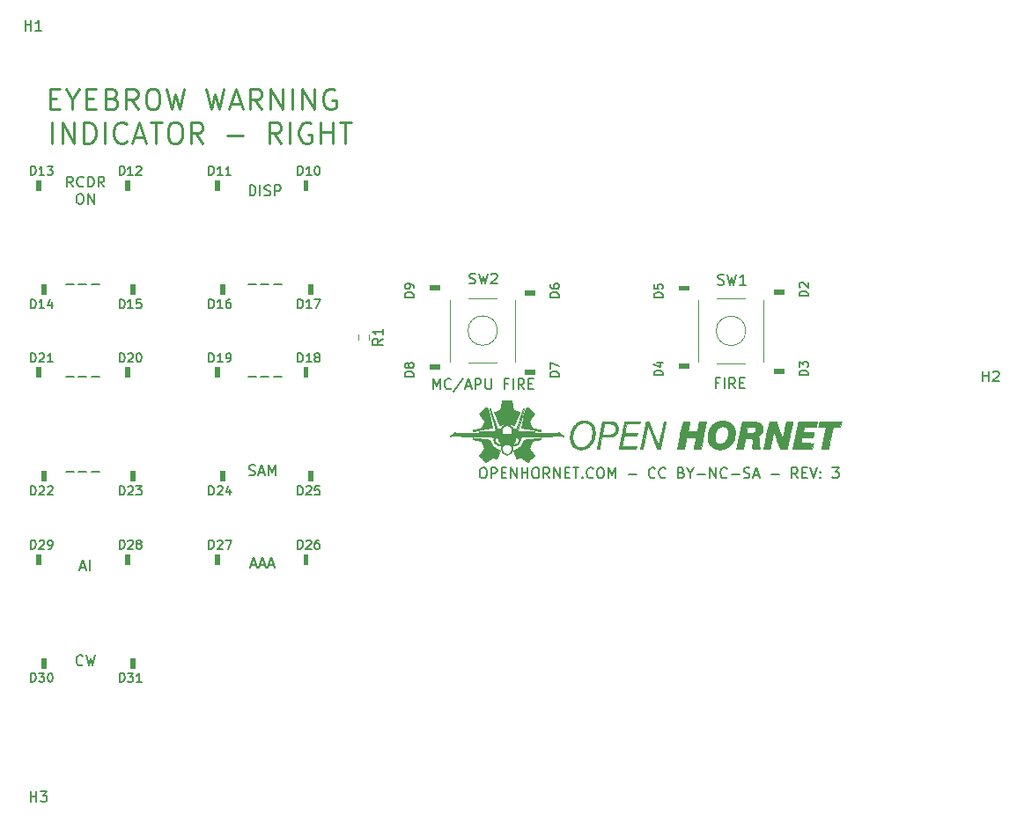
<source format=gbr>
%TF.GenerationSoftware,KiCad,Pcbnew,(5.1.9)-1*%
%TF.CreationDate,2021-09-17T08:36:41-06:00*%
%TF.ProjectId,ewi_v3,6577695f-7633-42e6-9b69-6361645f7063,rev?*%
%TF.SameCoordinates,Original*%
%TF.FileFunction,Legend,Top*%
%TF.FilePolarity,Positive*%
%FSLAX46Y46*%
G04 Gerber Fmt 4.6, Leading zero omitted, Abs format (unit mm)*
G04 Created by KiCad (PCBNEW (5.1.9)-1) date 2021-09-17 08:36:41*
%MOMM*%
%LPD*%
G01*
G04 APERTURE LIST*
%ADD10C,0.150000*%
%ADD11C,0.250000*%
%ADD12C,0.120000*%
%ADD13C,0.010000*%
%ADD14C,0.100000*%
G04 APERTURE END LIST*
D10*
X108132594Y-117453939D02*
X108084975Y-117501558D01*
X107942118Y-117549177D01*
X107846879Y-117549177D01*
X107704022Y-117501558D01*
X107608784Y-117406320D01*
X107561165Y-117311082D01*
X107513546Y-117120606D01*
X107513546Y-116977749D01*
X107561165Y-116787273D01*
X107608784Y-116692035D01*
X107704022Y-116596797D01*
X107846879Y-116549177D01*
X107942118Y-116549177D01*
X108084975Y-116596797D01*
X108132594Y-116644416D01*
X108465927Y-116549177D02*
X108704022Y-117549177D01*
X108894499Y-116834892D01*
X109084975Y-117549177D01*
X109323070Y-116549177D01*
X124317260Y-107865463D02*
X124793451Y-107865463D01*
X124222022Y-108151177D02*
X124555356Y-107151177D01*
X124888689Y-108151177D01*
X125174403Y-107865463D02*
X125650594Y-107865463D01*
X125079165Y-108151177D02*
X125412499Y-107151177D01*
X125745832Y-108151177D01*
X126031546Y-107865463D02*
X126507737Y-107865463D01*
X125936308Y-108151177D02*
X126269641Y-107151177D01*
X126602975Y-108151177D01*
X107918308Y-108119463D02*
X108394499Y-108119463D01*
X107823070Y-108405177D02*
X108156403Y-107405177D01*
X108489737Y-108405177D01*
X108823070Y-108405177D02*
X108823070Y-107405177D01*
X124126784Y-99213558D02*
X124269641Y-99261177D01*
X124507737Y-99261177D01*
X124602975Y-99213558D01*
X124650594Y-99165939D01*
X124698213Y-99070701D01*
X124698213Y-98975463D01*
X124650594Y-98880225D01*
X124602975Y-98832606D01*
X124507737Y-98784987D01*
X124317260Y-98737368D01*
X124222022Y-98689749D01*
X124174403Y-98642130D01*
X124126784Y-98546892D01*
X124126784Y-98451654D01*
X124174403Y-98356416D01*
X124222022Y-98308797D01*
X124317260Y-98261177D01*
X124555356Y-98261177D01*
X124698213Y-98308797D01*
X125079165Y-98975463D02*
X125555356Y-98975463D01*
X124983927Y-99261177D02*
X125317260Y-98261177D01*
X125650594Y-99261177D01*
X125983927Y-99261177D02*
X125983927Y-98261177D01*
X126317260Y-98975463D01*
X126650594Y-98261177D01*
X126650594Y-99261177D01*
X106521451Y-98880225D02*
X107283356Y-98880225D01*
X107759546Y-98880225D02*
X108521451Y-98880225D01*
X108997641Y-98880225D02*
X109759546Y-98880225D01*
X124047451Y-89736225D02*
X124809356Y-89736225D01*
X125285546Y-89736225D02*
X126047451Y-89736225D01*
X126523641Y-89736225D02*
X127285546Y-89736225D01*
X106521451Y-89736225D02*
X107283356Y-89736225D01*
X107759546Y-89736225D02*
X108521451Y-89736225D01*
X108997641Y-89736225D02*
X109759546Y-89736225D01*
X124047451Y-80846225D02*
X124809356Y-80846225D01*
X125285546Y-80846225D02*
X126047451Y-80846225D01*
X126523641Y-80846225D02*
X127285546Y-80846225D01*
X106521451Y-80846225D02*
X107283356Y-80846225D01*
X107759546Y-80846225D02*
X108521451Y-80846225D01*
X108997641Y-80846225D02*
X109759546Y-80846225D01*
X124190308Y-72337177D02*
X124190308Y-71337177D01*
X124428403Y-71337177D01*
X124571260Y-71384797D01*
X124666499Y-71480035D01*
X124714118Y-71575273D01*
X124761737Y-71765749D01*
X124761737Y-71908606D01*
X124714118Y-72099082D01*
X124666499Y-72194320D01*
X124571260Y-72289558D01*
X124428403Y-72337177D01*
X124190308Y-72337177D01*
X125190308Y-72337177D02*
X125190308Y-71337177D01*
X125618879Y-72289558D02*
X125761737Y-72337177D01*
X125999832Y-72337177D01*
X126095070Y-72289558D01*
X126142689Y-72241939D01*
X126190308Y-72146701D01*
X126190308Y-72051463D01*
X126142689Y-71956225D01*
X126095070Y-71908606D01*
X125999832Y-71860987D01*
X125809356Y-71813368D01*
X125714118Y-71765749D01*
X125666499Y-71718130D01*
X125618879Y-71622892D01*
X125618879Y-71527654D01*
X125666499Y-71432416D01*
X125714118Y-71384797D01*
X125809356Y-71337177D01*
X126047451Y-71337177D01*
X126190308Y-71384797D01*
X126618879Y-72337177D02*
X126618879Y-71337177D01*
X126999832Y-71337177D01*
X127095070Y-71384797D01*
X127142689Y-71432416D01*
X127190308Y-71527654D01*
X127190308Y-71670511D01*
X127142689Y-71765749D01*
X127095070Y-71813368D01*
X126999832Y-71860987D01*
X126618879Y-71860987D01*
X107204022Y-71512177D02*
X106870689Y-71035987D01*
X106632594Y-71512177D02*
X106632594Y-70512177D01*
X107013546Y-70512177D01*
X107108784Y-70559797D01*
X107156403Y-70607416D01*
X107204022Y-70702654D01*
X107204022Y-70845511D01*
X107156403Y-70940749D01*
X107108784Y-70988368D01*
X107013546Y-71035987D01*
X106632594Y-71035987D01*
X108204022Y-71416939D02*
X108156403Y-71464558D01*
X108013546Y-71512177D01*
X107918308Y-71512177D01*
X107775451Y-71464558D01*
X107680213Y-71369320D01*
X107632594Y-71274082D01*
X107584975Y-71083606D01*
X107584975Y-70940749D01*
X107632594Y-70750273D01*
X107680213Y-70655035D01*
X107775451Y-70559797D01*
X107918308Y-70512177D01*
X108013546Y-70512177D01*
X108156403Y-70559797D01*
X108204022Y-70607416D01*
X108632594Y-71512177D02*
X108632594Y-70512177D01*
X108870689Y-70512177D01*
X109013546Y-70559797D01*
X109108784Y-70655035D01*
X109156403Y-70750273D01*
X109204022Y-70940749D01*
X109204022Y-71083606D01*
X109156403Y-71274082D01*
X109108784Y-71369320D01*
X109013546Y-71464558D01*
X108870689Y-71512177D01*
X108632594Y-71512177D01*
X110204022Y-71512177D02*
X109870689Y-71035987D01*
X109632594Y-71512177D02*
X109632594Y-70512177D01*
X110013546Y-70512177D01*
X110108784Y-70559797D01*
X110156403Y-70607416D01*
X110204022Y-70702654D01*
X110204022Y-70845511D01*
X110156403Y-70940749D01*
X110108784Y-70988368D01*
X110013546Y-71035987D01*
X109632594Y-71035987D01*
X107775451Y-72162177D02*
X107965927Y-72162177D01*
X108061165Y-72209797D01*
X108156403Y-72305035D01*
X108204022Y-72495511D01*
X108204022Y-72828844D01*
X108156403Y-73019320D01*
X108061165Y-73114558D01*
X107965927Y-73162177D01*
X107775451Y-73162177D01*
X107680213Y-73114558D01*
X107584975Y-73019320D01*
X107537356Y-72828844D01*
X107537356Y-72495511D01*
X107584975Y-72305035D01*
X107680213Y-72209797D01*
X107775451Y-72162177D01*
X108632594Y-73162177D02*
X108632594Y-72162177D01*
X109204022Y-73162177D01*
X109204022Y-72162177D01*
D11*
X104967308Y-63004939D02*
X105633975Y-63004939D01*
X105919689Y-64052558D02*
X104967308Y-64052558D01*
X104967308Y-62052558D01*
X105919689Y-62052558D01*
X107157784Y-63100177D02*
X107157784Y-64052558D01*
X106491118Y-62052558D02*
X107157784Y-63100177D01*
X107824451Y-62052558D01*
X108491118Y-63004939D02*
X109157784Y-63004939D01*
X109443499Y-64052558D02*
X108491118Y-64052558D01*
X108491118Y-62052558D01*
X109443499Y-62052558D01*
X110967308Y-63004939D02*
X111253022Y-63100177D01*
X111348260Y-63195416D01*
X111443499Y-63385892D01*
X111443499Y-63671606D01*
X111348260Y-63862082D01*
X111253022Y-63957320D01*
X111062546Y-64052558D01*
X110300641Y-64052558D01*
X110300641Y-62052558D01*
X110967308Y-62052558D01*
X111157784Y-62147797D01*
X111253022Y-62243035D01*
X111348260Y-62433511D01*
X111348260Y-62623987D01*
X111253022Y-62814463D01*
X111157784Y-62909701D01*
X110967308Y-63004939D01*
X110300641Y-63004939D01*
X113443499Y-64052558D02*
X112776832Y-63100177D01*
X112300641Y-64052558D02*
X112300641Y-62052558D01*
X113062546Y-62052558D01*
X113253022Y-62147797D01*
X113348260Y-62243035D01*
X113443499Y-62433511D01*
X113443499Y-62719225D01*
X113348260Y-62909701D01*
X113253022Y-63004939D01*
X113062546Y-63100177D01*
X112300641Y-63100177D01*
X114681594Y-62052558D02*
X115062546Y-62052558D01*
X115253022Y-62147797D01*
X115443499Y-62338273D01*
X115538737Y-62719225D01*
X115538737Y-63385892D01*
X115443499Y-63766844D01*
X115253022Y-63957320D01*
X115062546Y-64052558D01*
X114681594Y-64052558D01*
X114491118Y-63957320D01*
X114300641Y-63766844D01*
X114205403Y-63385892D01*
X114205403Y-62719225D01*
X114300641Y-62338273D01*
X114491118Y-62147797D01*
X114681594Y-62052558D01*
X116205403Y-62052558D02*
X116681594Y-64052558D01*
X117062546Y-62623987D01*
X117443499Y-64052558D01*
X117919689Y-62052558D01*
X120014927Y-62052558D02*
X120491118Y-64052558D01*
X120872070Y-62623987D01*
X121253022Y-64052558D01*
X121729213Y-62052558D01*
X122395879Y-63481130D02*
X123348260Y-63481130D01*
X122205403Y-64052558D02*
X122872070Y-62052558D01*
X123538737Y-64052558D01*
X125348260Y-64052558D02*
X124681594Y-63100177D01*
X124205403Y-64052558D02*
X124205403Y-62052558D01*
X124967308Y-62052558D01*
X125157784Y-62147797D01*
X125253022Y-62243035D01*
X125348260Y-62433511D01*
X125348260Y-62719225D01*
X125253022Y-62909701D01*
X125157784Y-63004939D01*
X124967308Y-63100177D01*
X124205403Y-63100177D01*
X126205403Y-64052558D02*
X126205403Y-62052558D01*
X127348260Y-64052558D01*
X127348260Y-62052558D01*
X128300641Y-64052558D02*
X128300641Y-62052558D01*
X129253022Y-64052558D02*
X129253022Y-62052558D01*
X130395879Y-64052558D01*
X130395879Y-62052558D01*
X132395879Y-62147797D02*
X132205403Y-62052558D01*
X131919689Y-62052558D01*
X131633975Y-62147797D01*
X131443498Y-62338273D01*
X131348260Y-62528749D01*
X131253022Y-62909701D01*
X131253022Y-63195416D01*
X131348260Y-63576368D01*
X131443498Y-63766844D01*
X131633975Y-63957320D01*
X131919689Y-64052558D01*
X132110165Y-64052558D01*
X132395879Y-63957320D01*
X132491118Y-63862082D01*
X132491118Y-63195416D01*
X132110165Y-63195416D01*
X105205403Y-67302558D02*
X105205403Y-65302558D01*
X106157784Y-67302558D02*
X106157784Y-65302558D01*
X107300641Y-67302558D01*
X107300641Y-65302558D01*
X108253022Y-67302558D02*
X108253022Y-65302558D01*
X108729213Y-65302558D01*
X109014927Y-65397797D01*
X109205403Y-65588273D01*
X109300641Y-65778749D01*
X109395879Y-66159701D01*
X109395879Y-66445416D01*
X109300641Y-66826368D01*
X109205403Y-67016844D01*
X109014927Y-67207320D01*
X108729213Y-67302558D01*
X108253022Y-67302558D01*
X110253022Y-67302558D02*
X110253022Y-65302558D01*
X112348260Y-67112082D02*
X112253022Y-67207320D01*
X111967308Y-67302558D01*
X111776832Y-67302558D01*
X111491118Y-67207320D01*
X111300641Y-67016844D01*
X111205403Y-66826368D01*
X111110165Y-66445416D01*
X111110165Y-66159701D01*
X111205403Y-65778749D01*
X111300641Y-65588273D01*
X111491118Y-65397797D01*
X111776832Y-65302558D01*
X111967308Y-65302558D01*
X112253022Y-65397797D01*
X112348260Y-65493035D01*
X113110165Y-66731130D02*
X114062546Y-66731130D01*
X112919689Y-67302558D02*
X113586356Y-65302558D01*
X114253022Y-67302558D01*
X114633975Y-65302558D02*
X115776832Y-65302558D01*
X115205403Y-67302558D02*
X115205403Y-65302558D01*
X116824451Y-65302558D02*
X117205403Y-65302558D01*
X117395879Y-65397797D01*
X117586356Y-65588273D01*
X117681594Y-65969225D01*
X117681594Y-66635892D01*
X117586356Y-67016844D01*
X117395879Y-67207320D01*
X117205403Y-67302558D01*
X116824451Y-67302558D01*
X116633975Y-67207320D01*
X116443499Y-67016844D01*
X116348260Y-66635892D01*
X116348260Y-65969225D01*
X116443499Y-65588273D01*
X116633975Y-65397797D01*
X116824451Y-65302558D01*
X119681594Y-67302558D02*
X119014927Y-66350177D01*
X118538737Y-67302558D02*
X118538737Y-65302558D01*
X119300641Y-65302558D01*
X119491118Y-65397797D01*
X119586356Y-65493035D01*
X119681594Y-65683511D01*
X119681594Y-65969225D01*
X119586356Y-66159701D01*
X119491118Y-66254939D01*
X119300641Y-66350177D01*
X118538737Y-66350177D01*
X122062546Y-66540654D02*
X123586356Y-66540654D01*
X127205403Y-67302558D02*
X126538737Y-66350177D01*
X126062546Y-67302558D02*
X126062546Y-65302558D01*
X126824451Y-65302558D01*
X127014927Y-65397797D01*
X127110165Y-65493035D01*
X127205403Y-65683511D01*
X127205403Y-65969225D01*
X127110165Y-66159701D01*
X127014927Y-66254939D01*
X126824451Y-66350177D01*
X126062546Y-66350177D01*
X128062546Y-67302558D02*
X128062546Y-65302558D01*
X130062546Y-65397797D02*
X129872070Y-65302558D01*
X129586356Y-65302558D01*
X129300641Y-65397797D01*
X129110165Y-65588273D01*
X129014927Y-65778749D01*
X128919689Y-66159701D01*
X128919689Y-66445416D01*
X129014927Y-66826368D01*
X129110165Y-67016844D01*
X129300641Y-67207320D01*
X129586356Y-67302558D01*
X129776832Y-67302558D01*
X130062546Y-67207320D01*
X130157784Y-67112082D01*
X130157784Y-66445416D01*
X129776832Y-66445416D01*
X131014927Y-67302558D02*
X131014927Y-65302558D01*
X131014927Y-66254939D02*
X132157784Y-66254939D01*
X132157784Y-67302558D02*
X132157784Y-65302558D01*
X132824451Y-65302558D02*
X133967308Y-65302558D01*
X133395879Y-67302558D02*
X133395879Y-65302558D01*
D10*
X146552189Y-98515177D02*
X146742665Y-98515177D01*
X146837903Y-98562797D01*
X146933141Y-98658035D01*
X146980760Y-98848511D01*
X146980760Y-99181844D01*
X146933141Y-99372320D01*
X146837903Y-99467558D01*
X146742665Y-99515177D01*
X146552189Y-99515177D01*
X146456951Y-99467558D01*
X146361713Y-99372320D01*
X146314094Y-99181844D01*
X146314094Y-98848511D01*
X146361713Y-98658035D01*
X146456951Y-98562797D01*
X146552189Y-98515177D01*
X147409332Y-99515177D02*
X147409332Y-98515177D01*
X147790284Y-98515177D01*
X147885522Y-98562797D01*
X147933141Y-98610416D01*
X147980760Y-98705654D01*
X147980760Y-98848511D01*
X147933141Y-98943749D01*
X147885522Y-98991368D01*
X147790284Y-99038987D01*
X147409332Y-99038987D01*
X148409332Y-98991368D02*
X148742665Y-98991368D01*
X148885522Y-99515177D02*
X148409332Y-99515177D01*
X148409332Y-98515177D01*
X148885522Y-98515177D01*
X149314094Y-99515177D02*
X149314094Y-98515177D01*
X149885522Y-99515177D01*
X149885522Y-98515177D01*
X150361713Y-99515177D02*
X150361713Y-98515177D01*
X150361713Y-98991368D02*
X150933141Y-98991368D01*
X150933141Y-99515177D02*
X150933141Y-98515177D01*
X151599808Y-98515177D02*
X151790284Y-98515177D01*
X151885522Y-98562797D01*
X151980760Y-98658035D01*
X152028379Y-98848511D01*
X152028379Y-99181844D01*
X151980760Y-99372320D01*
X151885522Y-99467558D01*
X151790284Y-99515177D01*
X151599808Y-99515177D01*
X151504570Y-99467558D01*
X151409332Y-99372320D01*
X151361713Y-99181844D01*
X151361713Y-98848511D01*
X151409332Y-98658035D01*
X151504570Y-98562797D01*
X151599808Y-98515177D01*
X153028379Y-99515177D02*
X152695046Y-99038987D01*
X152456951Y-99515177D02*
X152456951Y-98515177D01*
X152837903Y-98515177D01*
X152933141Y-98562797D01*
X152980760Y-98610416D01*
X153028379Y-98705654D01*
X153028379Y-98848511D01*
X152980760Y-98943749D01*
X152933141Y-98991368D01*
X152837903Y-99038987D01*
X152456951Y-99038987D01*
X153456951Y-99515177D02*
X153456951Y-98515177D01*
X154028379Y-99515177D01*
X154028379Y-98515177D01*
X154504570Y-98991368D02*
X154837903Y-98991368D01*
X154980760Y-99515177D02*
X154504570Y-99515177D01*
X154504570Y-98515177D01*
X154980760Y-98515177D01*
X155266475Y-98515177D02*
X155837903Y-98515177D01*
X155552189Y-99515177D02*
X155552189Y-98515177D01*
X156171237Y-99419939D02*
X156218856Y-99467558D01*
X156171237Y-99515177D01*
X156123618Y-99467558D01*
X156171237Y-99419939D01*
X156171237Y-99515177D01*
X157218856Y-99419939D02*
X157171237Y-99467558D01*
X157028379Y-99515177D01*
X156933141Y-99515177D01*
X156790284Y-99467558D01*
X156695046Y-99372320D01*
X156647427Y-99277082D01*
X156599808Y-99086606D01*
X156599808Y-98943749D01*
X156647427Y-98753273D01*
X156695046Y-98658035D01*
X156790284Y-98562797D01*
X156933141Y-98515177D01*
X157028379Y-98515177D01*
X157171237Y-98562797D01*
X157218856Y-98610416D01*
X157837903Y-98515177D02*
X158028379Y-98515177D01*
X158123618Y-98562797D01*
X158218856Y-98658035D01*
X158266475Y-98848511D01*
X158266475Y-99181844D01*
X158218856Y-99372320D01*
X158123618Y-99467558D01*
X158028379Y-99515177D01*
X157837903Y-99515177D01*
X157742665Y-99467558D01*
X157647427Y-99372320D01*
X157599808Y-99181844D01*
X157599808Y-98848511D01*
X157647427Y-98658035D01*
X157742665Y-98562797D01*
X157837903Y-98515177D01*
X158695046Y-99515177D02*
X158695046Y-98515177D01*
X159028379Y-99229463D01*
X159361713Y-98515177D01*
X159361713Y-99515177D01*
X160599808Y-99134225D02*
X161361713Y-99134225D01*
X163171237Y-99419939D02*
X163123618Y-99467558D01*
X162980760Y-99515177D01*
X162885522Y-99515177D01*
X162742665Y-99467558D01*
X162647427Y-99372320D01*
X162599808Y-99277082D01*
X162552189Y-99086606D01*
X162552189Y-98943749D01*
X162599808Y-98753273D01*
X162647427Y-98658035D01*
X162742665Y-98562797D01*
X162885522Y-98515177D01*
X162980760Y-98515177D01*
X163123618Y-98562797D01*
X163171237Y-98610416D01*
X164171237Y-99419939D02*
X164123618Y-99467558D01*
X163980760Y-99515177D01*
X163885522Y-99515177D01*
X163742665Y-99467558D01*
X163647427Y-99372320D01*
X163599808Y-99277082D01*
X163552189Y-99086606D01*
X163552189Y-98943749D01*
X163599808Y-98753273D01*
X163647427Y-98658035D01*
X163742665Y-98562797D01*
X163885522Y-98515177D01*
X163980760Y-98515177D01*
X164123618Y-98562797D01*
X164171237Y-98610416D01*
X165695046Y-98991368D02*
X165837903Y-99038987D01*
X165885522Y-99086606D01*
X165933141Y-99181844D01*
X165933141Y-99324701D01*
X165885522Y-99419939D01*
X165837903Y-99467558D01*
X165742665Y-99515177D01*
X165361713Y-99515177D01*
X165361713Y-98515177D01*
X165695046Y-98515177D01*
X165790284Y-98562797D01*
X165837903Y-98610416D01*
X165885522Y-98705654D01*
X165885522Y-98800892D01*
X165837903Y-98896130D01*
X165790284Y-98943749D01*
X165695046Y-98991368D01*
X165361713Y-98991368D01*
X166552189Y-99038987D02*
X166552189Y-99515177D01*
X166218856Y-98515177D02*
X166552189Y-99038987D01*
X166885522Y-98515177D01*
X167218856Y-99134225D02*
X167980760Y-99134225D01*
X168456951Y-99515177D02*
X168456951Y-98515177D01*
X169028379Y-99515177D01*
X169028379Y-98515177D01*
X170075999Y-99419939D02*
X170028379Y-99467558D01*
X169885522Y-99515177D01*
X169790284Y-99515177D01*
X169647427Y-99467558D01*
X169552189Y-99372320D01*
X169504570Y-99277082D01*
X169456951Y-99086606D01*
X169456951Y-98943749D01*
X169504570Y-98753273D01*
X169552189Y-98658035D01*
X169647427Y-98562797D01*
X169790284Y-98515177D01*
X169885522Y-98515177D01*
X170028379Y-98562797D01*
X170075999Y-98610416D01*
X170504570Y-99134225D02*
X171266475Y-99134225D01*
X171695046Y-99467558D02*
X171837903Y-99515177D01*
X172075999Y-99515177D01*
X172171237Y-99467558D01*
X172218856Y-99419939D01*
X172266475Y-99324701D01*
X172266475Y-99229463D01*
X172218856Y-99134225D01*
X172171237Y-99086606D01*
X172075999Y-99038987D01*
X171885522Y-98991368D01*
X171790284Y-98943749D01*
X171742665Y-98896130D01*
X171695046Y-98800892D01*
X171695046Y-98705654D01*
X171742665Y-98610416D01*
X171790284Y-98562797D01*
X171885522Y-98515177D01*
X172123618Y-98515177D01*
X172266475Y-98562797D01*
X172647427Y-99229463D02*
X173123618Y-99229463D01*
X172552189Y-99515177D02*
X172885522Y-98515177D01*
X173218856Y-99515177D01*
X174314094Y-99134225D02*
X175075999Y-99134225D01*
X176885522Y-99515177D02*
X176552189Y-99038987D01*
X176314094Y-99515177D02*
X176314094Y-98515177D01*
X176695046Y-98515177D01*
X176790284Y-98562797D01*
X176837903Y-98610416D01*
X176885522Y-98705654D01*
X176885522Y-98848511D01*
X176837903Y-98943749D01*
X176790284Y-98991368D01*
X176695046Y-99038987D01*
X176314094Y-99038987D01*
X177314094Y-98991368D02*
X177647427Y-98991368D01*
X177790284Y-99515177D02*
X177314094Y-99515177D01*
X177314094Y-98515177D01*
X177790284Y-98515177D01*
X178075999Y-98515177D02*
X178409332Y-99515177D01*
X178742665Y-98515177D01*
X179075999Y-99419939D02*
X179123618Y-99467558D01*
X179075999Y-99515177D01*
X179028379Y-99467558D01*
X179075999Y-99419939D01*
X179075999Y-99515177D01*
X179075999Y-98896130D02*
X179123618Y-98943749D01*
X179075999Y-98991368D01*
X179028379Y-98943749D01*
X179075999Y-98896130D01*
X179075999Y-98991368D01*
X180218856Y-98515177D02*
X180837903Y-98515177D01*
X180504570Y-98896130D01*
X180647427Y-98896130D01*
X180742665Y-98943749D01*
X180790284Y-98991368D01*
X180837903Y-99086606D01*
X180837903Y-99324701D01*
X180790284Y-99419939D01*
X180742665Y-99467558D01*
X180647427Y-99515177D01*
X180361713Y-99515177D01*
X180266475Y-99467558D01*
X180218856Y-99419939D01*
D12*
%TO.C,SW2*%
X147932849Y-88445596D02*
X145252849Y-88445596D01*
X145252849Y-82205596D02*
X147932849Y-82205596D01*
X149712849Y-82355596D02*
X149712849Y-88295596D01*
X143472849Y-82355596D02*
X143472849Y-88295596D01*
X148007063Y-85325596D02*
G75*
G03*
X148007063Y-85325596I-1414214J0D01*
G01*
%TO.C,SW1*%
X169133049Y-82233396D02*
X171813049Y-82233396D01*
X171813049Y-88473396D02*
X169133049Y-88473396D01*
X167353049Y-88323396D02*
X167353049Y-82383396D01*
X173593049Y-88323396D02*
X173593049Y-82383396D01*
X171887263Y-85353396D02*
G75*
G03*
X171887263Y-85353396I-1414214J0D01*
G01*
D13*
%TO.C,G\u002A\u002A\u002A*%
G36*
X145623629Y-95646966D02*
G01*
X145636442Y-95648335D01*
X145656673Y-95650550D01*
X145683825Y-95653552D01*
X145717402Y-95657286D01*
X145756905Y-95661696D01*
X145801839Y-95666726D01*
X145851706Y-95672319D01*
X145906008Y-95678419D01*
X145964250Y-95684970D01*
X146025933Y-95691915D01*
X146090561Y-95699199D01*
X146157637Y-95706765D01*
X146226664Y-95714557D01*
X146297144Y-95722518D01*
X146368580Y-95730593D01*
X146440477Y-95738725D01*
X146512335Y-95746858D01*
X146583659Y-95754936D01*
X146653951Y-95762902D01*
X146722715Y-95770701D01*
X146789452Y-95778275D01*
X146853667Y-95785570D01*
X146914862Y-95792528D01*
X146972540Y-95799093D01*
X147026204Y-95805210D01*
X147075357Y-95810821D01*
X147119501Y-95815871D01*
X147158141Y-95820303D01*
X147190778Y-95824062D01*
X147216915Y-95827090D01*
X147236057Y-95829333D01*
X147247705Y-95830732D01*
X147250761Y-95831126D01*
X147262322Y-95833584D01*
X147268110Y-95837947D01*
X147270699Y-95845555D01*
X147272946Y-95851968D01*
X147278337Y-95865195D01*
X147286479Y-95884360D01*
X147296977Y-95908587D01*
X147309437Y-95936997D01*
X147323465Y-95968714D01*
X147338667Y-96002862D01*
X147354649Y-96038563D01*
X147371016Y-96074941D01*
X147387374Y-96111118D01*
X147403328Y-96146219D01*
X147418486Y-96179365D01*
X147432452Y-96209680D01*
X147444832Y-96236287D01*
X147455232Y-96258310D01*
X147463258Y-96274871D01*
X147467192Y-96282629D01*
X147488063Y-96317964D01*
X147514678Y-96356128D01*
X147545600Y-96395467D01*
X147579389Y-96434327D01*
X147614606Y-96471056D01*
X147649814Y-96503999D01*
X147683573Y-96531505D01*
X147684066Y-96531871D01*
X147691684Y-96536943D01*
X147705905Y-96545830D01*
X147726006Y-96558105D01*
X147751261Y-96573342D01*
X147780945Y-96591116D01*
X147814334Y-96611001D01*
X147850702Y-96632572D01*
X147889325Y-96655402D01*
X147929478Y-96679066D01*
X147970436Y-96703138D01*
X148011475Y-96727193D01*
X148051869Y-96750805D01*
X148090893Y-96773547D01*
X148127824Y-96794995D01*
X148161935Y-96814722D01*
X148192503Y-96832303D01*
X148218801Y-96847312D01*
X148240107Y-96859323D01*
X148255693Y-96867911D01*
X148260972Y-96870714D01*
X148279840Y-96880513D01*
X148119551Y-97267863D01*
X148091093Y-97336491D01*
X148064979Y-97399166D01*
X148041298Y-97455686D01*
X148020137Y-97505845D01*
X148001583Y-97549439D01*
X147985725Y-97586264D01*
X147972649Y-97616117D01*
X147962444Y-97638792D01*
X147955197Y-97654086D01*
X147950994Y-97661794D01*
X147950312Y-97662622D01*
X147939432Y-97668339D01*
X147930503Y-97670030D01*
X147924475Y-97668083D01*
X147911859Y-97662526D01*
X147893511Y-97653784D01*
X147870286Y-97642283D01*
X147843041Y-97628449D01*
X147812630Y-97612707D01*
X147779908Y-97595484D01*
X147768842Y-97589597D01*
X147729605Y-97568722D01*
X147697047Y-97551579D01*
X147670409Y-97537858D01*
X147648931Y-97527245D01*
X147631853Y-97519430D01*
X147618415Y-97514103D01*
X147607859Y-97510951D01*
X147599423Y-97509663D01*
X147592349Y-97509928D01*
X147585877Y-97511436D01*
X147581683Y-97512915D01*
X147576839Y-97515811D01*
X147565522Y-97523168D01*
X147548234Y-97534648D01*
X147525475Y-97549910D01*
X147497747Y-97568616D01*
X147465550Y-97590425D01*
X147429386Y-97614998D01*
X147389755Y-97641996D01*
X147347159Y-97671079D01*
X147302099Y-97701907D01*
X147255076Y-97734142D01*
X147244333Y-97741515D01*
X147188177Y-97780060D01*
X147138567Y-97814082D01*
X147095065Y-97843847D01*
X147057235Y-97869618D01*
X147024640Y-97891663D01*
X146996842Y-97910245D01*
X146973405Y-97925630D01*
X146953892Y-97938083D01*
X146937865Y-97947870D01*
X146924889Y-97955255D01*
X146914525Y-97960505D01*
X146906336Y-97963883D01*
X146899887Y-97965656D01*
X146894739Y-97966088D01*
X146890456Y-97965445D01*
X146886601Y-97963992D01*
X146882736Y-97961994D01*
X146881849Y-97961512D01*
X146877310Y-97957695D01*
X146867316Y-97948361D01*
X146852367Y-97934009D01*
X146832961Y-97915137D01*
X146809595Y-97892244D01*
X146782769Y-97865828D01*
X146752980Y-97836387D01*
X146720727Y-97804419D01*
X146686509Y-97770424D01*
X146650824Y-97734898D01*
X146614169Y-97698341D01*
X146577044Y-97661250D01*
X146539946Y-97624125D01*
X146503375Y-97587462D01*
X146467828Y-97551762D01*
X146433804Y-97517521D01*
X146401800Y-97485239D01*
X146372317Y-97455413D01*
X146345851Y-97428542D01*
X146322901Y-97405124D01*
X146303965Y-97385657D01*
X146289543Y-97370641D01*
X146280131Y-97360572D01*
X146276229Y-97355950D01*
X146276210Y-97355915D01*
X146272034Y-97346666D01*
X146270225Y-97337751D01*
X146271214Y-97328000D01*
X146275438Y-97316242D01*
X146283330Y-97301306D01*
X146295325Y-97282022D01*
X146311856Y-97257219D01*
X146313979Y-97254090D01*
X146323616Y-97239945D01*
X146337554Y-97219542D01*
X146355300Y-97193604D01*
X146376359Y-97162852D01*
X146400238Y-97128005D01*
X146426443Y-97089784D01*
X146454478Y-97048912D01*
X146483851Y-97006108D01*
X146514066Y-96962093D01*
X146541020Y-96922847D01*
X146570401Y-96880006D01*
X146598475Y-96838941D01*
X146624857Y-96800224D01*
X146649163Y-96764423D01*
X146671009Y-96732109D01*
X146690010Y-96703853D01*
X146705782Y-96680224D01*
X146717940Y-96661792D01*
X146726100Y-96649128D01*
X146729878Y-96642802D01*
X146730006Y-96642524D01*
X146734108Y-96629433D01*
X146735799Y-96617244D01*
X146734235Y-96611136D01*
X146729735Y-96597922D01*
X146722590Y-96578327D01*
X146713089Y-96553072D01*
X146701522Y-96522881D01*
X146688180Y-96488476D01*
X146673353Y-96450580D01*
X146657329Y-96409917D01*
X146640400Y-96367209D01*
X146622855Y-96323179D01*
X146604984Y-96278550D01*
X146587078Y-96234046D01*
X146569425Y-96190388D01*
X146552317Y-96148300D01*
X146536043Y-96108506D01*
X146520892Y-96071727D01*
X146507156Y-96038687D01*
X146495123Y-96010108D01*
X146485085Y-95986714D01*
X146477330Y-95969228D01*
X146472149Y-95958372D01*
X146470238Y-95955140D01*
X146461477Y-95945892D01*
X146453642Y-95939440D01*
X146452687Y-95938875D01*
X146447602Y-95937582D01*
X146434771Y-95934866D01*
X146414774Y-95930839D01*
X146388193Y-95925611D01*
X146355606Y-95919294D01*
X146317596Y-95912000D01*
X146274742Y-95903839D01*
X146227624Y-95894923D01*
X146176824Y-95885362D01*
X146122921Y-95875269D01*
X146066496Y-95864754D01*
X146043568Y-95860495D01*
X145970294Y-95846859D01*
X145905064Y-95834638D01*
X145847585Y-95823773D01*
X145797565Y-95814205D01*
X145754710Y-95805876D01*
X145718727Y-95798728D01*
X145689324Y-95792702D01*
X145666206Y-95787739D01*
X145649081Y-95783782D01*
X145637656Y-95780772D01*
X145631637Y-95778651D01*
X145630899Y-95778221D01*
X145622599Y-95771118D01*
X145616766Y-95762760D01*
X145612986Y-95751579D01*
X145610845Y-95736009D01*
X145609929Y-95714483D01*
X145609795Y-95698355D01*
X145609836Y-95676677D01*
X145610182Y-95662071D01*
X145611073Y-95653144D01*
X145612748Y-95648503D01*
X145615449Y-95646752D01*
X145618732Y-95646496D01*
X145623629Y-95646966D01*
G37*
X145623629Y-95646966D02*
X145636442Y-95648335D01*
X145656673Y-95650550D01*
X145683825Y-95653552D01*
X145717402Y-95657286D01*
X145756905Y-95661696D01*
X145801839Y-95666726D01*
X145851706Y-95672319D01*
X145906008Y-95678419D01*
X145964250Y-95684970D01*
X146025933Y-95691915D01*
X146090561Y-95699199D01*
X146157637Y-95706765D01*
X146226664Y-95714557D01*
X146297144Y-95722518D01*
X146368580Y-95730593D01*
X146440477Y-95738725D01*
X146512335Y-95746858D01*
X146583659Y-95754936D01*
X146653951Y-95762902D01*
X146722715Y-95770701D01*
X146789452Y-95778275D01*
X146853667Y-95785570D01*
X146914862Y-95792528D01*
X146972540Y-95799093D01*
X147026204Y-95805210D01*
X147075357Y-95810821D01*
X147119501Y-95815871D01*
X147158141Y-95820303D01*
X147190778Y-95824062D01*
X147216915Y-95827090D01*
X147236057Y-95829333D01*
X147247705Y-95830732D01*
X147250761Y-95831126D01*
X147262322Y-95833584D01*
X147268110Y-95837947D01*
X147270699Y-95845555D01*
X147272946Y-95851968D01*
X147278337Y-95865195D01*
X147286479Y-95884360D01*
X147296977Y-95908587D01*
X147309437Y-95936997D01*
X147323465Y-95968714D01*
X147338667Y-96002862D01*
X147354649Y-96038563D01*
X147371016Y-96074941D01*
X147387374Y-96111118D01*
X147403328Y-96146219D01*
X147418486Y-96179365D01*
X147432452Y-96209680D01*
X147444832Y-96236287D01*
X147455232Y-96258310D01*
X147463258Y-96274871D01*
X147467192Y-96282629D01*
X147488063Y-96317964D01*
X147514678Y-96356128D01*
X147545600Y-96395467D01*
X147579389Y-96434327D01*
X147614606Y-96471056D01*
X147649814Y-96503999D01*
X147683573Y-96531505D01*
X147684066Y-96531871D01*
X147691684Y-96536943D01*
X147705905Y-96545830D01*
X147726006Y-96558105D01*
X147751261Y-96573342D01*
X147780945Y-96591116D01*
X147814334Y-96611001D01*
X147850702Y-96632572D01*
X147889325Y-96655402D01*
X147929478Y-96679066D01*
X147970436Y-96703138D01*
X148011475Y-96727193D01*
X148051869Y-96750805D01*
X148090893Y-96773547D01*
X148127824Y-96794995D01*
X148161935Y-96814722D01*
X148192503Y-96832303D01*
X148218801Y-96847312D01*
X148240107Y-96859323D01*
X148255693Y-96867911D01*
X148260972Y-96870714D01*
X148279840Y-96880513D01*
X148119551Y-97267863D01*
X148091093Y-97336491D01*
X148064979Y-97399166D01*
X148041298Y-97455686D01*
X148020137Y-97505845D01*
X148001583Y-97549439D01*
X147985725Y-97586264D01*
X147972649Y-97616117D01*
X147962444Y-97638792D01*
X147955197Y-97654086D01*
X147950994Y-97661794D01*
X147950312Y-97662622D01*
X147939432Y-97668339D01*
X147930503Y-97670030D01*
X147924475Y-97668083D01*
X147911859Y-97662526D01*
X147893511Y-97653784D01*
X147870286Y-97642283D01*
X147843041Y-97628449D01*
X147812630Y-97612707D01*
X147779908Y-97595484D01*
X147768842Y-97589597D01*
X147729605Y-97568722D01*
X147697047Y-97551579D01*
X147670409Y-97537858D01*
X147648931Y-97527245D01*
X147631853Y-97519430D01*
X147618415Y-97514103D01*
X147607859Y-97510951D01*
X147599423Y-97509663D01*
X147592349Y-97509928D01*
X147585877Y-97511436D01*
X147581683Y-97512915D01*
X147576839Y-97515811D01*
X147565522Y-97523168D01*
X147548234Y-97534648D01*
X147525475Y-97549910D01*
X147497747Y-97568616D01*
X147465550Y-97590425D01*
X147429386Y-97614998D01*
X147389755Y-97641996D01*
X147347159Y-97671079D01*
X147302099Y-97701907D01*
X147255076Y-97734142D01*
X147244333Y-97741515D01*
X147188177Y-97780060D01*
X147138567Y-97814082D01*
X147095065Y-97843847D01*
X147057235Y-97869618D01*
X147024640Y-97891663D01*
X146996842Y-97910245D01*
X146973405Y-97925630D01*
X146953892Y-97938083D01*
X146937865Y-97947870D01*
X146924889Y-97955255D01*
X146914525Y-97960505D01*
X146906336Y-97963883D01*
X146899887Y-97965656D01*
X146894739Y-97966088D01*
X146890456Y-97965445D01*
X146886601Y-97963992D01*
X146882736Y-97961994D01*
X146881849Y-97961512D01*
X146877310Y-97957695D01*
X146867316Y-97948361D01*
X146852367Y-97934009D01*
X146832961Y-97915137D01*
X146809595Y-97892244D01*
X146782769Y-97865828D01*
X146752980Y-97836387D01*
X146720727Y-97804419D01*
X146686509Y-97770424D01*
X146650824Y-97734898D01*
X146614169Y-97698341D01*
X146577044Y-97661250D01*
X146539946Y-97624125D01*
X146503375Y-97587462D01*
X146467828Y-97551762D01*
X146433804Y-97517521D01*
X146401800Y-97485239D01*
X146372317Y-97455413D01*
X146345851Y-97428542D01*
X146322901Y-97405124D01*
X146303965Y-97385657D01*
X146289543Y-97370641D01*
X146280131Y-97360572D01*
X146276229Y-97355950D01*
X146276210Y-97355915D01*
X146272034Y-97346666D01*
X146270225Y-97337751D01*
X146271214Y-97328000D01*
X146275438Y-97316242D01*
X146283330Y-97301306D01*
X146295325Y-97282022D01*
X146311856Y-97257219D01*
X146313979Y-97254090D01*
X146323616Y-97239945D01*
X146337554Y-97219542D01*
X146355300Y-97193604D01*
X146376359Y-97162852D01*
X146400238Y-97128005D01*
X146426443Y-97089784D01*
X146454478Y-97048912D01*
X146483851Y-97006108D01*
X146514066Y-96962093D01*
X146541020Y-96922847D01*
X146570401Y-96880006D01*
X146598475Y-96838941D01*
X146624857Y-96800224D01*
X146649163Y-96764423D01*
X146671009Y-96732109D01*
X146690010Y-96703853D01*
X146705782Y-96680224D01*
X146717940Y-96661792D01*
X146726100Y-96649128D01*
X146729878Y-96642802D01*
X146730006Y-96642524D01*
X146734108Y-96629433D01*
X146735799Y-96617244D01*
X146734235Y-96611136D01*
X146729735Y-96597922D01*
X146722590Y-96578327D01*
X146713089Y-96553072D01*
X146701522Y-96522881D01*
X146688180Y-96488476D01*
X146673353Y-96450580D01*
X146657329Y-96409917D01*
X146640400Y-96367209D01*
X146622855Y-96323179D01*
X146604984Y-96278550D01*
X146587078Y-96234046D01*
X146569425Y-96190388D01*
X146552317Y-96148300D01*
X146536043Y-96108506D01*
X146520892Y-96071727D01*
X146507156Y-96038687D01*
X146495123Y-96010108D01*
X146485085Y-95986714D01*
X146477330Y-95969228D01*
X146472149Y-95958372D01*
X146470238Y-95955140D01*
X146461477Y-95945892D01*
X146453642Y-95939440D01*
X146452687Y-95938875D01*
X146447602Y-95937582D01*
X146434771Y-95934866D01*
X146414774Y-95930839D01*
X146388193Y-95925611D01*
X146355606Y-95919294D01*
X146317596Y-95912000D01*
X146274742Y-95903839D01*
X146227624Y-95894923D01*
X146176824Y-95885362D01*
X146122921Y-95875269D01*
X146066496Y-95864754D01*
X146043568Y-95860495D01*
X145970294Y-95846859D01*
X145905064Y-95834638D01*
X145847585Y-95823773D01*
X145797565Y-95814205D01*
X145754710Y-95805876D01*
X145718727Y-95798728D01*
X145689324Y-95792702D01*
X145666206Y-95787739D01*
X145649081Y-95783782D01*
X145637656Y-95780772D01*
X145631637Y-95778651D01*
X145630899Y-95778221D01*
X145622599Y-95771118D01*
X145616766Y-95762760D01*
X145612986Y-95751579D01*
X145610845Y-95736009D01*
X145609929Y-95714483D01*
X145609795Y-95698355D01*
X145609836Y-95676677D01*
X145610182Y-95662071D01*
X145611073Y-95653144D01*
X145612748Y-95648503D01*
X145615449Y-95646752D01*
X145618732Y-95646496D01*
X145623629Y-95646966D01*
G36*
X152203796Y-95646768D02*
G01*
X152206632Y-95648543D01*
X152208326Y-95653260D01*
X152209173Y-95662358D01*
X152209466Y-95677278D01*
X152209499Y-95695316D01*
X152208803Y-95723956D01*
X152206498Y-95745476D01*
X152202258Y-95761123D01*
X152195757Y-95772146D01*
X152187628Y-95779195D01*
X152182039Y-95780909D01*
X152168649Y-95784037D01*
X152147987Y-95788473D01*
X152120580Y-95794115D01*
X152086958Y-95800858D01*
X152047649Y-95808599D01*
X152003182Y-95817232D01*
X151954085Y-95826655D01*
X151900886Y-95836764D01*
X151844114Y-95847454D01*
X151784299Y-95858621D01*
X151775967Y-95860169D01*
X151718734Y-95870823D01*
X151663798Y-95881096D01*
X151611740Y-95890879D01*
X151563139Y-95900059D01*
X151518576Y-95908526D01*
X151478630Y-95916168D01*
X151443882Y-95922874D01*
X151414912Y-95928533D01*
X151392300Y-95933035D01*
X151376626Y-95936267D01*
X151368471Y-95938118D01*
X151367450Y-95938444D01*
X151363160Y-95941072D01*
X151358953Y-95944508D01*
X151354597Y-95949264D01*
X151349861Y-95955849D01*
X151344515Y-95964774D01*
X151338326Y-95976550D01*
X151331065Y-95991688D01*
X151322500Y-96010697D01*
X151312400Y-96034088D01*
X151300534Y-96062373D01*
X151286671Y-96096061D01*
X151270580Y-96135663D01*
X151252030Y-96181690D01*
X151230791Y-96234652D01*
X151210777Y-96284684D01*
X151184509Y-96350562D01*
X151161433Y-96408796D01*
X151141481Y-96459558D01*
X151124589Y-96503020D01*
X151110692Y-96539353D01*
X151099724Y-96568728D01*
X151091620Y-96591319D01*
X151086315Y-96607295D01*
X151083742Y-96616830D01*
X151083459Y-96619117D01*
X151085175Y-96633316D01*
X151089300Y-96646110D01*
X151089599Y-96646701D01*
X151092863Y-96651877D01*
X151100568Y-96663509D01*
X151112361Y-96681076D01*
X151127888Y-96704060D01*
X151146793Y-96731937D01*
X151168724Y-96764188D01*
X151193327Y-96800292D01*
X151220246Y-96839728D01*
X151249128Y-96881976D01*
X151279619Y-96926514D01*
X151308356Y-96968435D01*
X151340198Y-97014858D01*
X151370910Y-97059637D01*
X151400122Y-97102229D01*
X151427462Y-97142095D01*
X151452559Y-97178693D01*
X151475044Y-97211483D01*
X151494544Y-97239924D01*
X151510690Y-97263475D01*
X151523109Y-97281596D01*
X151531433Y-97293745D01*
X151535049Y-97299030D01*
X151545666Y-97318362D01*
X151549099Y-97334981D01*
X151548901Y-97337660D01*
X151548080Y-97340681D01*
X151546295Y-97344400D01*
X151543207Y-97349175D01*
X151538474Y-97355362D01*
X151531758Y-97363320D01*
X151522717Y-97373404D01*
X151511012Y-97385973D01*
X151496301Y-97401384D01*
X151478246Y-97419993D01*
X151456505Y-97442159D01*
X151430738Y-97468238D01*
X151400606Y-97498587D01*
X151365767Y-97533564D01*
X151325882Y-97573527D01*
X151280610Y-97618831D01*
X151241092Y-97658356D01*
X151190197Y-97709312D01*
X151144981Y-97754648D01*
X151105061Y-97794656D01*
X151070053Y-97829627D01*
X151039575Y-97859850D01*
X151013242Y-97885618D01*
X150990672Y-97907220D01*
X150971481Y-97924948D01*
X150955285Y-97939093D01*
X150941703Y-97949945D01*
X150930349Y-97957795D01*
X150920840Y-97962934D01*
X150912794Y-97965652D01*
X150905827Y-97966242D01*
X150899556Y-97964993D01*
X150893597Y-97962196D01*
X150887566Y-97958142D01*
X150881082Y-97953122D01*
X150873759Y-97947427D01*
X150866726Y-97942365D01*
X150857837Y-97936287D01*
X150842559Y-97925824D01*
X150821481Y-97911379D01*
X150795196Y-97893360D01*
X150764293Y-97872170D01*
X150729364Y-97848215D01*
X150690999Y-97821901D01*
X150649790Y-97793632D01*
X150606326Y-97763813D01*
X150561200Y-97732851D01*
X150535450Y-97715181D01*
X150482704Y-97679005D01*
X150436462Y-97647342D01*
X150396265Y-97619893D01*
X150361651Y-97596358D01*
X150332159Y-97576438D01*
X150307330Y-97559834D01*
X150286701Y-97546246D01*
X150269812Y-97535375D01*
X150256202Y-97526923D01*
X150245410Y-97520588D01*
X150236976Y-97516072D01*
X150230438Y-97513076D01*
X150225336Y-97511301D01*
X150221209Y-97510446D01*
X150220067Y-97510322D01*
X150214907Y-97510092D01*
X150209467Y-97510552D01*
X150202980Y-97512058D01*
X150194678Y-97514967D01*
X150183797Y-97519632D01*
X150169568Y-97526411D01*
X150151224Y-97535659D01*
X150127999Y-97547730D01*
X150099127Y-97562981D01*
X150063840Y-97581768D01*
X150049653Y-97589340D01*
X150008305Y-97611251D01*
X149972318Y-97629976D01*
X149942057Y-97645338D01*
X149917883Y-97657157D01*
X149900159Y-97665254D01*
X149889246Y-97669449D01*
X149886349Y-97670030D01*
X149873189Y-97666413D01*
X149865522Y-97660505D01*
X149862905Y-97655534D01*
X149857293Y-97643280D01*
X149848915Y-97624289D01*
X149838000Y-97599107D01*
X149824776Y-97568280D01*
X149809474Y-97532353D01*
X149792321Y-97491872D01*
X149773548Y-97447384D01*
X149753382Y-97399433D01*
X149732054Y-97348565D01*
X149709792Y-97295328D01*
X149686826Y-97240265D01*
X149663384Y-97183924D01*
X149639695Y-97126849D01*
X149615989Y-97069587D01*
X149592495Y-97012684D01*
X149569441Y-96956685D01*
X149547057Y-96902136D01*
X149539662Y-96884071D01*
X149541332Y-96878990D01*
X149545371Y-96876712D01*
X149551350Y-96873838D01*
X149563914Y-96867043D01*
X149582374Y-96856733D01*
X149606036Y-96843313D01*
X149634208Y-96827188D01*
X149666200Y-96808763D01*
X149701319Y-96788443D01*
X149738872Y-96766634D01*
X149778169Y-96743741D01*
X149818518Y-96720168D01*
X149859226Y-96696322D01*
X149899602Y-96672607D01*
X149938953Y-96649428D01*
X149976588Y-96627190D01*
X150011816Y-96606299D01*
X150043943Y-96587160D01*
X150072279Y-96570178D01*
X150096131Y-96555758D01*
X150114808Y-96544306D01*
X150127617Y-96536225D01*
X150132944Y-96532632D01*
X150166605Y-96505575D01*
X150202145Y-96472607D01*
X150237950Y-96435528D01*
X150272406Y-96396140D01*
X150303897Y-96356242D01*
X150330809Y-96317636D01*
X150342055Y-96299362D01*
X150346987Y-96290033D01*
X150354858Y-96274040D01*
X150365258Y-96252286D01*
X150377775Y-96225674D01*
X150392001Y-96195109D01*
X150407524Y-96161494D01*
X150423933Y-96125732D01*
X150440820Y-96088727D01*
X150457772Y-96051384D01*
X150474381Y-96014604D01*
X150490236Y-95979293D01*
X150504925Y-95946353D01*
X150518040Y-95916689D01*
X150529169Y-95891203D01*
X150537902Y-95870800D01*
X150543830Y-95856383D01*
X150546384Y-95849414D01*
X150549577Y-95839086D01*
X150551572Y-95833248D01*
X150551826Y-95832763D01*
X150556011Y-95832292D01*
X150568205Y-95830910D01*
X150588003Y-95828663D01*
X150615001Y-95825596D01*
X150648796Y-95821755D01*
X150688984Y-95817188D01*
X150735161Y-95811938D01*
X150786922Y-95806053D01*
X150843864Y-95799578D01*
X150905582Y-95792560D01*
X150971674Y-95785044D01*
X151041735Y-95777075D01*
X151115360Y-95768701D01*
X151192147Y-95759966D01*
X151271690Y-95750918D01*
X151353587Y-95741601D01*
X151370915Y-95739630D01*
X151453403Y-95730251D01*
X151533710Y-95721132D01*
X151611424Y-95712318D01*
X151686136Y-95703856D01*
X151757436Y-95695791D01*
X151824913Y-95688170D01*
X151888157Y-95681039D01*
X151946758Y-95674444D01*
X152000306Y-95668431D01*
X152048390Y-95663047D01*
X152090600Y-95658336D01*
X152126526Y-95654347D01*
X152155758Y-95651123D01*
X152177885Y-95648712D01*
X152192498Y-95647160D01*
X152199186Y-95646513D01*
X152199524Y-95646496D01*
X152203796Y-95646768D01*
G37*
X152203796Y-95646768D02*
X152206632Y-95648543D01*
X152208326Y-95653260D01*
X152209173Y-95662358D01*
X152209466Y-95677278D01*
X152209499Y-95695316D01*
X152208803Y-95723956D01*
X152206498Y-95745476D01*
X152202258Y-95761123D01*
X152195757Y-95772146D01*
X152187628Y-95779195D01*
X152182039Y-95780909D01*
X152168649Y-95784037D01*
X152147987Y-95788473D01*
X152120580Y-95794115D01*
X152086958Y-95800858D01*
X152047649Y-95808599D01*
X152003182Y-95817232D01*
X151954085Y-95826655D01*
X151900886Y-95836764D01*
X151844114Y-95847454D01*
X151784299Y-95858621D01*
X151775967Y-95860169D01*
X151718734Y-95870823D01*
X151663798Y-95881096D01*
X151611740Y-95890879D01*
X151563139Y-95900059D01*
X151518576Y-95908526D01*
X151478630Y-95916168D01*
X151443882Y-95922874D01*
X151414912Y-95928533D01*
X151392300Y-95933035D01*
X151376626Y-95936267D01*
X151368471Y-95938118D01*
X151367450Y-95938444D01*
X151363160Y-95941072D01*
X151358953Y-95944508D01*
X151354597Y-95949264D01*
X151349861Y-95955849D01*
X151344515Y-95964774D01*
X151338326Y-95976550D01*
X151331065Y-95991688D01*
X151322500Y-96010697D01*
X151312400Y-96034088D01*
X151300534Y-96062373D01*
X151286671Y-96096061D01*
X151270580Y-96135663D01*
X151252030Y-96181690D01*
X151230791Y-96234652D01*
X151210777Y-96284684D01*
X151184509Y-96350562D01*
X151161433Y-96408796D01*
X151141481Y-96459558D01*
X151124589Y-96503020D01*
X151110692Y-96539353D01*
X151099724Y-96568728D01*
X151091620Y-96591319D01*
X151086315Y-96607295D01*
X151083742Y-96616830D01*
X151083459Y-96619117D01*
X151085175Y-96633316D01*
X151089300Y-96646110D01*
X151089599Y-96646701D01*
X151092863Y-96651877D01*
X151100568Y-96663509D01*
X151112361Y-96681076D01*
X151127888Y-96704060D01*
X151146793Y-96731937D01*
X151168724Y-96764188D01*
X151193327Y-96800292D01*
X151220246Y-96839728D01*
X151249128Y-96881976D01*
X151279619Y-96926514D01*
X151308356Y-96968435D01*
X151340198Y-97014858D01*
X151370910Y-97059637D01*
X151400122Y-97102229D01*
X151427462Y-97142095D01*
X151452559Y-97178693D01*
X151475044Y-97211483D01*
X151494544Y-97239924D01*
X151510690Y-97263475D01*
X151523109Y-97281596D01*
X151531433Y-97293745D01*
X151535049Y-97299030D01*
X151545666Y-97318362D01*
X151549099Y-97334981D01*
X151548901Y-97337660D01*
X151548080Y-97340681D01*
X151546295Y-97344400D01*
X151543207Y-97349175D01*
X151538474Y-97355362D01*
X151531758Y-97363320D01*
X151522717Y-97373404D01*
X151511012Y-97385973D01*
X151496301Y-97401384D01*
X151478246Y-97419993D01*
X151456505Y-97442159D01*
X151430738Y-97468238D01*
X151400606Y-97498587D01*
X151365767Y-97533564D01*
X151325882Y-97573527D01*
X151280610Y-97618831D01*
X151241092Y-97658356D01*
X151190197Y-97709312D01*
X151144981Y-97754648D01*
X151105061Y-97794656D01*
X151070053Y-97829627D01*
X151039575Y-97859850D01*
X151013242Y-97885618D01*
X150990672Y-97907220D01*
X150971481Y-97924948D01*
X150955285Y-97939093D01*
X150941703Y-97949945D01*
X150930349Y-97957795D01*
X150920840Y-97962934D01*
X150912794Y-97965652D01*
X150905827Y-97966242D01*
X150899556Y-97964993D01*
X150893597Y-97962196D01*
X150887566Y-97958142D01*
X150881082Y-97953122D01*
X150873759Y-97947427D01*
X150866726Y-97942365D01*
X150857837Y-97936287D01*
X150842559Y-97925824D01*
X150821481Y-97911379D01*
X150795196Y-97893360D01*
X150764293Y-97872170D01*
X150729364Y-97848215D01*
X150690999Y-97821901D01*
X150649790Y-97793632D01*
X150606326Y-97763813D01*
X150561200Y-97732851D01*
X150535450Y-97715181D01*
X150482704Y-97679005D01*
X150436462Y-97647342D01*
X150396265Y-97619893D01*
X150361651Y-97596358D01*
X150332159Y-97576438D01*
X150307330Y-97559834D01*
X150286701Y-97546246D01*
X150269812Y-97535375D01*
X150256202Y-97526923D01*
X150245410Y-97520588D01*
X150236976Y-97516072D01*
X150230438Y-97513076D01*
X150225336Y-97511301D01*
X150221209Y-97510446D01*
X150220067Y-97510322D01*
X150214907Y-97510092D01*
X150209467Y-97510552D01*
X150202980Y-97512058D01*
X150194678Y-97514967D01*
X150183797Y-97519632D01*
X150169568Y-97526411D01*
X150151224Y-97535659D01*
X150127999Y-97547730D01*
X150099127Y-97562981D01*
X150063840Y-97581768D01*
X150049653Y-97589340D01*
X150008305Y-97611251D01*
X149972318Y-97629976D01*
X149942057Y-97645338D01*
X149917883Y-97657157D01*
X149900159Y-97665254D01*
X149889246Y-97669449D01*
X149886349Y-97670030D01*
X149873189Y-97666413D01*
X149865522Y-97660505D01*
X149862905Y-97655534D01*
X149857293Y-97643280D01*
X149848915Y-97624289D01*
X149838000Y-97599107D01*
X149824776Y-97568280D01*
X149809474Y-97532353D01*
X149792321Y-97491872D01*
X149773548Y-97447384D01*
X149753382Y-97399433D01*
X149732054Y-97348565D01*
X149709792Y-97295328D01*
X149686826Y-97240265D01*
X149663384Y-97183924D01*
X149639695Y-97126849D01*
X149615989Y-97069587D01*
X149592495Y-97012684D01*
X149569441Y-96956685D01*
X149547057Y-96902136D01*
X149539662Y-96884071D01*
X149541332Y-96878990D01*
X149545371Y-96876712D01*
X149551350Y-96873838D01*
X149563914Y-96867043D01*
X149582374Y-96856733D01*
X149606036Y-96843313D01*
X149634208Y-96827188D01*
X149666200Y-96808763D01*
X149701319Y-96788443D01*
X149738872Y-96766634D01*
X149778169Y-96743741D01*
X149818518Y-96720168D01*
X149859226Y-96696322D01*
X149899602Y-96672607D01*
X149938953Y-96649428D01*
X149976588Y-96627190D01*
X150011816Y-96606299D01*
X150043943Y-96587160D01*
X150072279Y-96570178D01*
X150096131Y-96555758D01*
X150114808Y-96544306D01*
X150127617Y-96536225D01*
X150132944Y-96532632D01*
X150166605Y-96505575D01*
X150202145Y-96472607D01*
X150237950Y-96435528D01*
X150272406Y-96396140D01*
X150303897Y-96356242D01*
X150330809Y-96317636D01*
X150342055Y-96299362D01*
X150346987Y-96290033D01*
X150354858Y-96274040D01*
X150365258Y-96252286D01*
X150377775Y-96225674D01*
X150392001Y-96195109D01*
X150407524Y-96161494D01*
X150423933Y-96125732D01*
X150440820Y-96088727D01*
X150457772Y-96051384D01*
X150474381Y-96014604D01*
X150490236Y-95979293D01*
X150504925Y-95946353D01*
X150518040Y-95916689D01*
X150529169Y-95891203D01*
X150537902Y-95870800D01*
X150543830Y-95856383D01*
X150546384Y-95849414D01*
X150549577Y-95839086D01*
X150551572Y-95833248D01*
X150551826Y-95832763D01*
X150556011Y-95832292D01*
X150568205Y-95830910D01*
X150588003Y-95828663D01*
X150615001Y-95825596D01*
X150648796Y-95821755D01*
X150688984Y-95817188D01*
X150735161Y-95811938D01*
X150786922Y-95806053D01*
X150843864Y-95799578D01*
X150905582Y-95792560D01*
X150971674Y-95785044D01*
X151041735Y-95777075D01*
X151115360Y-95768701D01*
X151192147Y-95759966D01*
X151271690Y-95750918D01*
X151353587Y-95741601D01*
X151370915Y-95739630D01*
X151453403Y-95730251D01*
X151533710Y-95721132D01*
X151611424Y-95712318D01*
X151686136Y-95703856D01*
X151757436Y-95695791D01*
X151824913Y-95688170D01*
X151888157Y-95681039D01*
X151946758Y-95674444D01*
X152000306Y-95668431D01*
X152048390Y-95663047D01*
X152090600Y-95658336D01*
X152126526Y-95654347D01*
X152155758Y-95651123D01*
X152177885Y-95648712D01*
X152192498Y-95647160D01*
X152199186Y-95646513D01*
X152199524Y-95646496D01*
X152203796Y-95646768D01*
G36*
X147296025Y-92815109D02*
G01*
X147302364Y-92818281D01*
X147306191Y-92825461D01*
X147306400Y-92826038D01*
X147308887Y-92833011D01*
X147314050Y-92847499D01*
X147321724Y-92869040D01*
X147331745Y-92897174D01*
X147343948Y-92931438D01*
X147358169Y-92971371D01*
X147374245Y-93016513D01*
X147392010Y-93066401D01*
X147411301Y-93120574D01*
X147431953Y-93178571D01*
X147453802Y-93239931D01*
X147476684Y-93304192D01*
X147500434Y-93370892D01*
X147524888Y-93439571D01*
X147549882Y-93509767D01*
X147575252Y-93581018D01*
X147600833Y-93652863D01*
X147626460Y-93724841D01*
X147651971Y-93796491D01*
X147677200Y-93867351D01*
X147701983Y-93936959D01*
X147726156Y-94004855D01*
X147749555Y-94070577D01*
X147772015Y-94133663D01*
X147793371Y-94193652D01*
X147813461Y-94250083D01*
X147832120Y-94302495D01*
X147849182Y-94350425D01*
X147864484Y-94393414D01*
X147877863Y-94430998D01*
X147889152Y-94462717D01*
X147891612Y-94469630D01*
X147909444Y-94519716D01*
X147926454Y-94567461D01*
X147942430Y-94612268D01*
X147957160Y-94653542D01*
X147970429Y-94690689D01*
X147982026Y-94723111D01*
X147991737Y-94750215D01*
X147999349Y-94771404D01*
X148004650Y-94786084D01*
X148007427Y-94793658D01*
X148007799Y-94794594D01*
X148011876Y-94793861D01*
X148020800Y-94790643D01*
X148023360Y-94789596D01*
X148040843Y-94784011D01*
X148065411Y-94778635D01*
X148095682Y-94773641D01*
X148130274Y-94769200D01*
X148167806Y-94765484D01*
X148206895Y-94762666D01*
X148246161Y-94760917D01*
X148255644Y-94760671D01*
X148300173Y-94759693D01*
X148320598Y-94725258D01*
X148345230Y-94686942D01*
X148373793Y-94647909D01*
X148404817Y-94609875D01*
X148436828Y-94574560D01*
X148468355Y-94543681D01*
X148496365Y-94520134D01*
X148525540Y-94500584D01*
X148561514Y-94480756D01*
X148602672Y-94461315D01*
X148647399Y-94442928D01*
X148694080Y-94426260D01*
X148741101Y-94411978D01*
X148784733Y-94401200D01*
X148818446Y-94395722D01*
X148857825Y-94392261D01*
X148900312Y-94390818D01*
X148943349Y-94391392D01*
X148984379Y-94393985D01*
X149020845Y-94398595D01*
X149034499Y-94401200D01*
X149086606Y-94414236D01*
X149138651Y-94430599D01*
X149189099Y-94449635D01*
X149236413Y-94470689D01*
X149279057Y-94493107D01*
X149315496Y-94516235D01*
X149330037Y-94527160D01*
X149360683Y-94554140D01*
X149392874Y-94586819D01*
X149424850Y-94623103D01*
X149454849Y-94660896D01*
X149481111Y-94698103D01*
X149500330Y-94729781D01*
X149516721Y-94759647D01*
X149564535Y-94760688D01*
X149619813Y-94763112D01*
X149673790Y-94767816D01*
X149724639Y-94774564D01*
X149770530Y-94783119D01*
X149804589Y-94791729D01*
X149805309Y-94791595D01*
X149806271Y-94790660D01*
X149807566Y-94788679D01*
X149809282Y-94785403D01*
X149811509Y-94780588D01*
X149814335Y-94773985D01*
X149817850Y-94765348D01*
X149822143Y-94754430D01*
X149827303Y-94740985D01*
X149833419Y-94724767D01*
X149840580Y-94705527D01*
X149848876Y-94683020D01*
X149858395Y-94656999D01*
X149869227Y-94627218D01*
X149881461Y-94593428D01*
X149895186Y-94555385D01*
X149910491Y-94512841D01*
X149927466Y-94465549D01*
X149946198Y-94413263D01*
X149966779Y-94355736D01*
X149989296Y-94292721D01*
X150013838Y-94223972D01*
X150040496Y-94149242D01*
X150069358Y-94068284D01*
X150100513Y-93980852D01*
X150134050Y-93886698D01*
X150170059Y-93785577D01*
X150208629Y-93677241D01*
X150249848Y-93561444D01*
X150293806Y-93437939D01*
X150298015Y-93426113D01*
X150514975Y-92816513D01*
X150533644Y-92815263D01*
X150546735Y-92815367D01*
X150555857Y-92818943D01*
X150564345Y-92826570D01*
X150576376Y-92839128D01*
X150266285Y-93885873D01*
X149956194Y-94932619D01*
X149967259Y-94941442D01*
X149974108Y-94945854D01*
X149987293Y-94953426D01*
X150005597Y-94963492D01*
X150027801Y-94975390D01*
X150052689Y-94988455D01*
X150067738Y-94996236D01*
X150157154Y-95042208D01*
X150460485Y-95024606D01*
X150550473Y-95019391D01*
X150632462Y-95014659D01*
X150706903Y-95010388D01*
X150774250Y-95006558D01*
X150834955Y-95003147D01*
X150889470Y-95000135D01*
X150938247Y-94997502D01*
X150981739Y-94995226D01*
X151020399Y-94993286D01*
X151054677Y-94991662D01*
X151085028Y-94990332D01*
X151111903Y-94989277D01*
X151135754Y-94988474D01*
X151157034Y-94987904D01*
X151176196Y-94987545D01*
X151193691Y-94987377D01*
X151209972Y-94987378D01*
X151225492Y-94987528D01*
X151240702Y-94987806D01*
X151252766Y-94988102D01*
X151312067Y-94990053D01*
X151364372Y-94992538D01*
X151409369Y-94995534D01*
X151446742Y-94999018D01*
X151476179Y-95002966D01*
X151491052Y-95005803D01*
X151515835Y-95014221D01*
X151535144Y-95027751D01*
X151550532Y-95047673D01*
X151557254Y-95060462D01*
X151561331Y-95068853D01*
X151564385Y-95075706D01*
X151565702Y-95081318D01*
X151564572Y-95085987D01*
X151560284Y-95090010D01*
X151552125Y-95093685D01*
X151539384Y-95097309D01*
X151521349Y-95101180D01*
X151497310Y-95105596D01*
X151466554Y-95110853D01*
X151428371Y-95117250D01*
X151416807Y-95119192D01*
X151372258Y-95126722D01*
X151335549Y-95133007D01*
X151306160Y-95138150D01*
X151283572Y-95142251D01*
X151267266Y-95145411D01*
X151256723Y-95147731D01*
X151251422Y-95149312D01*
X151250846Y-95150255D01*
X151254473Y-95150661D01*
X151254882Y-95150673D01*
X151260011Y-95150824D01*
X151273135Y-95151223D01*
X151293789Y-95151855D01*
X151321505Y-95152705D01*
X151355818Y-95153758D01*
X151396260Y-95155002D01*
X151442366Y-95156421D01*
X151493668Y-95158000D01*
X151549700Y-95159727D01*
X151609995Y-95161585D01*
X151674088Y-95163561D01*
X151741510Y-95165641D01*
X151811795Y-95167809D01*
X151884478Y-95170052D01*
X151909163Y-95170815D01*
X152554977Y-95190753D01*
X153145297Y-95168760D01*
X153216280Y-95166111D01*
X153285556Y-95163515D01*
X153352588Y-95160994D01*
X153416840Y-95158569D01*
X153477776Y-95156259D01*
X153534859Y-95154086D01*
X153587553Y-95152069D01*
X153635322Y-95150230D01*
X153677629Y-95148589D01*
X153713939Y-95147167D01*
X153743714Y-95145983D01*
X153766419Y-95145059D01*
X153781517Y-95144416D01*
X153786657Y-95144175D01*
X153837698Y-95141583D01*
X153835917Y-95129449D01*
X153836652Y-95113746D01*
X153843592Y-95103013D01*
X153855877Y-95097555D01*
X153872644Y-95097676D01*
X153893035Y-95103682D01*
X153899920Y-95106768D01*
X153906297Y-95110664D01*
X153918809Y-95119045D01*
X153936748Y-95131404D01*
X153959411Y-95147235D01*
X153986090Y-95166032D01*
X154016081Y-95187289D01*
X154048678Y-95210500D01*
X154083176Y-95235160D01*
X154118868Y-95260760D01*
X154155049Y-95286796D01*
X154191014Y-95312762D01*
X154226057Y-95338151D01*
X154259472Y-95362457D01*
X154290554Y-95385175D01*
X154318597Y-95405797D01*
X154342896Y-95423818D01*
X154362745Y-95438732D01*
X154363300Y-95439152D01*
X154384563Y-95458256D01*
X154398818Y-95478549D01*
X154406692Y-95498935D01*
X154409026Y-95514167D01*
X154405855Y-95524432D01*
X154396584Y-95530149D01*
X154380619Y-95531740D01*
X154362360Y-95530289D01*
X154354887Y-95529058D01*
X154347419Y-95526931D01*
X154338977Y-95523332D01*
X154328581Y-95517686D01*
X154315251Y-95509417D01*
X154298008Y-95497951D01*
X154275872Y-95482710D01*
X154247863Y-95463121D01*
X154247079Y-95462570D01*
X154154716Y-95397715D01*
X154070049Y-95405646D01*
X154036458Y-95408778D01*
X153996775Y-95412454D01*
X153951700Y-95416610D01*
X153901932Y-95421183D01*
X153848171Y-95426109D01*
X153791115Y-95431326D01*
X153731464Y-95436769D01*
X153669916Y-95442375D01*
X153607171Y-95448082D01*
X153543927Y-95453825D01*
X153480885Y-95459541D01*
X153418743Y-95465168D01*
X153358200Y-95470641D01*
X153299956Y-95475897D01*
X153244709Y-95480873D01*
X153193158Y-95485505D01*
X153146004Y-95489731D01*
X153103944Y-95493486D01*
X153067678Y-95496708D01*
X153037905Y-95499333D01*
X153015325Y-95501298D01*
X153003249Y-95502323D01*
X152983457Y-95503879D01*
X152963066Y-95505276D01*
X152941410Y-95506533D01*
X152917822Y-95507668D01*
X152891636Y-95508698D01*
X152862187Y-95509642D01*
X152828808Y-95510517D01*
X152790833Y-95511340D01*
X152747596Y-95512130D01*
X152698431Y-95512904D01*
X152642672Y-95513681D01*
X152579652Y-95514477D01*
X152522766Y-95515149D01*
X152473610Y-95515719D01*
X152426359Y-95516272D01*
X152380524Y-95516814D01*
X152335616Y-95517352D01*
X152291144Y-95517894D01*
X152246618Y-95518445D01*
X152201549Y-95519012D01*
X152155447Y-95519601D01*
X152107822Y-95520220D01*
X152058184Y-95520874D01*
X152006044Y-95521571D01*
X151950912Y-95522317D01*
X151892299Y-95523119D01*
X151829713Y-95523983D01*
X151762666Y-95524915D01*
X151690668Y-95525923D01*
X151613229Y-95527013D01*
X151529860Y-95528192D01*
X151440069Y-95529466D01*
X151343369Y-95530841D01*
X151239268Y-95532325D01*
X151127278Y-95533924D01*
X151106716Y-95534218D01*
X151013820Y-95535546D01*
X150929009Y-95536762D01*
X150851898Y-95537876D01*
X150782107Y-95538898D01*
X150719253Y-95539837D01*
X150662954Y-95540702D01*
X150612827Y-95541504D01*
X150568490Y-95542251D01*
X150529562Y-95542954D01*
X150495660Y-95543622D01*
X150466402Y-95544264D01*
X150441405Y-95544891D01*
X150420288Y-95545512D01*
X150402668Y-95546136D01*
X150388162Y-95546773D01*
X150376390Y-95547432D01*
X150366968Y-95548124D01*
X150359515Y-95548857D01*
X150353648Y-95549642D01*
X150348985Y-95550488D01*
X150345144Y-95551404D01*
X150341742Y-95552400D01*
X150338398Y-95553486D01*
X150338366Y-95553497D01*
X150315523Y-95559287D01*
X150286064Y-95564055D01*
X150251798Y-95567604D01*
X150214536Y-95569739D01*
X150183563Y-95570296D01*
X150162525Y-95570394D01*
X150148633Y-95570828D01*
X150140570Y-95571807D01*
X150137017Y-95573543D01*
X150136655Y-95576246D01*
X150137131Y-95577705D01*
X150145588Y-95600990D01*
X150154486Y-95627967D01*
X150163104Y-95656202D01*
X150170722Y-95683265D01*
X150176620Y-95706722D01*
X150179544Y-95720847D01*
X150182323Y-95741517D01*
X150184497Y-95766689D01*
X150185764Y-95792406D01*
X150185966Y-95805429D01*
X150185107Y-95838353D01*
X150182256Y-95869013D01*
X150177002Y-95898536D01*
X150168935Y-95928052D01*
X150157643Y-95958690D01*
X150142716Y-95991581D01*
X150123742Y-96027853D01*
X150100312Y-96068635D01*
X150075171Y-96109972D01*
X150061957Y-96128517D01*
X150043589Y-96150491D01*
X150021695Y-96174254D01*
X149997904Y-96198167D01*
X149973844Y-96220593D01*
X149951145Y-96239892D01*
X149931966Y-96254075D01*
X149876421Y-96286823D01*
X149819305Y-96312783D01*
X149761437Y-96331782D01*
X149703640Y-96343647D01*
X149646734Y-96348201D01*
X149591541Y-96345272D01*
X149544616Y-96336254D01*
X149528100Y-96332007D01*
X149514286Y-96328665D01*
X149505578Y-96326804D01*
X149504399Y-96326628D01*
X149501572Y-96327749D01*
X149499442Y-96332635D01*
X149497782Y-96342524D01*
X149496368Y-96358656D01*
X149495269Y-96376747D01*
X149493288Y-96415358D01*
X149491996Y-96447103D01*
X149491378Y-96473554D01*
X149491418Y-96496282D01*
X149492100Y-96516858D01*
X149493410Y-96536853D01*
X149493680Y-96540133D01*
X149494274Y-96579410D01*
X149490172Y-96624349D01*
X149481646Y-96673759D01*
X149468970Y-96726448D01*
X149452419Y-96781224D01*
X149432265Y-96836895D01*
X149417214Y-96873337D01*
X149392787Y-96924677D01*
X149365840Y-96971112D01*
X149334907Y-97014776D01*
X149298523Y-97057801D01*
X149269491Y-97088213D01*
X149213922Y-97139279D01*
X149157093Y-97182003D01*
X149098942Y-97216425D01*
X149039405Y-97242583D01*
X149006983Y-97253192D01*
X148977600Y-97259805D01*
X148944138Y-97264291D01*
X148909679Y-97266445D01*
X148877306Y-97266066D01*
X148852466Y-97263383D01*
X148805295Y-97251784D01*
X148755796Y-97233352D01*
X148705522Y-97208780D01*
X148656029Y-97178762D01*
X148643986Y-97170506D01*
X148619739Y-97151899D01*
X148592231Y-97128170D01*
X148563199Y-97101031D01*
X148534381Y-97072193D01*
X148507515Y-97043367D01*
X148484338Y-97016266D01*
X148474213Y-97003280D01*
X148449439Y-96966267D01*
X148425050Y-96922412D01*
X148401832Y-96873331D01*
X148380571Y-96820638D01*
X148368188Y-96785263D01*
X148355202Y-96744683D01*
X148344928Y-96709370D01*
X148337117Y-96677496D01*
X148331521Y-96647230D01*
X148330819Y-96641330D01*
X148444166Y-96641330D01*
X148445159Y-96675617D01*
X148448629Y-96709148D01*
X148454948Y-96743877D01*
X148464486Y-96781758D01*
X148477612Y-96824747D01*
X148480639Y-96833947D01*
X148504879Y-96897885D01*
X148532750Y-96954591D01*
X148564523Y-97004606D01*
X148570304Y-97012444D01*
X148609164Y-97059254D01*
X148651321Y-97101306D01*
X148695879Y-97137980D01*
X148741943Y-97168658D01*
X148788616Y-97192722D01*
X148835002Y-97209555D01*
X148866171Y-97216596D01*
X148889671Y-97219747D01*
X148910539Y-97220471D01*
X148933051Y-97218790D01*
X148946708Y-97216989D01*
X148992530Y-97206419D01*
X149039012Y-97188273D01*
X149085247Y-97163297D01*
X149130328Y-97132235D01*
X149173349Y-97095834D01*
X149213402Y-97054837D01*
X149249580Y-97009991D01*
X149280978Y-96962039D01*
X149299598Y-96927080D01*
X149324375Y-96870687D01*
X149344374Y-96814368D01*
X149359418Y-96759112D01*
X149369324Y-96705908D01*
X149373912Y-96655746D01*
X149373003Y-96609614D01*
X149366416Y-96568502D01*
X149365551Y-96565130D01*
X149353452Y-96528043D01*
X149336866Y-96489694D01*
X149316760Y-96451589D01*
X149294101Y-96415239D01*
X149269854Y-96382150D01*
X149244987Y-96353833D01*
X149220467Y-96331795D01*
X149212308Y-96325952D01*
X149170490Y-96302199D01*
X149122484Y-96281949D01*
X149069985Y-96265610D01*
X149014685Y-96253589D01*
X148958278Y-96246295D01*
X148902457Y-96244135D01*
X148876294Y-96245045D01*
X148824632Y-96250316D01*
X148773564Y-96259575D01*
X148724467Y-96272367D01*
X148678718Y-96288237D01*
X148637693Y-96306733D01*
X148602769Y-96327399D01*
X148584514Y-96341332D01*
X148561636Y-96364179D01*
X148538174Y-96393556D01*
X148515227Y-96427694D01*
X148493895Y-96464824D01*
X148475276Y-96503179D01*
X148460552Y-96540750D01*
X148453662Y-96561545D01*
X148449053Y-96577671D01*
X148446261Y-96591980D01*
X148444820Y-96607321D01*
X148444266Y-96626545D01*
X148444166Y-96641330D01*
X148330819Y-96641330D01*
X148327892Y-96616746D01*
X148325980Y-96584214D01*
X148325538Y-96547806D01*
X148326316Y-96505692D01*
X148327063Y-96482580D01*
X148327105Y-96470521D01*
X148326662Y-96453345D01*
X148325831Y-96432676D01*
X148324706Y-96410136D01*
X148323386Y-96387349D01*
X148321966Y-96365937D01*
X148320543Y-96347525D01*
X148319213Y-96333734D01*
X148318073Y-96326189D01*
X148317723Y-96325309D01*
X148313158Y-96325634D01*
X148302392Y-96327978D01*
X148287327Y-96331900D01*
X148278634Y-96334357D01*
X148227212Y-96344974D01*
X148172759Y-96348083D01*
X148116081Y-96343723D01*
X148057984Y-96331933D01*
X148024840Y-96322002D01*
X147963360Y-96297615D01*
X147907199Y-96267148D01*
X147855076Y-96229828D01*
X147817949Y-96196956D01*
X147792310Y-96171368D01*
X147771267Y-96147877D01*
X147752750Y-96123847D01*
X147734690Y-96096640D01*
X147719840Y-96071946D01*
X147697321Y-96032521D01*
X147679162Y-95998615D01*
X147664820Y-95968846D01*
X147653753Y-95941829D01*
X147645419Y-95916181D01*
X147639274Y-95890519D01*
X147637701Y-95881053D01*
X147765716Y-95881053D01*
X147772182Y-95931325D01*
X147786351Y-95980170D01*
X147808270Y-96028213D01*
X147818032Y-96045372D01*
X147836552Y-96072201D01*
X147860454Y-96100686D01*
X147887590Y-96128607D01*
X147915813Y-96153745D01*
X147941298Y-96172777D01*
X147984863Y-96198445D01*
X148031551Y-96220065D01*
X148078848Y-96236621D01*
X148124240Y-96247101D01*
X148126449Y-96247453D01*
X148150276Y-96249655D01*
X148177979Y-96249890D01*
X148206422Y-96248322D01*
X148232471Y-96245115D01*
X148251333Y-96240944D01*
X148264262Y-96236491D01*
X148279821Y-96230308D01*
X148295510Y-96223492D01*
X148308829Y-96217138D01*
X148317279Y-96212344D01*
X148318281Y-96211569D01*
X148316596Y-96208719D01*
X149503896Y-96208719D01*
X149505386Y-96213887D01*
X149511368Y-96218508D01*
X149521333Y-96223928D01*
X149556978Y-96238414D01*
X149597568Y-96247009D01*
X149641895Y-96249637D01*
X149688749Y-96246221D01*
X149734276Y-96237366D01*
X149789766Y-96219065D01*
X149843211Y-96193139D01*
X149893176Y-96160404D01*
X149938229Y-96121679D01*
X149939922Y-96120004D01*
X149977088Y-96077595D01*
X150007731Y-96031153D01*
X150031169Y-95981844D01*
X150044380Y-95940713D01*
X150049643Y-95910572D01*
X150051942Y-95875316D01*
X150051317Y-95837750D01*
X150047806Y-95800675D01*
X150042024Y-95769263D01*
X150036444Y-95748581D01*
X150029030Y-95724999D01*
X150020297Y-95699779D01*
X150010757Y-95674185D01*
X150000925Y-95649478D01*
X149991314Y-95626920D01*
X149982437Y-95607774D01*
X149974809Y-95593302D01*
X149968942Y-95584766D01*
X149966236Y-95582996D01*
X149960708Y-95584371D01*
X149949118Y-95588082D01*
X149933339Y-95593512D01*
X149920534Y-95598101D01*
X149901359Y-95604811D01*
X149876747Y-95613025D01*
X149849384Y-95621867D01*
X149821958Y-95630461D01*
X149811597Y-95633625D01*
X149744144Y-95654045D01*
X149722150Y-95752929D01*
X149711378Y-95800881D01*
X149701978Y-95841473D01*
X149693664Y-95875650D01*
X149686149Y-95904355D01*
X149679146Y-95928531D01*
X149672368Y-95949121D01*
X149665529Y-95967070D01*
X149658342Y-95983320D01*
X149650520Y-95998815D01*
X149643636Y-96011259D01*
X149623782Y-96044006D01*
X149599951Y-96080045D01*
X149574083Y-96116613D01*
X149548121Y-96150949D01*
X149528590Y-96174949D01*
X149515276Y-96190747D01*
X149507119Y-96201505D01*
X149503896Y-96208719D01*
X148316596Y-96208719D01*
X148316222Y-96208087D01*
X148309646Y-96199373D01*
X148299515Y-96186653D01*
X148286788Y-96171150D01*
X148283501Y-96167207D01*
X148258309Y-96135582D01*
X148232414Y-96100405D01*
X148207470Y-96064084D01*
X148185133Y-96029031D01*
X148167171Y-95997863D01*
X148158265Y-95979392D01*
X148149394Y-95957025D01*
X148140333Y-95930001D01*
X148130859Y-95897559D01*
X148120748Y-95858938D01*
X148109775Y-95813375D01*
X148099275Y-95767146D01*
X148093048Y-95739122D01*
X148087349Y-95713473D01*
X148082462Y-95691487D01*
X148078676Y-95674448D01*
X148076273Y-95663642D01*
X148075626Y-95660733D01*
X148071049Y-95653529D01*
X148060184Y-95649242D01*
X148057697Y-95648740D01*
X148049174Y-95646581D01*
X148033994Y-95642142D01*
X148013523Y-95635848D01*
X147989128Y-95628122D01*
X147962175Y-95619388D01*
X147947014Y-95614394D01*
X147920255Y-95605553D01*
X147896269Y-95597676D01*
X147876191Y-95591130D01*
X147861158Y-95586287D01*
X147852305Y-95583514D01*
X147850412Y-95582996D01*
X147847449Y-95586689D01*
X147842026Y-95596784D01*
X147834790Y-95611812D01*
X147826390Y-95630300D01*
X147817473Y-95650777D01*
X147808690Y-95671772D01*
X147800688Y-95691813D01*
X147794115Y-95709429D01*
X147792036Y-95715453D01*
X147775692Y-95773741D01*
X147766902Y-95828733D01*
X147765716Y-95881053D01*
X147637701Y-95881053D01*
X147634776Y-95863460D01*
X147633217Y-95851080D01*
X147630909Y-95800379D01*
X147635067Y-95745961D01*
X147645462Y-95689297D01*
X147661869Y-95631854D01*
X147671108Y-95606257D01*
X147676976Y-95590891D01*
X147681459Y-95578914D01*
X147683851Y-95572217D01*
X147684066Y-95571451D01*
X147680111Y-95570997D01*
X147669357Y-95570627D01*
X147653474Y-95570381D01*
X147635216Y-95570296D01*
X147597130Y-95569445D01*
X147560482Y-95567023D01*
X147527104Y-95563230D01*
X147498831Y-95558266D01*
X147480866Y-95553503D01*
X147478632Y-95552708D01*
X147476758Y-95551964D01*
X147474979Y-95551268D01*
X147473029Y-95550613D01*
X147470645Y-95549995D01*
X147467561Y-95549408D01*
X147463513Y-95548848D01*
X147458236Y-95548307D01*
X147451467Y-95547783D01*
X147442939Y-95547269D01*
X147432388Y-95546760D01*
X147419551Y-95546251D01*
X147404161Y-95545736D01*
X147385954Y-95545211D01*
X147364667Y-95544670D01*
X147340033Y-95544109D01*
X147311789Y-95543520D01*
X147279669Y-95542901D01*
X147243410Y-95542245D01*
X147202746Y-95541547D01*
X147157413Y-95540801D01*
X147107146Y-95540004D01*
X147051680Y-95539148D01*
X146990751Y-95538230D01*
X146924094Y-95537244D01*
X146851445Y-95536185D01*
X146772539Y-95535047D01*
X146687111Y-95533825D01*
X146594896Y-95532514D01*
X146495630Y-95531110D01*
X146389048Y-95529605D01*
X146274886Y-95527996D01*
X146152879Y-95526278D01*
X146022762Y-95524444D01*
X145975916Y-95523783D01*
X145922212Y-95523039D01*
X145861479Y-95522220D01*
X145795154Y-95521345D01*
X145724673Y-95520432D01*
X145651474Y-95519499D01*
X145576994Y-95518565D01*
X145502669Y-95517647D01*
X145429936Y-95516764D01*
X145360233Y-95515934D01*
X145296466Y-95515192D01*
X145217482Y-95514230D01*
X145146645Y-95513251D01*
X145083635Y-95512247D01*
X145028132Y-95511211D01*
X144979816Y-95510134D01*
X144938368Y-95509010D01*
X144903466Y-95507830D01*
X144874792Y-95506588D01*
X144852026Y-95505275D01*
X144841383Y-95504477D01*
X144815070Y-95502250D01*
X144782474Y-95499439D01*
X144744196Y-95496100D01*
X144700837Y-95492287D01*
X144652999Y-95488054D01*
X144601282Y-95483457D01*
X144546289Y-95478549D01*
X144488620Y-95473386D01*
X144428878Y-95468021D01*
X144367663Y-95462510D01*
X144305576Y-95456906D01*
X144243220Y-95451266D01*
X144181196Y-95445642D01*
X144120104Y-95440090D01*
X144060547Y-95434664D01*
X144003125Y-95429419D01*
X143948440Y-95424409D01*
X143897094Y-95419688D01*
X143849688Y-95415313D01*
X143806823Y-95411336D01*
X143769100Y-95407812D01*
X143737122Y-95404797D01*
X143711489Y-95402345D01*
X143692802Y-95400509D01*
X143681664Y-95399345D01*
X143679201Y-95399045D01*
X143674251Y-95398725D01*
X143668883Y-95399545D01*
X143662200Y-95402032D01*
X143653304Y-95406712D01*
X143641298Y-95414111D01*
X143625285Y-95424757D01*
X143604366Y-95439175D01*
X143577645Y-95457892D01*
X143571456Y-95462247D01*
X143543167Y-95482082D01*
X143520776Y-95497537D01*
X143503313Y-95509186D01*
X143489811Y-95517602D01*
X143479299Y-95523357D01*
X143470809Y-95527026D01*
X143463371Y-95529181D01*
X143456305Y-95530360D01*
X143434812Y-95531526D01*
X143419359Y-95529065D01*
X143410740Y-95523133D01*
X143409825Y-95521340D01*
X143409461Y-95513700D01*
X143411320Y-95501575D01*
X143412934Y-95495008D01*
X143418704Y-95480569D01*
X143428548Y-95466506D01*
X143442018Y-95452378D01*
X143450075Y-95445448D01*
X143464089Y-95434329D01*
X143483349Y-95419537D01*
X143507143Y-95401585D01*
X143534762Y-95380988D01*
X143565494Y-95358261D01*
X143598628Y-95333918D01*
X143633453Y-95308473D01*
X143665388Y-95285255D01*
X143955914Y-95285255D01*
X143960195Y-95285699D01*
X143972422Y-95286721D01*
X143992099Y-95288285D01*
X144018727Y-95290353D01*
X144051809Y-95292887D01*
X144090848Y-95295849D01*
X144135346Y-95299203D01*
X144184806Y-95302912D01*
X144238729Y-95306936D01*
X144296619Y-95311240D01*
X144357977Y-95315785D01*
X144422307Y-95320534D01*
X144489111Y-95325449D01*
X144505050Y-95326620D01*
X145053049Y-95366848D01*
X146098683Y-95376965D01*
X146194154Y-95377886D01*
X146288433Y-95378789D01*
X146381090Y-95379670D01*
X146471699Y-95380526D01*
X146559830Y-95381353D01*
X146645056Y-95382146D01*
X146726947Y-95382902D01*
X146805077Y-95383618D01*
X146879016Y-95384289D01*
X146948337Y-95384911D01*
X147012612Y-95385480D01*
X147071411Y-95385994D01*
X147124307Y-95386447D01*
X147170873Y-95386836D01*
X147210678Y-95387157D01*
X147243296Y-95387406D01*
X147268298Y-95387580D01*
X147285074Y-95387673D01*
X147425832Y-95388263D01*
X147425832Y-95347653D01*
X147427226Y-95317200D01*
X147431014Y-95284448D01*
X147434485Y-95264584D01*
X147437970Y-95246853D01*
X147440530Y-95232590D01*
X147441862Y-95223569D01*
X147441894Y-95221321D01*
X147437611Y-95221381D01*
X147425220Y-95221696D01*
X147405074Y-95222256D01*
X147377526Y-95223050D01*
X147342931Y-95224066D01*
X147301643Y-95225294D01*
X147254014Y-95226724D01*
X147200399Y-95228344D01*
X147141152Y-95230144D01*
X147076626Y-95232113D01*
X147007175Y-95234240D01*
X146933153Y-95236515D01*
X146854913Y-95238926D01*
X146772810Y-95241463D01*
X146687197Y-95244115D01*
X146598427Y-95246871D01*
X146506855Y-95249720D01*
X146412835Y-95252653D01*
X146352307Y-95254544D01*
X145263964Y-95288570D01*
X144637807Y-95265080D01*
X144011649Y-95241590D01*
X143983213Y-95262855D01*
X143970418Y-95272641D01*
X143960899Y-95280341D01*
X143956158Y-95284723D01*
X143955914Y-95285255D01*
X143665388Y-95285255D01*
X143669259Y-95282441D01*
X143705334Y-95256336D01*
X143740968Y-95230674D01*
X143775450Y-95205967D01*
X143808069Y-95182732D01*
X143838113Y-95161482D01*
X143864873Y-95142732D01*
X143887636Y-95126996D01*
X143905693Y-95114789D01*
X143918332Y-95106626D01*
X143924655Y-95103092D01*
X143943346Y-95097646D01*
X143959899Y-95096577D01*
X143972256Y-95099885D01*
X143976110Y-95103048D01*
X143979937Y-95111762D01*
X143981791Y-95124041D01*
X143981823Y-95125766D01*
X143981823Y-95141600D01*
X144032720Y-95144190D01*
X144043049Y-95144658D01*
X144061301Y-95145420D01*
X144086941Y-95146454D01*
X144119429Y-95147740D01*
X144158230Y-95149258D01*
X144202805Y-95150986D01*
X144252619Y-95152904D01*
X144307133Y-95154992D01*
X144365810Y-95157228D01*
X144428114Y-95159593D01*
X144493507Y-95162064D01*
X144561452Y-95164623D01*
X144631411Y-95167248D01*
X144672049Y-95168768D01*
X145260482Y-95190756D01*
X145914533Y-95170501D01*
X145988244Y-95168213D01*
X146059631Y-95165985D01*
X146128237Y-95163832D01*
X146193607Y-95161770D01*
X146255282Y-95159812D01*
X146312807Y-95157975D01*
X146365725Y-95156272D01*
X146413579Y-95154718D01*
X146455912Y-95153328D01*
X146492268Y-95152117D01*
X146522191Y-95151100D01*
X146545222Y-95150292D01*
X146560907Y-95149706D01*
X146568788Y-95149359D01*
X146569666Y-95149285D01*
X146566046Y-95148315D01*
X146555318Y-95146174D01*
X146538726Y-95143093D01*
X146517512Y-95139301D01*
X146492918Y-95135029D01*
X146489233Y-95134399D01*
X146438532Y-95125747D01*
X146395544Y-95118411D01*
X146359640Y-95112254D01*
X146330192Y-95107142D01*
X146306572Y-95102937D01*
X146288151Y-95099504D01*
X146274300Y-95096707D01*
X146264391Y-95094409D01*
X146257796Y-95092475D01*
X146253886Y-95090769D01*
X146252033Y-95089154D01*
X146251608Y-95087494D01*
X146251983Y-95085654D01*
X146252530Y-95083497D01*
X146252583Y-95083167D01*
X146257912Y-95065712D01*
X146267991Y-95046945D01*
X146280896Y-95029693D01*
X146294707Y-95016781D01*
X146299970Y-95013507D01*
X146313799Y-95008479D01*
X146334932Y-95003978D01*
X146363585Y-94999981D01*
X146399972Y-94996465D01*
X146444309Y-94993405D01*
X146496810Y-94990780D01*
X146517883Y-94989932D01*
X146558033Y-94988540D01*
X146593182Y-94987674D01*
X146625531Y-94987354D01*
X146657281Y-94987598D01*
X146690631Y-94988425D01*
X146727781Y-94989854D01*
X146770933Y-94991905D01*
X146776116Y-94992168D01*
X146809070Y-94993882D01*
X146849469Y-94996039D01*
X146896310Y-94998581D01*
X146948587Y-95001453D01*
X147005294Y-95004597D01*
X147065426Y-95007957D01*
X147127978Y-95011475D01*
X147191944Y-95015096D01*
X147256319Y-95018763D01*
X147320097Y-95022419D01*
X147382273Y-95026007D01*
X147441842Y-95029470D01*
X147497798Y-95032752D01*
X147540314Y-95035270D01*
X147656913Y-95042212D01*
X147749864Y-94995185D01*
X147776164Y-94981771D01*
X147800373Y-94969220D01*
X147821320Y-94958156D01*
X147837838Y-94949199D01*
X147848756Y-94942974D01*
X147852412Y-94940596D01*
X147862008Y-94933036D01*
X147860287Y-94927226D01*
X148416910Y-94927226D01*
X148417718Y-94964799D01*
X148419709Y-95004935D01*
X148422788Y-95046196D01*
X148426858Y-95087141D01*
X148431823Y-95126332D01*
X148437587Y-95162331D01*
X148444053Y-95193696D01*
X148446574Y-95203724D01*
X148456016Y-95223535D01*
X148471775Y-95239154D01*
X148490849Y-95248412D01*
X148500198Y-95250134D01*
X148516388Y-95252038D01*
X148537800Y-95253976D01*
X148562818Y-95255805D01*
X148589820Y-95257378D01*
X148592116Y-95257494D01*
X148617343Y-95258764D01*
X148646497Y-95260264D01*
X148678375Y-95261927D01*
X148711772Y-95263689D01*
X148745484Y-95265485D01*
X148778307Y-95267250D01*
X148809037Y-95268920D01*
X148836470Y-95270429D01*
X148859402Y-95271713D01*
X148876628Y-95272707D01*
X148886946Y-95273346D01*
X148888449Y-95273453D01*
X148894377Y-95273398D01*
X148907838Y-95272969D01*
X148927909Y-95272207D01*
X148953668Y-95271149D01*
X148984191Y-95269834D01*
X149018555Y-95268300D01*
X149055837Y-95266586D01*
X149076833Y-95265601D01*
X149131290Y-95262986D01*
X149177942Y-95260622D01*
X149217444Y-95258415D01*
X149250450Y-95256276D01*
X149277616Y-95254111D01*
X149299595Y-95251830D01*
X149317042Y-95249339D01*
X149330613Y-95246549D01*
X149340962Y-95243367D01*
X149348743Y-95239701D01*
X149354611Y-95235459D01*
X149359222Y-95230550D01*
X149362498Y-95225964D01*
X150375903Y-95225964D01*
X150377606Y-95236370D01*
X150380862Y-95250763D01*
X150381599Y-95253670D01*
X150385074Y-95270818D01*
X150388291Y-95293236D01*
X150390844Y-95317728D01*
X150392123Y-95336405D01*
X150394686Y-95388263D01*
X150414151Y-95388342D01*
X150419993Y-95388310D01*
X150433952Y-95388201D01*
X150455681Y-95388018D01*
X150484829Y-95387766D01*
X150521049Y-95387446D01*
X150563991Y-95387063D01*
X150613307Y-95386619D01*
X150668648Y-95386118D01*
X150729665Y-95385563D01*
X150796010Y-95384957D01*
X150867334Y-95384302D01*
X150943288Y-95383604D01*
X151023523Y-95382863D01*
X151107691Y-95382085D01*
X151195443Y-95381272D01*
X151286429Y-95380426D01*
X151380302Y-95379552D01*
X151476713Y-95378653D01*
X151575313Y-95377731D01*
X151602016Y-95377481D01*
X152770416Y-95366540D01*
X153314023Y-95326625D01*
X153381073Y-95321689D01*
X153445772Y-95316903D01*
X153507620Y-95312303D01*
X153566116Y-95307928D01*
X153620761Y-95303817D01*
X153671053Y-95300008D01*
X153716493Y-95296539D01*
X153756580Y-95293448D01*
X153790814Y-95290773D01*
X153818694Y-95288553D01*
X153839721Y-95286826D01*
X153853393Y-95285630D01*
X153859211Y-95285004D01*
X153859386Y-95284954D01*
X153857070Y-95281806D01*
X153849381Y-95274919D01*
X153837771Y-95265560D01*
X153832602Y-95261595D01*
X153818223Y-95250997D01*
X153808112Y-95244748D01*
X153799933Y-95241898D01*
X153791353Y-95241497D01*
X153784656Y-95242077D01*
X153778197Y-95242475D01*
X153763771Y-95243159D01*
X153741870Y-95244111D01*
X153712989Y-95245310D01*
X153677622Y-95246739D01*
X153636261Y-95248377D01*
X153589401Y-95250205D01*
X153537535Y-95252205D01*
X153481157Y-95254357D01*
X153420760Y-95256642D01*
X153356839Y-95259041D01*
X153289886Y-95261535D01*
X153220395Y-95264105D01*
X153159165Y-95266353D01*
X152553081Y-95288544D01*
X151465832Y-95254504D01*
X151370478Y-95251524D01*
X151277341Y-95248622D01*
X151186775Y-95245809D01*
X151099135Y-95243097D01*
X151014775Y-95240495D01*
X150934049Y-95238015D01*
X150857313Y-95235667D01*
X150784919Y-95233461D01*
X150717224Y-95231409D01*
X150654581Y-95229522D01*
X150597346Y-95227809D01*
X150545871Y-95226282D01*
X150500512Y-95224951D01*
X150461624Y-95223828D01*
X150429560Y-95222921D01*
X150404675Y-95222244D01*
X150387324Y-95221805D01*
X150377861Y-95221616D01*
X150376111Y-95221629D01*
X150375903Y-95225964D01*
X149362498Y-95225964D01*
X149362802Y-95225539D01*
X149368664Y-95212567D01*
X149374449Y-95192286D01*
X149380005Y-95165850D01*
X149385184Y-95134418D01*
X149389838Y-95099144D01*
X149393815Y-95061186D01*
X149396968Y-95021701D01*
X149399147Y-94981843D01*
X149400203Y-94942770D01*
X149400265Y-94935297D01*
X149400361Y-94906635D01*
X149400217Y-94884861D01*
X149399678Y-94868396D01*
X149398593Y-94855661D01*
X149396807Y-94845077D01*
X149394167Y-94835067D01*
X149390519Y-94824051D01*
X149389045Y-94819863D01*
X149371297Y-94776612D01*
X149348004Y-94730524D01*
X149320448Y-94683765D01*
X149289915Y-94638503D01*
X149257687Y-94596904D01*
X149255342Y-94594116D01*
X149221254Y-94559698D01*
X149179657Y-94527924D01*
X149131222Y-94499235D01*
X149076614Y-94474074D01*
X149070149Y-94471498D01*
X149014723Y-94452883D01*
X148961263Y-94441612D01*
X148908842Y-94437743D01*
X148856531Y-94441336D01*
X148803403Y-94452449D01*
X148748529Y-94471143D01*
X148695216Y-94495331D01*
X148655488Y-94516914D01*
X148621946Y-94539105D01*
X148592395Y-94563733D01*
X148564641Y-94592623D01*
X148536710Y-94627310D01*
X148507180Y-94669053D01*
X148480611Y-94711663D01*
X148457772Y-94753682D01*
X148439428Y-94793652D01*
X148426349Y-94830114D01*
X148422551Y-94844280D01*
X148419231Y-94865527D01*
X148417382Y-94893656D01*
X148416910Y-94927226D01*
X147860287Y-94927226D01*
X147554773Y-93895941D01*
X147527720Y-93804611D01*
X147501287Y-93715345D01*
X147475575Y-93628488D01*
X147450686Y-93544384D01*
X147426721Y-93463378D01*
X147403783Y-93385817D01*
X147381973Y-93312043D01*
X147361394Y-93242403D01*
X147342146Y-93177242D01*
X147324332Y-93116903D01*
X147308054Y-93061733D01*
X147293414Y-93012076D01*
X147280513Y-92968277D01*
X147269453Y-92930681D01*
X147260337Y-92899633D01*
X147253265Y-92875478D01*
X147248340Y-92858560D01*
X147245664Y-92849225D01*
X147245188Y-92847448D01*
X147246481Y-92835010D01*
X147254574Y-92824421D01*
X147267812Y-92817083D01*
X147284220Y-92814396D01*
X147296025Y-92815109D01*
G37*
X147296025Y-92815109D02*
X147302364Y-92818281D01*
X147306191Y-92825461D01*
X147306400Y-92826038D01*
X147308887Y-92833011D01*
X147314050Y-92847499D01*
X147321724Y-92869040D01*
X147331745Y-92897174D01*
X147343948Y-92931438D01*
X147358169Y-92971371D01*
X147374245Y-93016513D01*
X147392010Y-93066401D01*
X147411301Y-93120574D01*
X147431953Y-93178571D01*
X147453802Y-93239931D01*
X147476684Y-93304192D01*
X147500434Y-93370892D01*
X147524888Y-93439571D01*
X147549882Y-93509767D01*
X147575252Y-93581018D01*
X147600833Y-93652863D01*
X147626460Y-93724841D01*
X147651971Y-93796491D01*
X147677200Y-93867351D01*
X147701983Y-93936959D01*
X147726156Y-94004855D01*
X147749555Y-94070577D01*
X147772015Y-94133663D01*
X147793371Y-94193652D01*
X147813461Y-94250083D01*
X147832120Y-94302495D01*
X147849182Y-94350425D01*
X147864484Y-94393414D01*
X147877863Y-94430998D01*
X147889152Y-94462717D01*
X147891612Y-94469630D01*
X147909444Y-94519716D01*
X147926454Y-94567461D01*
X147942430Y-94612268D01*
X147957160Y-94653542D01*
X147970429Y-94690689D01*
X147982026Y-94723111D01*
X147991737Y-94750215D01*
X147999349Y-94771404D01*
X148004650Y-94786084D01*
X148007427Y-94793658D01*
X148007799Y-94794594D01*
X148011876Y-94793861D01*
X148020800Y-94790643D01*
X148023360Y-94789596D01*
X148040843Y-94784011D01*
X148065411Y-94778635D01*
X148095682Y-94773641D01*
X148130274Y-94769200D01*
X148167806Y-94765484D01*
X148206895Y-94762666D01*
X148246161Y-94760917D01*
X148255644Y-94760671D01*
X148300173Y-94759693D01*
X148320598Y-94725258D01*
X148345230Y-94686942D01*
X148373793Y-94647909D01*
X148404817Y-94609875D01*
X148436828Y-94574560D01*
X148468355Y-94543681D01*
X148496365Y-94520134D01*
X148525540Y-94500584D01*
X148561514Y-94480756D01*
X148602672Y-94461315D01*
X148647399Y-94442928D01*
X148694080Y-94426260D01*
X148741101Y-94411978D01*
X148784733Y-94401200D01*
X148818446Y-94395722D01*
X148857825Y-94392261D01*
X148900312Y-94390818D01*
X148943349Y-94391392D01*
X148984379Y-94393985D01*
X149020845Y-94398595D01*
X149034499Y-94401200D01*
X149086606Y-94414236D01*
X149138651Y-94430599D01*
X149189099Y-94449635D01*
X149236413Y-94470689D01*
X149279057Y-94493107D01*
X149315496Y-94516235D01*
X149330037Y-94527160D01*
X149360683Y-94554140D01*
X149392874Y-94586819D01*
X149424850Y-94623103D01*
X149454849Y-94660896D01*
X149481111Y-94698103D01*
X149500330Y-94729781D01*
X149516721Y-94759647D01*
X149564535Y-94760688D01*
X149619813Y-94763112D01*
X149673790Y-94767816D01*
X149724639Y-94774564D01*
X149770530Y-94783119D01*
X149804589Y-94791729D01*
X149805309Y-94791595D01*
X149806271Y-94790660D01*
X149807566Y-94788679D01*
X149809282Y-94785403D01*
X149811509Y-94780588D01*
X149814335Y-94773985D01*
X149817850Y-94765348D01*
X149822143Y-94754430D01*
X149827303Y-94740985D01*
X149833419Y-94724767D01*
X149840580Y-94705527D01*
X149848876Y-94683020D01*
X149858395Y-94656999D01*
X149869227Y-94627218D01*
X149881461Y-94593428D01*
X149895186Y-94555385D01*
X149910491Y-94512841D01*
X149927466Y-94465549D01*
X149946198Y-94413263D01*
X149966779Y-94355736D01*
X149989296Y-94292721D01*
X150013838Y-94223972D01*
X150040496Y-94149242D01*
X150069358Y-94068284D01*
X150100513Y-93980852D01*
X150134050Y-93886698D01*
X150170059Y-93785577D01*
X150208629Y-93677241D01*
X150249848Y-93561444D01*
X150293806Y-93437939D01*
X150298015Y-93426113D01*
X150514975Y-92816513D01*
X150533644Y-92815263D01*
X150546735Y-92815367D01*
X150555857Y-92818943D01*
X150564345Y-92826570D01*
X150576376Y-92839128D01*
X150266285Y-93885873D01*
X149956194Y-94932619D01*
X149967259Y-94941442D01*
X149974108Y-94945854D01*
X149987293Y-94953426D01*
X150005597Y-94963492D01*
X150027801Y-94975390D01*
X150052689Y-94988455D01*
X150067738Y-94996236D01*
X150157154Y-95042208D01*
X150460485Y-95024606D01*
X150550473Y-95019391D01*
X150632462Y-95014659D01*
X150706903Y-95010388D01*
X150774250Y-95006558D01*
X150834955Y-95003147D01*
X150889470Y-95000135D01*
X150938247Y-94997502D01*
X150981739Y-94995226D01*
X151020399Y-94993286D01*
X151054677Y-94991662D01*
X151085028Y-94990332D01*
X151111903Y-94989277D01*
X151135754Y-94988474D01*
X151157034Y-94987904D01*
X151176196Y-94987545D01*
X151193691Y-94987377D01*
X151209972Y-94987378D01*
X151225492Y-94987528D01*
X151240702Y-94987806D01*
X151252766Y-94988102D01*
X151312067Y-94990053D01*
X151364372Y-94992538D01*
X151409369Y-94995534D01*
X151446742Y-94999018D01*
X151476179Y-95002966D01*
X151491052Y-95005803D01*
X151515835Y-95014221D01*
X151535144Y-95027751D01*
X151550532Y-95047673D01*
X151557254Y-95060462D01*
X151561331Y-95068853D01*
X151564385Y-95075706D01*
X151565702Y-95081318D01*
X151564572Y-95085987D01*
X151560284Y-95090010D01*
X151552125Y-95093685D01*
X151539384Y-95097309D01*
X151521349Y-95101180D01*
X151497310Y-95105596D01*
X151466554Y-95110853D01*
X151428371Y-95117250D01*
X151416807Y-95119192D01*
X151372258Y-95126722D01*
X151335549Y-95133007D01*
X151306160Y-95138150D01*
X151283572Y-95142251D01*
X151267266Y-95145411D01*
X151256723Y-95147731D01*
X151251422Y-95149312D01*
X151250846Y-95150255D01*
X151254473Y-95150661D01*
X151254882Y-95150673D01*
X151260011Y-95150824D01*
X151273135Y-95151223D01*
X151293789Y-95151855D01*
X151321505Y-95152705D01*
X151355818Y-95153758D01*
X151396260Y-95155002D01*
X151442366Y-95156421D01*
X151493668Y-95158000D01*
X151549700Y-95159727D01*
X151609995Y-95161585D01*
X151674088Y-95163561D01*
X151741510Y-95165641D01*
X151811795Y-95167809D01*
X151884478Y-95170052D01*
X151909163Y-95170815D01*
X152554977Y-95190753D01*
X153145297Y-95168760D01*
X153216280Y-95166111D01*
X153285556Y-95163515D01*
X153352588Y-95160994D01*
X153416840Y-95158569D01*
X153477776Y-95156259D01*
X153534859Y-95154086D01*
X153587553Y-95152069D01*
X153635322Y-95150230D01*
X153677629Y-95148589D01*
X153713939Y-95147167D01*
X153743714Y-95145983D01*
X153766419Y-95145059D01*
X153781517Y-95144416D01*
X153786657Y-95144175D01*
X153837698Y-95141583D01*
X153835917Y-95129449D01*
X153836652Y-95113746D01*
X153843592Y-95103013D01*
X153855877Y-95097555D01*
X153872644Y-95097676D01*
X153893035Y-95103682D01*
X153899920Y-95106768D01*
X153906297Y-95110664D01*
X153918809Y-95119045D01*
X153936748Y-95131404D01*
X153959411Y-95147235D01*
X153986090Y-95166032D01*
X154016081Y-95187289D01*
X154048678Y-95210500D01*
X154083176Y-95235160D01*
X154118868Y-95260760D01*
X154155049Y-95286796D01*
X154191014Y-95312762D01*
X154226057Y-95338151D01*
X154259472Y-95362457D01*
X154290554Y-95385175D01*
X154318597Y-95405797D01*
X154342896Y-95423818D01*
X154362745Y-95438732D01*
X154363300Y-95439152D01*
X154384563Y-95458256D01*
X154398818Y-95478549D01*
X154406692Y-95498935D01*
X154409026Y-95514167D01*
X154405855Y-95524432D01*
X154396584Y-95530149D01*
X154380619Y-95531740D01*
X154362360Y-95530289D01*
X154354887Y-95529058D01*
X154347419Y-95526931D01*
X154338977Y-95523332D01*
X154328581Y-95517686D01*
X154315251Y-95509417D01*
X154298008Y-95497951D01*
X154275872Y-95482710D01*
X154247863Y-95463121D01*
X154247079Y-95462570D01*
X154154716Y-95397715D01*
X154070049Y-95405646D01*
X154036458Y-95408778D01*
X153996775Y-95412454D01*
X153951700Y-95416610D01*
X153901932Y-95421183D01*
X153848171Y-95426109D01*
X153791115Y-95431326D01*
X153731464Y-95436769D01*
X153669916Y-95442375D01*
X153607171Y-95448082D01*
X153543927Y-95453825D01*
X153480885Y-95459541D01*
X153418743Y-95465168D01*
X153358200Y-95470641D01*
X153299956Y-95475897D01*
X153244709Y-95480873D01*
X153193158Y-95485505D01*
X153146004Y-95489731D01*
X153103944Y-95493486D01*
X153067678Y-95496708D01*
X153037905Y-95499333D01*
X153015325Y-95501298D01*
X153003249Y-95502323D01*
X152983457Y-95503879D01*
X152963066Y-95505276D01*
X152941410Y-95506533D01*
X152917822Y-95507668D01*
X152891636Y-95508698D01*
X152862187Y-95509642D01*
X152828808Y-95510517D01*
X152790833Y-95511340D01*
X152747596Y-95512130D01*
X152698431Y-95512904D01*
X152642672Y-95513681D01*
X152579652Y-95514477D01*
X152522766Y-95515149D01*
X152473610Y-95515719D01*
X152426359Y-95516272D01*
X152380524Y-95516814D01*
X152335616Y-95517352D01*
X152291144Y-95517894D01*
X152246618Y-95518445D01*
X152201549Y-95519012D01*
X152155447Y-95519601D01*
X152107822Y-95520220D01*
X152058184Y-95520874D01*
X152006044Y-95521571D01*
X151950912Y-95522317D01*
X151892299Y-95523119D01*
X151829713Y-95523983D01*
X151762666Y-95524915D01*
X151690668Y-95525923D01*
X151613229Y-95527013D01*
X151529860Y-95528192D01*
X151440069Y-95529466D01*
X151343369Y-95530841D01*
X151239268Y-95532325D01*
X151127278Y-95533924D01*
X151106716Y-95534218D01*
X151013820Y-95535546D01*
X150929009Y-95536762D01*
X150851898Y-95537876D01*
X150782107Y-95538898D01*
X150719253Y-95539837D01*
X150662954Y-95540702D01*
X150612827Y-95541504D01*
X150568490Y-95542251D01*
X150529562Y-95542954D01*
X150495660Y-95543622D01*
X150466402Y-95544264D01*
X150441405Y-95544891D01*
X150420288Y-95545512D01*
X150402668Y-95546136D01*
X150388162Y-95546773D01*
X150376390Y-95547432D01*
X150366968Y-95548124D01*
X150359515Y-95548857D01*
X150353648Y-95549642D01*
X150348985Y-95550488D01*
X150345144Y-95551404D01*
X150341742Y-95552400D01*
X150338398Y-95553486D01*
X150338366Y-95553497D01*
X150315523Y-95559287D01*
X150286064Y-95564055D01*
X150251798Y-95567604D01*
X150214536Y-95569739D01*
X150183563Y-95570296D01*
X150162525Y-95570394D01*
X150148633Y-95570828D01*
X150140570Y-95571807D01*
X150137017Y-95573543D01*
X150136655Y-95576246D01*
X150137131Y-95577705D01*
X150145588Y-95600990D01*
X150154486Y-95627967D01*
X150163104Y-95656202D01*
X150170722Y-95683265D01*
X150176620Y-95706722D01*
X150179544Y-95720847D01*
X150182323Y-95741517D01*
X150184497Y-95766689D01*
X150185764Y-95792406D01*
X150185966Y-95805429D01*
X150185107Y-95838353D01*
X150182256Y-95869013D01*
X150177002Y-95898536D01*
X150168935Y-95928052D01*
X150157643Y-95958690D01*
X150142716Y-95991581D01*
X150123742Y-96027853D01*
X150100312Y-96068635D01*
X150075171Y-96109972D01*
X150061957Y-96128517D01*
X150043589Y-96150491D01*
X150021695Y-96174254D01*
X149997904Y-96198167D01*
X149973844Y-96220593D01*
X149951145Y-96239892D01*
X149931966Y-96254075D01*
X149876421Y-96286823D01*
X149819305Y-96312783D01*
X149761437Y-96331782D01*
X149703640Y-96343647D01*
X149646734Y-96348201D01*
X149591541Y-96345272D01*
X149544616Y-96336254D01*
X149528100Y-96332007D01*
X149514286Y-96328665D01*
X149505578Y-96326804D01*
X149504399Y-96326628D01*
X149501572Y-96327749D01*
X149499442Y-96332635D01*
X149497782Y-96342524D01*
X149496368Y-96358656D01*
X149495269Y-96376747D01*
X149493288Y-96415358D01*
X149491996Y-96447103D01*
X149491378Y-96473554D01*
X149491418Y-96496282D01*
X149492100Y-96516858D01*
X149493410Y-96536853D01*
X149493680Y-96540133D01*
X149494274Y-96579410D01*
X149490172Y-96624349D01*
X149481646Y-96673759D01*
X149468970Y-96726448D01*
X149452419Y-96781224D01*
X149432265Y-96836895D01*
X149417214Y-96873337D01*
X149392787Y-96924677D01*
X149365840Y-96971112D01*
X149334907Y-97014776D01*
X149298523Y-97057801D01*
X149269491Y-97088213D01*
X149213922Y-97139279D01*
X149157093Y-97182003D01*
X149098942Y-97216425D01*
X149039405Y-97242583D01*
X149006983Y-97253192D01*
X148977600Y-97259805D01*
X148944138Y-97264291D01*
X148909679Y-97266445D01*
X148877306Y-97266066D01*
X148852466Y-97263383D01*
X148805295Y-97251784D01*
X148755796Y-97233352D01*
X148705522Y-97208780D01*
X148656029Y-97178762D01*
X148643986Y-97170506D01*
X148619739Y-97151899D01*
X148592231Y-97128170D01*
X148563199Y-97101031D01*
X148534381Y-97072193D01*
X148507515Y-97043367D01*
X148484338Y-97016266D01*
X148474213Y-97003280D01*
X148449439Y-96966267D01*
X148425050Y-96922412D01*
X148401832Y-96873331D01*
X148380571Y-96820638D01*
X148368188Y-96785263D01*
X148355202Y-96744683D01*
X148344928Y-96709370D01*
X148337117Y-96677496D01*
X148331521Y-96647230D01*
X148330819Y-96641330D01*
X148444166Y-96641330D01*
X148445159Y-96675617D01*
X148448629Y-96709148D01*
X148454948Y-96743877D01*
X148464486Y-96781758D01*
X148477612Y-96824747D01*
X148480639Y-96833947D01*
X148504879Y-96897885D01*
X148532750Y-96954591D01*
X148564523Y-97004606D01*
X148570304Y-97012444D01*
X148609164Y-97059254D01*
X148651321Y-97101306D01*
X148695879Y-97137980D01*
X148741943Y-97168658D01*
X148788616Y-97192722D01*
X148835002Y-97209555D01*
X148866171Y-97216596D01*
X148889671Y-97219747D01*
X148910539Y-97220471D01*
X148933051Y-97218790D01*
X148946708Y-97216989D01*
X148992530Y-97206419D01*
X149039012Y-97188273D01*
X149085247Y-97163297D01*
X149130328Y-97132235D01*
X149173349Y-97095834D01*
X149213402Y-97054837D01*
X149249580Y-97009991D01*
X149280978Y-96962039D01*
X149299598Y-96927080D01*
X149324375Y-96870687D01*
X149344374Y-96814368D01*
X149359418Y-96759112D01*
X149369324Y-96705908D01*
X149373912Y-96655746D01*
X149373003Y-96609614D01*
X149366416Y-96568502D01*
X149365551Y-96565130D01*
X149353452Y-96528043D01*
X149336866Y-96489694D01*
X149316760Y-96451589D01*
X149294101Y-96415239D01*
X149269854Y-96382150D01*
X149244987Y-96353833D01*
X149220467Y-96331795D01*
X149212308Y-96325952D01*
X149170490Y-96302199D01*
X149122484Y-96281949D01*
X149069985Y-96265610D01*
X149014685Y-96253589D01*
X148958278Y-96246295D01*
X148902457Y-96244135D01*
X148876294Y-96245045D01*
X148824632Y-96250316D01*
X148773564Y-96259575D01*
X148724467Y-96272367D01*
X148678718Y-96288237D01*
X148637693Y-96306733D01*
X148602769Y-96327399D01*
X148584514Y-96341332D01*
X148561636Y-96364179D01*
X148538174Y-96393556D01*
X148515227Y-96427694D01*
X148493895Y-96464824D01*
X148475276Y-96503179D01*
X148460552Y-96540750D01*
X148453662Y-96561545D01*
X148449053Y-96577671D01*
X148446261Y-96591980D01*
X148444820Y-96607321D01*
X148444266Y-96626545D01*
X148444166Y-96641330D01*
X148330819Y-96641330D01*
X148327892Y-96616746D01*
X148325980Y-96584214D01*
X148325538Y-96547806D01*
X148326316Y-96505692D01*
X148327063Y-96482580D01*
X148327105Y-96470521D01*
X148326662Y-96453345D01*
X148325831Y-96432676D01*
X148324706Y-96410136D01*
X148323386Y-96387349D01*
X148321966Y-96365937D01*
X148320543Y-96347525D01*
X148319213Y-96333734D01*
X148318073Y-96326189D01*
X148317723Y-96325309D01*
X148313158Y-96325634D01*
X148302392Y-96327978D01*
X148287327Y-96331900D01*
X148278634Y-96334357D01*
X148227212Y-96344974D01*
X148172759Y-96348083D01*
X148116081Y-96343723D01*
X148057984Y-96331933D01*
X148024840Y-96322002D01*
X147963360Y-96297615D01*
X147907199Y-96267148D01*
X147855076Y-96229828D01*
X147817949Y-96196956D01*
X147792310Y-96171368D01*
X147771267Y-96147877D01*
X147752750Y-96123847D01*
X147734690Y-96096640D01*
X147719840Y-96071946D01*
X147697321Y-96032521D01*
X147679162Y-95998615D01*
X147664820Y-95968846D01*
X147653753Y-95941829D01*
X147645419Y-95916181D01*
X147639274Y-95890519D01*
X147637701Y-95881053D01*
X147765716Y-95881053D01*
X147772182Y-95931325D01*
X147786351Y-95980170D01*
X147808270Y-96028213D01*
X147818032Y-96045372D01*
X147836552Y-96072201D01*
X147860454Y-96100686D01*
X147887590Y-96128607D01*
X147915813Y-96153745D01*
X147941298Y-96172777D01*
X147984863Y-96198445D01*
X148031551Y-96220065D01*
X148078848Y-96236621D01*
X148124240Y-96247101D01*
X148126449Y-96247453D01*
X148150276Y-96249655D01*
X148177979Y-96249890D01*
X148206422Y-96248322D01*
X148232471Y-96245115D01*
X148251333Y-96240944D01*
X148264262Y-96236491D01*
X148279821Y-96230308D01*
X148295510Y-96223492D01*
X148308829Y-96217138D01*
X148317279Y-96212344D01*
X148318281Y-96211569D01*
X148316596Y-96208719D01*
X149503896Y-96208719D01*
X149505386Y-96213887D01*
X149511368Y-96218508D01*
X149521333Y-96223928D01*
X149556978Y-96238414D01*
X149597568Y-96247009D01*
X149641895Y-96249637D01*
X149688749Y-96246221D01*
X149734276Y-96237366D01*
X149789766Y-96219065D01*
X149843211Y-96193139D01*
X149893176Y-96160404D01*
X149938229Y-96121679D01*
X149939922Y-96120004D01*
X149977088Y-96077595D01*
X150007731Y-96031153D01*
X150031169Y-95981844D01*
X150044380Y-95940713D01*
X150049643Y-95910572D01*
X150051942Y-95875316D01*
X150051317Y-95837750D01*
X150047806Y-95800675D01*
X150042024Y-95769263D01*
X150036444Y-95748581D01*
X150029030Y-95724999D01*
X150020297Y-95699779D01*
X150010757Y-95674185D01*
X150000925Y-95649478D01*
X149991314Y-95626920D01*
X149982437Y-95607774D01*
X149974809Y-95593302D01*
X149968942Y-95584766D01*
X149966236Y-95582996D01*
X149960708Y-95584371D01*
X149949118Y-95588082D01*
X149933339Y-95593512D01*
X149920534Y-95598101D01*
X149901359Y-95604811D01*
X149876747Y-95613025D01*
X149849384Y-95621867D01*
X149821958Y-95630461D01*
X149811597Y-95633625D01*
X149744144Y-95654045D01*
X149722150Y-95752929D01*
X149711378Y-95800881D01*
X149701978Y-95841473D01*
X149693664Y-95875650D01*
X149686149Y-95904355D01*
X149679146Y-95928531D01*
X149672368Y-95949121D01*
X149665529Y-95967070D01*
X149658342Y-95983320D01*
X149650520Y-95998815D01*
X149643636Y-96011259D01*
X149623782Y-96044006D01*
X149599951Y-96080045D01*
X149574083Y-96116613D01*
X149548121Y-96150949D01*
X149528590Y-96174949D01*
X149515276Y-96190747D01*
X149507119Y-96201505D01*
X149503896Y-96208719D01*
X148316596Y-96208719D01*
X148316222Y-96208087D01*
X148309646Y-96199373D01*
X148299515Y-96186653D01*
X148286788Y-96171150D01*
X148283501Y-96167207D01*
X148258309Y-96135582D01*
X148232414Y-96100405D01*
X148207470Y-96064084D01*
X148185133Y-96029031D01*
X148167171Y-95997863D01*
X148158265Y-95979392D01*
X148149394Y-95957025D01*
X148140333Y-95930001D01*
X148130859Y-95897559D01*
X148120748Y-95858938D01*
X148109775Y-95813375D01*
X148099275Y-95767146D01*
X148093048Y-95739122D01*
X148087349Y-95713473D01*
X148082462Y-95691487D01*
X148078676Y-95674448D01*
X148076273Y-95663642D01*
X148075626Y-95660733D01*
X148071049Y-95653529D01*
X148060184Y-95649242D01*
X148057697Y-95648740D01*
X148049174Y-95646581D01*
X148033994Y-95642142D01*
X148013523Y-95635848D01*
X147989128Y-95628122D01*
X147962175Y-95619388D01*
X147947014Y-95614394D01*
X147920255Y-95605553D01*
X147896269Y-95597676D01*
X147876191Y-95591130D01*
X147861158Y-95586287D01*
X147852305Y-95583514D01*
X147850412Y-95582996D01*
X147847449Y-95586689D01*
X147842026Y-95596784D01*
X147834790Y-95611812D01*
X147826390Y-95630300D01*
X147817473Y-95650777D01*
X147808690Y-95671772D01*
X147800688Y-95691813D01*
X147794115Y-95709429D01*
X147792036Y-95715453D01*
X147775692Y-95773741D01*
X147766902Y-95828733D01*
X147765716Y-95881053D01*
X147637701Y-95881053D01*
X147634776Y-95863460D01*
X147633217Y-95851080D01*
X147630909Y-95800379D01*
X147635067Y-95745961D01*
X147645462Y-95689297D01*
X147661869Y-95631854D01*
X147671108Y-95606257D01*
X147676976Y-95590891D01*
X147681459Y-95578914D01*
X147683851Y-95572217D01*
X147684066Y-95571451D01*
X147680111Y-95570997D01*
X147669357Y-95570627D01*
X147653474Y-95570381D01*
X147635216Y-95570296D01*
X147597130Y-95569445D01*
X147560482Y-95567023D01*
X147527104Y-95563230D01*
X147498831Y-95558266D01*
X147480866Y-95553503D01*
X147478632Y-95552708D01*
X147476758Y-95551964D01*
X147474979Y-95551268D01*
X147473029Y-95550613D01*
X147470645Y-95549995D01*
X147467561Y-95549408D01*
X147463513Y-95548848D01*
X147458236Y-95548307D01*
X147451467Y-95547783D01*
X147442939Y-95547269D01*
X147432388Y-95546760D01*
X147419551Y-95546251D01*
X147404161Y-95545736D01*
X147385954Y-95545211D01*
X147364667Y-95544670D01*
X147340033Y-95544109D01*
X147311789Y-95543520D01*
X147279669Y-95542901D01*
X147243410Y-95542245D01*
X147202746Y-95541547D01*
X147157413Y-95540801D01*
X147107146Y-95540004D01*
X147051680Y-95539148D01*
X146990751Y-95538230D01*
X146924094Y-95537244D01*
X146851445Y-95536185D01*
X146772539Y-95535047D01*
X146687111Y-95533825D01*
X146594896Y-95532514D01*
X146495630Y-95531110D01*
X146389048Y-95529605D01*
X146274886Y-95527996D01*
X146152879Y-95526278D01*
X146022762Y-95524444D01*
X145975916Y-95523783D01*
X145922212Y-95523039D01*
X145861479Y-95522220D01*
X145795154Y-95521345D01*
X145724673Y-95520432D01*
X145651474Y-95519499D01*
X145576994Y-95518565D01*
X145502669Y-95517647D01*
X145429936Y-95516764D01*
X145360233Y-95515934D01*
X145296466Y-95515192D01*
X145217482Y-95514230D01*
X145146645Y-95513251D01*
X145083635Y-95512247D01*
X145028132Y-95511211D01*
X144979816Y-95510134D01*
X144938368Y-95509010D01*
X144903466Y-95507830D01*
X144874792Y-95506588D01*
X144852026Y-95505275D01*
X144841383Y-95504477D01*
X144815070Y-95502250D01*
X144782474Y-95499439D01*
X144744196Y-95496100D01*
X144700837Y-95492287D01*
X144652999Y-95488054D01*
X144601282Y-95483457D01*
X144546289Y-95478549D01*
X144488620Y-95473386D01*
X144428878Y-95468021D01*
X144367663Y-95462510D01*
X144305576Y-95456906D01*
X144243220Y-95451266D01*
X144181196Y-95445642D01*
X144120104Y-95440090D01*
X144060547Y-95434664D01*
X144003125Y-95429419D01*
X143948440Y-95424409D01*
X143897094Y-95419688D01*
X143849688Y-95415313D01*
X143806823Y-95411336D01*
X143769100Y-95407812D01*
X143737122Y-95404797D01*
X143711489Y-95402345D01*
X143692802Y-95400509D01*
X143681664Y-95399345D01*
X143679201Y-95399045D01*
X143674251Y-95398725D01*
X143668883Y-95399545D01*
X143662200Y-95402032D01*
X143653304Y-95406712D01*
X143641298Y-95414111D01*
X143625285Y-95424757D01*
X143604366Y-95439175D01*
X143577645Y-95457892D01*
X143571456Y-95462247D01*
X143543167Y-95482082D01*
X143520776Y-95497537D01*
X143503313Y-95509186D01*
X143489811Y-95517602D01*
X143479299Y-95523357D01*
X143470809Y-95527026D01*
X143463371Y-95529181D01*
X143456305Y-95530360D01*
X143434812Y-95531526D01*
X143419359Y-95529065D01*
X143410740Y-95523133D01*
X143409825Y-95521340D01*
X143409461Y-95513700D01*
X143411320Y-95501575D01*
X143412934Y-95495008D01*
X143418704Y-95480569D01*
X143428548Y-95466506D01*
X143442018Y-95452378D01*
X143450075Y-95445448D01*
X143464089Y-95434329D01*
X143483349Y-95419537D01*
X143507143Y-95401585D01*
X143534762Y-95380988D01*
X143565494Y-95358261D01*
X143598628Y-95333918D01*
X143633453Y-95308473D01*
X143665388Y-95285255D01*
X143955914Y-95285255D01*
X143960195Y-95285699D01*
X143972422Y-95286721D01*
X143992099Y-95288285D01*
X144018727Y-95290353D01*
X144051809Y-95292887D01*
X144090848Y-95295849D01*
X144135346Y-95299203D01*
X144184806Y-95302912D01*
X144238729Y-95306936D01*
X144296619Y-95311240D01*
X144357977Y-95315785D01*
X144422307Y-95320534D01*
X144489111Y-95325449D01*
X144505050Y-95326620D01*
X145053049Y-95366848D01*
X146098683Y-95376965D01*
X146194154Y-95377886D01*
X146288433Y-95378789D01*
X146381090Y-95379670D01*
X146471699Y-95380526D01*
X146559830Y-95381353D01*
X146645056Y-95382146D01*
X146726947Y-95382902D01*
X146805077Y-95383618D01*
X146879016Y-95384289D01*
X146948337Y-95384911D01*
X147012612Y-95385480D01*
X147071411Y-95385994D01*
X147124307Y-95386447D01*
X147170873Y-95386836D01*
X147210678Y-95387157D01*
X147243296Y-95387406D01*
X147268298Y-95387580D01*
X147285074Y-95387673D01*
X147425832Y-95388263D01*
X147425832Y-95347653D01*
X147427226Y-95317200D01*
X147431014Y-95284448D01*
X147434485Y-95264584D01*
X147437970Y-95246853D01*
X147440530Y-95232590D01*
X147441862Y-95223569D01*
X147441894Y-95221321D01*
X147437611Y-95221381D01*
X147425220Y-95221696D01*
X147405074Y-95222256D01*
X147377526Y-95223050D01*
X147342931Y-95224066D01*
X147301643Y-95225294D01*
X147254014Y-95226724D01*
X147200399Y-95228344D01*
X147141152Y-95230144D01*
X147076626Y-95232113D01*
X147007175Y-95234240D01*
X146933153Y-95236515D01*
X146854913Y-95238926D01*
X146772810Y-95241463D01*
X146687197Y-95244115D01*
X146598427Y-95246871D01*
X146506855Y-95249720D01*
X146412835Y-95252653D01*
X146352307Y-95254544D01*
X145263964Y-95288570D01*
X144637807Y-95265080D01*
X144011649Y-95241590D01*
X143983213Y-95262855D01*
X143970418Y-95272641D01*
X143960899Y-95280341D01*
X143956158Y-95284723D01*
X143955914Y-95285255D01*
X143665388Y-95285255D01*
X143669259Y-95282441D01*
X143705334Y-95256336D01*
X143740968Y-95230674D01*
X143775450Y-95205967D01*
X143808069Y-95182732D01*
X143838113Y-95161482D01*
X143864873Y-95142732D01*
X143887636Y-95126996D01*
X143905693Y-95114789D01*
X143918332Y-95106626D01*
X143924655Y-95103092D01*
X143943346Y-95097646D01*
X143959899Y-95096577D01*
X143972256Y-95099885D01*
X143976110Y-95103048D01*
X143979937Y-95111762D01*
X143981791Y-95124041D01*
X143981823Y-95125766D01*
X143981823Y-95141600D01*
X144032720Y-95144190D01*
X144043049Y-95144658D01*
X144061301Y-95145420D01*
X144086941Y-95146454D01*
X144119429Y-95147740D01*
X144158230Y-95149258D01*
X144202805Y-95150986D01*
X144252619Y-95152904D01*
X144307133Y-95154992D01*
X144365810Y-95157228D01*
X144428114Y-95159593D01*
X144493507Y-95162064D01*
X144561452Y-95164623D01*
X144631411Y-95167248D01*
X144672049Y-95168768D01*
X145260482Y-95190756D01*
X145914533Y-95170501D01*
X145988244Y-95168213D01*
X146059631Y-95165985D01*
X146128237Y-95163832D01*
X146193607Y-95161770D01*
X146255282Y-95159812D01*
X146312807Y-95157975D01*
X146365725Y-95156272D01*
X146413579Y-95154718D01*
X146455912Y-95153328D01*
X146492268Y-95152117D01*
X146522191Y-95151100D01*
X146545222Y-95150292D01*
X146560907Y-95149706D01*
X146568788Y-95149359D01*
X146569666Y-95149285D01*
X146566046Y-95148315D01*
X146555318Y-95146174D01*
X146538726Y-95143093D01*
X146517512Y-95139301D01*
X146492918Y-95135029D01*
X146489233Y-95134399D01*
X146438532Y-95125747D01*
X146395544Y-95118411D01*
X146359640Y-95112254D01*
X146330192Y-95107142D01*
X146306572Y-95102937D01*
X146288151Y-95099504D01*
X146274300Y-95096707D01*
X146264391Y-95094409D01*
X146257796Y-95092475D01*
X146253886Y-95090769D01*
X146252033Y-95089154D01*
X146251608Y-95087494D01*
X146251983Y-95085654D01*
X146252530Y-95083497D01*
X146252583Y-95083167D01*
X146257912Y-95065712D01*
X146267991Y-95046945D01*
X146280896Y-95029693D01*
X146294707Y-95016781D01*
X146299970Y-95013507D01*
X146313799Y-95008479D01*
X146334932Y-95003978D01*
X146363585Y-94999981D01*
X146399972Y-94996465D01*
X146444309Y-94993405D01*
X146496810Y-94990780D01*
X146517883Y-94989932D01*
X146558033Y-94988540D01*
X146593182Y-94987674D01*
X146625531Y-94987354D01*
X146657281Y-94987598D01*
X146690631Y-94988425D01*
X146727781Y-94989854D01*
X146770933Y-94991905D01*
X146776116Y-94992168D01*
X146809070Y-94993882D01*
X146849469Y-94996039D01*
X146896310Y-94998581D01*
X146948587Y-95001453D01*
X147005294Y-95004597D01*
X147065426Y-95007957D01*
X147127978Y-95011475D01*
X147191944Y-95015096D01*
X147256319Y-95018763D01*
X147320097Y-95022419D01*
X147382273Y-95026007D01*
X147441842Y-95029470D01*
X147497798Y-95032752D01*
X147540314Y-95035270D01*
X147656913Y-95042212D01*
X147749864Y-94995185D01*
X147776164Y-94981771D01*
X147800373Y-94969220D01*
X147821320Y-94958156D01*
X147837838Y-94949199D01*
X147848756Y-94942974D01*
X147852412Y-94940596D01*
X147862008Y-94933036D01*
X147860287Y-94927226D01*
X148416910Y-94927226D01*
X148417718Y-94964799D01*
X148419709Y-95004935D01*
X148422788Y-95046196D01*
X148426858Y-95087141D01*
X148431823Y-95126332D01*
X148437587Y-95162331D01*
X148444053Y-95193696D01*
X148446574Y-95203724D01*
X148456016Y-95223535D01*
X148471775Y-95239154D01*
X148490849Y-95248412D01*
X148500198Y-95250134D01*
X148516388Y-95252038D01*
X148537800Y-95253976D01*
X148562818Y-95255805D01*
X148589820Y-95257378D01*
X148592116Y-95257494D01*
X148617343Y-95258764D01*
X148646497Y-95260264D01*
X148678375Y-95261927D01*
X148711772Y-95263689D01*
X148745484Y-95265485D01*
X148778307Y-95267250D01*
X148809037Y-95268920D01*
X148836470Y-95270429D01*
X148859402Y-95271713D01*
X148876628Y-95272707D01*
X148886946Y-95273346D01*
X148888449Y-95273453D01*
X148894377Y-95273398D01*
X148907838Y-95272969D01*
X148927909Y-95272207D01*
X148953668Y-95271149D01*
X148984191Y-95269834D01*
X149018555Y-95268300D01*
X149055837Y-95266586D01*
X149076833Y-95265601D01*
X149131290Y-95262986D01*
X149177942Y-95260622D01*
X149217444Y-95258415D01*
X149250450Y-95256276D01*
X149277616Y-95254111D01*
X149299595Y-95251830D01*
X149317042Y-95249339D01*
X149330613Y-95246549D01*
X149340962Y-95243367D01*
X149348743Y-95239701D01*
X149354611Y-95235459D01*
X149359222Y-95230550D01*
X149362498Y-95225964D01*
X150375903Y-95225964D01*
X150377606Y-95236370D01*
X150380862Y-95250763D01*
X150381599Y-95253670D01*
X150385074Y-95270818D01*
X150388291Y-95293236D01*
X150390844Y-95317728D01*
X150392123Y-95336405D01*
X150394686Y-95388263D01*
X150414151Y-95388342D01*
X150419993Y-95388310D01*
X150433952Y-95388201D01*
X150455681Y-95388018D01*
X150484829Y-95387766D01*
X150521049Y-95387446D01*
X150563991Y-95387063D01*
X150613307Y-95386619D01*
X150668648Y-95386118D01*
X150729665Y-95385563D01*
X150796010Y-95384957D01*
X150867334Y-95384302D01*
X150943288Y-95383604D01*
X151023523Y-95382863D01*
X151107691Y-95382085D01*
X151195443Y-95381272D01*
X151286429Y-95380426D01*
X151380302Y-95379552D01*
X151476713Y-95378653D01*
X151575313Y-95377731D01*
X151602016Y-95377481D01*
X152770416Y-95366540D01*
X153314023Y-95326625D01*
X153381073Y-95321689D01*
X153445772Y-95316903D01*
X153507620Y-95312303D01*
X153566116Y-95307928D01*
X153620761Y-95303817D01*
X153671053Y-95300008D01*
X153716493Y-95296539D01*
X153756580Y-95293448D01*
X153790814Y-95290773D01*
X153818694Y-95288553D01*
X153839721Y-95286826D01*
X153853393Y-95285630D01*
X153859211Y-95285004D01*
X153859386Y-95284954D01*
X153857070Y-95281806D01*
X153849381Y-95274919D01*
X153837771Y-95265560D01*
X153832602Y-95261595D01*
X153818223Y-95250997D01*
X153808112Y-95244748D01*
X153799933Y-95241898D01*
X153791353Y-95241497D01*
X153784656Y-95242077D01*
X153778197Y-95242475D01*
X153763771Y-95243159D01*
X153741870Y-95244111D01*
X153712989Y-95245310D01*
X153677622Y-95246739D01*
X153636261Y-95248377D01*
X153589401Y-95250205D01*
X153537535Y-95252205D01*
X153481157Y-95254357D01*
X153420760Y-95256642D01*
X153356839Y-95259041D01*
X153289886Y-95261535D01*
X153220395Y-95264105D01*
X153159165Y-95266353D01*
X152553081Y-95288544D01*
X151465832Y-95254504D01*
X151370478Y-95251524D01*
X151277341Y-95248622D01*
X151186775Y-95245809D01*
X151099135Y-95243097D01*
X151014775Y-95240495D01*
X150934049Y-95238015D01*
X150857313Y-95235667D01*
X150784919Y-95233461D01*
X150717224Y-95231409D01*
X150654581Y-95229522D01*
X150597346Y-95227809D01*
X150545871Y-95226282D01*
X150500512Y-95224951D01*
X150461624Y-95223828D01*
X150429560Y-95222921D01*
X150404675Y-95222244D01*
X150387324Y-95221805D01*
X150377861Y-95221616D01*
X150376111Y-95221629D01*
X150375903Y-95225964D01*
X149362498Y-95225964D01*
X149362802Y-95225539D01*
X149368664Y-95212567D01*
X149374449Y-95192286D01*
X149380005Y-95165850D01*
X149385184Y-95134418D01*
X149389838Y-95099144D01*
X149393815Y-95061186D01*
X149396968Y-95021701D01*
X149399147Y-94981843D01*
X149400203Y-94942770D01*
X149400265Y-94935297D01*
X149400361Y-94906635D01*
X149400217Y-94884861D01*
X149399678Y-94868396D01*
X149398593Y-94855661D01*
X149396807Y-94845077D01*
X149394167Y-94835067D01*
X149390519Y-94824051D01*
X149389045Y-94819863D01*
X149371297Y-94776612D01*
X149348004Y-94730524D01*
X149320448Y-94683765D01*
X149289915Y-94638503D01*
X149257687Y-94596904D01*
X149255342Y-94594116D01*
X149221254Y-94559698D01*
X149179657Y-94527924D01*
X149131222Y-94499235D01*
X149076614Y-94474074D01*
X149070149Y-94471498D01*
X149014723Y-94452883D01*
X148961263Y-94441612D01*
X148908842Y-94437743D01*
X148856531Y-94441336D01*
X148803403Y-94452449D01*
X148748529Y-94471143D01*
X148695216Y-94495331D01*
X148655488Y-94516914D01*
X148621946Y-94539105D01*
X148592395Y-94563733D01*
X148564641Y-94592623D01*
X148536710Y-94627310D01*
X148507180Y-94669053D01*
X148480611Y-94711663D01*
X148457772Y-94753682D01*
X148439428Y-94793652D01*
X148426349Y-94830114D01*
X148422551Y-94844280D01*
X148419231Y-94865527D01*
X148417382Y-94893656D01*
X148416910Y-94927226D01*
X147860287Y-94927226D01*
X147554773Y-93895941D01*
X147527720Y-93804611D01*
X147501287Y-93715345D01*
X147475575Y-93628488D01*
X147450686Y-93544384D01*
X147426721Y-93463378D01*
X147403783Y-93385817D01*
X147381973Y-93312043D01*
X147361394Y-93242403D01*
X147342146Y-93177242D01*
X147324332Y-93116903D01*
X147308054Y-93061733D01*
X147293414Y-93012076D01*
X147280513Y-92968277D01*
X147269453Y-92930681D01*
X147260337Y-92899633D01*
X147253265Y-92875478D01*
X147248340Y-92858560D01*
X147245664Y-92849225D01*
X147245188Y-92847448D01*
X147246481Y-92835010D01*
X147254574Y-92824421D01*
X147267812Y-92817083D01*
X147284220Y-92814396D01*
X147296025Y-92815109D01*
G36*
X156389423Y-93993710D02*
G01*
X156422016Y-93993980D01*
X156448814Y-93994466D01*
X156471153Y-93995233D01*
X156490368Y-93996348D01*
X156507795Y-93997876D01*
X156524770Y-93999882D01*
X156542628Y-94002432D01*
X156548666Y-94003360D01*
X156637078Y-94019894D01*
X156719048Y-94041071D01*
X156795412Y-94067210D01*
X156867008Y-94098627D01*
X156934670Y-94135641D01*
X156986895Y-94169751D01*
X157007625Y-94185698D01*
X157032167Y-94206801D01*
X157059056Y-94231595D01*
X157086826Y-94258615D01*
X157114014Y-94286398D01*
X157139154Y-94313476D01*
X157160780Y-94338387D01*
X157177427Y-94359665D01*
X157178863Y-94361680D01*
X157222861Y-94429267D01*
X157260631Y-94498580D01*
X157292840Y-94571120D01*
X157320158Y-94648385D01*
X157342537Y-94728955D01*
X157360489Y-94815145D01*
X157373618Y-94907101D01*
X157381904Y-95003617D01*
X157385327Y-95103486D01*
X157383869Y-95205502D01*
X157377509Y-95308460D01*
X157366228Y-95411153D01*
X157354822Y-95485565D01*
X157329803Y-95607037D01*
X157297292Y-95724592D01*
X157257222Y-95838376D01*
X157209530Y-95948533D01*
X157154149Y-96055210D01*
X157091015Y-96158551D01*
X157020063Y-96258704D01*
X156995807Y-96289963D01*
X156974958Y-96315041D01*
X156949689Y-96343476D01*
X156921410Y-96373837D01*
X156891532Y-96404691D01*
X156861467Y-96434605D01*
X156832626Y-96462148D01*
X156806418Y-96485887D01*
X156785732Y-96503226D01*
X156705592Y-96561437D01*
X156621723Y-96612056D01*
X156534107Y-96655091D01*
X156442729Y-96690548D01*
X156347569Y-96718434D01*
X156248611Y-96738757D01*
X156170961Y-96749137D01*
X156140965Y-96751560D01*
X156104923Y-96753351D01*
X156065002Y-96754496D01*
X156023364Y-96754982D01*
X155982175Y-96754796D01*
X155943599Y-96753924D01*
X155909800Y-96752353D01*
X155890383Y-96750854D01*
X155796218Y-96738190D01*
X155706888Y-96718594D01*
X155622321Y-96692034D01*
X155542447Y-96658481D01*
X155467198Y-96617904D01*
X155396503Y-96570273D01*
X155330293Y-96515558D01*
X155314010Y-96500365D01*
X155255789Y-96438900D01*
X155203023Y-96371158D01*
X155155859Y-96297458D01*
X155114446Y-96218122D01*
X155078933Y-96133469D01*
X155049468Y-96043821D01*
X155026200Y-95949497D01*
X155009277Y-95850819D01*
X155007823Y-95839820D01*
X154997594Y-95734249D01*
X154994082Y-95643892D01*
X155241671Y-95643892D01*
X155245248Y-95728791D01*
X155252643Y-95807722D01*
X155264012Y-95881556D01*
X155279514Y-95951164D01*
X155299305Y-96017416D01*
X155323543Y-96081181D01*
X155346350Y-96131213D01*
X155386043Y-96203582D01*
X155430939Y-96269306D01*
X155480940Y-96328314D01*
X155535944Y-96380531D01*
X155595851Y-96425884D01*
X155660561Y-96464302D01*
X155729972Y-96495709D01*
X155803986Y-96520034D01*
X155882501Y-96537204D01*
X155909652Y-96541324D01*
X155939096Y-96544325D01*
X155974682Y-96546378D01*
X156014137Y-96547479D01*
X156055188Y-96547628D01*
X156095565Y-96546824D01*
X156132993Y-96545066D01*
X156165202Y-96542351D01*
X156172569Y-96541472D01*
X156254005Y-96526986D01*
X156334483Y-96504833D01*
X156412623Y-96475516D01*
X156487047Y-96439541D01*
X156544066Y-96405601D01*
X156575647Y-96384382D01*
X156604013Y-96363781D01*
X156630931Y-96342332D01*
X156658168Y-96318569D01*
X156687493Y-96291023D01*
X156716110Y-96262808D01*
X156768980Y-96207154D01*
X156816302Y-96151358D01*
X156859407Y-96093575D01*
X156899626Y-96031959D01*
X156938291Y-95964664D01*
X156957610Y-95928013D01*
X157002498Y-95832268D01*
X157040644Y-95732903D01*
X157072139Y-95629549D01*
X157097070Y-95521836D01*
X157115528Y-95409394D01*
X157127601Y-95291854D01*
X157132364Y-95204604D01*
X157133912Y-95099273D01*
X157130733Y-95000689D01*
X157122758Y-94908529D01*
X157109919Y-94822468D01*
X157092148Y-94742185D01*
X157069375Y-94667355D01*
X157041531Y-94597655D01*
X157008550Y-94532762D01*
X156979966Y-94486402D01*
X156958699Y-94457713D01*
X156932160Y-94426821D01*
X156902369Y-94395761D01*
X156871348Y-94366568D01*
X156841119Y-94341277D01*
X156821716Y-94327121D01*
X156760820Y-94290374D01*
X156696028Y-94259936D01*
X156626914Y-94235694D01*
X156553053Y-94217535D01*
X156474020Y-94205346D01*
X156389389Y-94199015D01*
X156334883Y-94197981D01*
X156254392Y-94200552D01*
X156179290Y-94208420D01*
X156108103Y-94221921D01*
X156039357Y-94241396D01*
X155971577Y-94267181D01*
X155912331Y-94294968D01*
X155845967Y-94332261D01*
X155782346Y-94375468D01*
X155720341Y-94425426D01*
X155658828Y-94482970D01*
X155657508Y-94484290D01*
X155586738Y-94561184D01*
X155522049Y-94643790D01*
X155463623Y-94731747D01*
X155411641Y-94824696D01*
X155366283Y-94922275D01*
X155327732Y-95024125D01*
X155296169Y-95129884D01*
X155271775Y-95239193D01*
X155268394Y-95257877D01*
X155260753Y-95303990D01*
X155254694Y-95346680D01*
X155250018Y-95388122D01*
X155246529Y-95430495D01*
X155244029Y-95475975D01*
X155242322Y-95526739D01*
X155241754Y-95552156D01*
X155241671Y-95643892D01*
X154994082Y-95643892D01*
X154993358Y-95625292D01*
X154995115Y-95515541D01*
X155002864Y-95407590D01*
X155007976Y-95362863D01*
X155025914Y-95250462D01*
X155050716Y-95139223D01*
X155082062Y-95029864D01*
X155119633Y-94923103D01*
X155163108Y-94819658D01*
X155212166Y-94720246D01*
X155266489Y-94625585D01*
X155325754Y-94536393D01*
X155389643Y-94453388D01*
X155438507Y-94397663D01*
X155513934Y-94321569D01*
X155591538Y-94253590D01*
X155671512Y-94193612D01*
X155754051Y-94141517D01*
X155839349Y-94097190D01*
X155927600Y-94060516D01*
X156018999Y-94031378D01*
X156076649Y-94017196D01*
X156106745Y-94010788D01*
X156133577Y-94005626D01*
X156158628Y-94001582D01*
X156183385Y-93998527D01*
X156209331Y-93996333D01*
X156237953Y-93994871D01*
X156270734Y-93994014D01*
X156309161Y-93993633D01*
X156349699Y-93993590D01*
X156389423Y-93993710D01*
G37*
X156389423Y-93993710D02*
X156422016Y-93993980D01*
X156448814Y-93994466D01*
X156471153Y-93995233D01*
X156490368Y-93996348D01*
X156507795Y-93997876D01*
X156524770Y-93999882D01*
X156542628Y-94002432D01*
X156548666Y-94003360D01*
X156637078Y-94019894D01*
X156719048Y-94041071D01*
X156795412Y-94067210D01*
X156867008Y-94098627D01*
X156934670Y-94135641D01*
X156986895Y-94169751D01*
X157007625Y-94185698D01*
X157032167Y-94206801D01*
X157059056Y-94231595D01*
X157086826Y-94258615D01*
X157114014Y-94286398D01*
X157139154Y-94313476D01*
X157160780Y-94338387D01*
X157177427Y-94359665D01*
X157178863Y-94361680D01*
X157222861Y-94429267D01*
X157260631Y-94498580D01*
X157292840Y-94571120D01*
X157320158Y-94648385D01*
X157342537Y-94728955D01*
X157360489Y-94815145D01*
X157373618Y-94907101D01*
X157381904Y-95003617D01*
X157385327Y-95103486D01*
X157383869Y-95205502D01*
X157377509Y-95308460D01*
X157366228Y-95411153D01*
X157354822Y-95485565D01*
X157329803Y-95607037D01*
X157297292Y-95724592D01*
X157257222Y-95838376D01*
X157209530Y-95948533D01*
X157154149Y-96055210D01*
X157091015Y-96158551D01*
X157020063Y-96258704D01*
X156995807Y-96289963D01*
X156974958Y-96315041D01*
X156949689Y-96343476D01*
X156921410Y-96373837D01*
X156891532Y-96404691D01*
X156861467Y-96434605D01*
X156832626Y-96462148D01*
X156806418Y-96485887D01*
X156785732Y-96503226D01*
X156705592Y-96561437D01*
X156621723Y-96612056D01*
X156534107Y-96655091D01*
X156442729Y-96690548D01*
X156347569Y-96718434D01*
X156248611Y-96738757D01*
X156170961Y-96749137D01*
X156140965Y-96751560D01*
X156104923Y-96753351D01*
X156065002Y-96754496D01*
X156023364Y-96754982D01*
X155982175Y-96754796D01*
X155943599Y-96753924D01*
X155909800Y-96752353D01*
X155890383Y-96750854D01*
X155796218Y-96738190D01*
X155706888Y-96718594D01*
X155622321Y-96692034D01*
X155542447Y-96658481D01*
X155467198Y-96617904D01*
X155396503Y-96570273D01*
X155330293Y-96515558D01*
X155314010Y-96500365D01*
X155255789Y-96438900D01*
X155203023Y-96371158D01*
X155155859Y-96297458D01*
X155114446Y-96218122D01*
X155078933Y-96133469D01*
X155049468Y-96043821D01*
X155026200Y-95949497D01*
X155009277Y-95850819D01*
X155007823Y-95839820D01*
X154997594Y-95734249D01*
X154994082Y-95643892D01*
X155241671Y-95643892D01*
X155245248Y-95728791D01*
X155252643Y-95807722D01*
X155264012Y-95881556D01*
X155279514Y-95951164D01*
X155299305Y-96017416D01*
X155323543Y-96081181D01*
X155346350Y-96131213D01*
X155386043Y-96203582D01*
X155430939Y-96269306D01*
X155480940Y-96328314D01*
X155535944Y-96380531D01*
X155595851Y-96425884D01*
X155660561Y-96464302D01*
X155729972Y-96495709D01*
X155803986Y-96520034D01*
X155882501Y-96537204D01*
X155909652Y-96541324D01*
X155939096Y-96544325D01*
X155974682Y-96546378D01*
X156014137Y-96547479D01*
X156055188Y-96547628D01*
X156095565Y-96546824D01*
X156132993Y-96545066D01*
X156165202Y-96542351D01*
X156172569Y-96541472D01*
X156254005Y-96526986D01*
X156334483Y-96504833D01*
X156412623Y-96475516D01*
X156487047Y-96439541D01*
X156544066Y-96405601D01*
X156575647Y-96384382D01*
X156604013Y-96363781D01*
X156630931Y-96342332D01*
X156658168Y-96318569D01*
X156687493Y-96291023D01*
X156716110Y-96262808D01*
X156768980Y-96207154D01*
X156816302Y-96151358D01*
X156859407Y-96093575D01*
X156899626Y-96031959D01*
X156938291Y-95964664D01*
X156957610Y-95928013D01*
X157002498Y-95832268D01*
X157040644Y-95732903D01*
X157072139Y-95629549D01*
X157097070Y-95521836D01*
X157115528Y-95409394D01*
X157127601Y-95291854D01*
X157132364Y-95204604D01*
X157133912Y-95099273D01*
X157130733Y-95000689D01*
X157122758Y-94908529D01*
X157109919Y-94822468D01*
X157092148Y-94742185D01*
X157069375Y-94667355D01*
X157041531Y-94597655D01*
X157008550Y-94532762D01*
X156979966Y-94486402D01*
X156958699Y-94457713D01*
X156932160Y-94426821D01*
X156902369Y-94395761D01*
X156871348Y-94366568D01*
X156841119Y-94341277D01*
X156821716Y-94327121D01*
X156760820Y-94290374D01*
X156696028Y-94259936D01*
X156626914Y-94235694D01*
X156553053Y-94217535D01*
X156474020Y-94205346D01*
X156389389Y-94199015D01*
X156334883Y-94197981D01*
X156254392Y-94200552D01*
X156179290Y-94208420D01*
X156108103Y-94221921D01*
X156039357Y-94241396D01*
X155971577Y-94267181D01*
X155912331Y-94294968D01*
X155845967Y-94332261D01*
X155782346Y-94375468D01*
X155720341Y-94425426D01*
X155658828Y-94482970D01*
X155657508Y-94484290D01*
X155586738Y-94561184D01*
X155522049Y-94643790D01*
X155463623Y-94731747D01*
X155411641Y-94824696D01*
X155366283Y-94922275D01*
X155327732Y-95024125D01*
X155296169Y-95129884D01*
X155271775Y-95239193D01*
X155268394Y-95257877D01*
X155260753Y-95303990D01*
X155254694Y-95346680D01*
X155250018Y-95388122D01*
X155246529Y-95430495D01*
X155244029Y-95475975D01*
X155242322Y-95526739D01*
X155241754Y-95552156D01*
X155241671Y-95643892D01*
X154994082Y-95643892D01*
X154993358Y-95625292D01*
X154995115Y-95515541D01*
X155002864Y-95407590D01*
X155007976Y-95362863D01*
X155025914Y-95250462D01*
X155050716Y-95139223D01*
X155082062Y-95029864D01*
X155119633Y-94923103D01*
X155163108Y-94819658D01*
X155212166Y-94720246D01*
X155266489Y-94625585D01*
X155325754Y-94536393D01*
X155389643Y-94453388D01*
X155438507Y-94397663D01*
X155513934Y-94321569D01*
X155591538Y-94253590D01*
X155671512Y-94193612D01*
X155754051Y-94141517D01*
X155839349Y-94097190D01*
X155927600Y-94060516D01*
X156018999Y-94031378D01*
X156076649Y-94017196D01*
X156106745Y-94010788D01*
X156133577Y-94005626D01*
X156158628Y-94001582D01*
X156183385Y-93998527D01*
X156209331Y-93996333D01*
X156237953Y-93994871D01*
X156270734Y-93994014D01*
X156309161Y-93993633D01*
X156349699Y-93993590D01*
X156389423Y-93993710D01*
G36*
X169702200Y-94002119D02*
G01*
X169749041Y-94003054D01*
X169792926Y-94004807D01*
X169831956Y-94007379D01*
X169856149Y-94009756D01*
X169960259Y-94025399D01*
X170058769Y-94047361D01*
X170151771Y-94075692D01*
X170239355Y-94110441D01*
X170321610Y-94151655D01*
X170398626Y-94199384D01*
X170470494Y-94253677D01*
X170537304Y-94314583D01*
X170599145Y-94382150D01*
X170640847Y-94435224D01*
X170689396Y-94508111D01*
X170731863Y-94586795D01*
X170768195Y-94671125D01*
X170798339Y-94760956D01*
X170822243Y-94856137D01*
X170839854Y-94956522D01*
X170846809Y-95013613D01*
X170849526Y-95046807D01*
X170851583Y-95086419D01*
X170852968Y-95130422D01*
X170853666Y-95176792D01*
X170853663Y-95223504D01*
X170852946Y-95268533D01*
X170851500Y-95309854D01*
X170849313Y-95345441D01*
X170849099Y-95348046D01*
X170835255Y-95470546D01*
X170814592Y-95588080D01*
X170787051Y-95700780D01*
X170752575Y-95808779D01*
X170711104Y-95912206D01*
X170662580Y-96011195D01*
X170606945Y-96105876D01*
X170544140Y-96196382D01*
X170474108Y-96282843D01*
X170398132Y-96364052D01*
X170319914Y-96436477D01*
X170237915Y-96501373D01*
X170152059Y-96558778D01*
X170062272Y-96608724D01*
X169968479Y-96651248D01*
X169870604Y-96686384D01*
X169768573Y-96714168D01*
X169662310Y-96734634D01*
X169582161Y-96744960D01*
X169560325Y-96746682D01*
X169531787Y-96748138D01*
X169498310Y-96749307D01*
X169461656Y-96750168D01*
X169423587Y-96750699D01*
X169385865Y-96750881D01*
X169350251Y-96750693D01*
X169318509Y-96750113D01*
X169292399Y-96749121D01*
X169282533Y-96748503D01*
X169204134Y-96740158D01*
X169124277Y-96726887D01*
X169044977Y-96709180D01*
X168968248Y-96687529D01*
X168896103Y-96662427D01*
X168847875Y-96642379D01*
X168784540Y-96610807D01*
X168720989Y-96573217D01*
X168659744Y-96531268D01*
X168603328Y-96486621D01*
X168580686Y-96466550D01*
X168514767Y-96400436D01*
X168455713Y-96329756D01*
X168403495Y-96254437D01*
X168358090Y-96174404D01*
X168319470Y-96089586D01*
X168287610Y-95999908D01*
X168262483Y-95905298D01*
X168244064Y-95805681D01*
X168232327Y-95700985D01*
X168227244Y-95591136D01*
X168227300Y-95586931D01*
X168891236Y-95586931D01*
X168892019Y-95655205D01*
X168896214Y-95719062D01*
X168903897Y-95777033D01*
X168905991Y-95788473D01*
X168921650Y-95854243D01*
X168942204Y-95913704D01*
X168968089Y-95967749D01*
X168999744Y-96017268D01*
X169037607Y-96063152D01*
X169044595Y-96070554D01*
X169085915Y-96108972D01*
X169130141Y-96140967D01*
X169178201Y-96166988D01*
X169231027Y-96187484D01*
X169289548Y-96202905D01*
X169335449Y-96211077D01*
X169343434Y-96211582D01*
X169358400Y-96211913D01*
X169378865Y-96212059D01*
X169403346Y-96212013D01*
X169430360Y-96211765D01*
X169437049Y-96211675D01*
X169470495Y-96211028D01*
X169497076Y-96210077D01*
X169518391Y-96208698D01*
X169536042Y-96206764D01*
X169551628Y-96204152D01*
X169561932Y-96201907D01*
X169631940Y-96181300D01*
X169698272Y-96153349D01*
X169761061Y-96117951D01*
X169820442Y-96075008D01*
X169876548Y-96024418D01*
X169929513Y-95966081D01*
X169979471Y-95899897D01*
X169994733Y-95877213D01*
X170042585Y-95796948D01*
X170083849Y-95712246D01*
X170118636Y-95622800D01*
X170147052Y-95528304D01*
X170169207Y-95428453D01*
X170182306Y-95345930D01*
X170184986Y-95320839D01*
X170187294Y-95289621D01*
X170189195Y-95253923D01*
X170190658Y-95215391D01*
X170191651Y-95175674D01*
X170192141Y-95136419D01*
X170192094Y-95099273D01*
X170191480Y-95065885D01*
X170190264Y-95037900D01*
X170188749Y-95019714D01*
X170177733Y-94947251D01*
X170161889Y-94881514D01*
X170141084Y-94822189D01*
X170115187Y-94768957D01*
X170084066Y-94721502D01*
X170047589Y-94679507D01*
X170046956Y-94678873D01*
X170002649Y-94640531D01*
X169952718Y-94608426D01*
X169897321Y-94582608D01*
X169836618Y-94563129D01*
X169770767Y-94550042D01*
X169699926Y-94543396D01*
X169629666Y-94543045D01*
X169561318Y-94548208D01*
X169498215Y-94559084D01*
X169439005Y-94576080D01*
X169382334Y-94599602D01*
X169326850Y-94630059D01*
X169314283Y-94637979D01*
X169259203Y-94678191D01*
X169206510Y-94726002D01*
X169156607Y-94780779D01*
X169109898Y-94841888D01*
X169066788Y-94908697D01*
X169027680Y-94980572D01*
X168992980Y-95056882D01*
X168963090Y-95136992D01*
X168938415Y-95220269D01*
X168935737Y-95230792D01*
X168920643Y-95299087D01*
X168908567Y-95370319D01*
X168899588Y-95443018D01*
X168893785Y-95515712D01*
X168891236Y-95586931D01*
X168227300Y-95586931D01*
X168228775Y-95476455D01*
X168237080Y-95355190D01*
X168251887Y-95239086D01*
X168273307Y-95127756D01*
X168301445Y-95020813D01*
X168336410Y-94917871D01*
X168378311Y-94818541D01*
X168427255Y-94722438D01*
X168450296Y-94682340D01*
X168504669Y-94598065D01*
X168565541Y-94516814D01*
X168631972Y-94439590D01*
X168703021Y-94367395D01*
X168777749Y-94301231D01*
X168855214Y-94242101D01*
X168878249Y-94226282D01*
X168957612Y-94177024D01*
X169039076Y-94134271D01*
X169123481Y-94097726D01*
X169211662Y-94067093D01*
X169304458Y-94042075D01*
X169402706Y-94022376D01*
X169490046Y-94009724D01*
X169523212Y-94006565D01*
X169562908Y-94004225D01*
X169607236Y-94002704D01*
X169654299Y-94002002D01*
X169702200Y-94002119D01*
G37*
X169702200Y-94002119D02*
X169749041Y-94003054D01*
X169792926Y-94004807D01*
X169831956Y-94007379D01*
X169856149Y-94009756D01*
X169960259Y-94025399D01*
X170058769Y-94047361D01*
X170151771Y-94075692D01*
X170239355Y-94110441D01*
X170321610Y-94151655D01*
X170398626Y-94199384D01*
X170470494Y-94253677D01*
X170537304Y-94314583D01*
X170599145Y-94382150D01*
X170640847Y-94435224D01*
X170689396Y-94508111D01*
X170731863Y-94586795D01*
X170768195Y-94671125D01*
X170798339Y-94760956D01*
X170822243Y-94856137D01*
X170839854Y-94956522D01*
X170846809Y-95013613D01*
X170849526Y-95046807D01*
X170851583Y-95086419D01*
X170852968Y-95130422D01*
X170853666Y-95176792D01*
X170853663Y-95223504D01*
X170852946Y-95268533D01*
X170851500Y-95309854D01*
X170849313Y-95345441D01*
X170849099Y-95348046D01*
X170835255Y-95470546D01*
X170814592Y-95588080D01*
X170787051Y-95700780D01*
X170752575Y-95808779D01*
X170711104Y-95912206D01*
X170662580Y-96011195D01*
X170606945Y-96105876D01*
X170544140Y-96196382D01*
X170474108Y-96282843D01*
X170398132Y-96364052D01*
X170319914Y-96436477D01*
X170237915Y-96501373D01*
X170152059Y-96558778D01*
X170062272Y-96608724D01*
X169968479Y-96651248D01*
X169870604Y-96686384D01*
X169768573Y-96714168D01*
X169662310Y-96734634D01*
X169582161Y-96744960D01*
X169560325Y-96746682D01*
X169531787Y-96748138D01*
X169498310Y-96749307D01*
X169461656Y-96750168D01*
X169423587Y-96750699D01*
X169385865Y-96750881D01*
X169350251Y-96750693D01*
X169318509Y-96750113D01*
X169292399Y-96749121D01*
X169282533Y-96748503D01*
X169204134Y-96740158D01*
X169124277Y-96726887D01*
X169044977Y-96709180D01*
X168968248Y-96687529D01*
X168896103Y-96662427D01*
X168847875Y-96642379D01*
X168784540Y-96610807D01*
X168720989Y-96573217D01*
X168659744Y-96531268D01*
X168603328Y-96486621D01*
X168580686Y-96466550D01*
X168514767Y-96400436D01*
X168455713Y-96329756D01*
X168403495Y-96254437D01*
X168358090Y-96174404D01*
X168319470Y-96089586D01*
X168287610Y-95999908D01*
X168262483Y-95905298D01*
X168244064Y-95805681D01*
X168232327Y-95700985D01*
X168227244Y-95591136D01*
X168227300Y-95586931D01*
X168891236Y-95586931D01*
X168892019Y-95655205D01*
X168896214Y-95719062D01*
X168903897Y-95777033D01*
X168905991Y-95788473D01*
X168921650Y-95854243D01*
X168942204Y-95913704D01*
X168968089Y-95967749D01*
X168999744Y-96017268D01*
X169037607Y-96063152D01*
X169044595Y-96070554D01*
X169085915Y-96108972D01*
X169130141Y-96140967D01*
X169178201Y-96166988D01*
X169231027Y-96187484D01*
X169289548Y-96202905D01*
X169335449Y-96211077D01*
X169343434Y-96211582D01*
X169358400Y-96211913D01*
X169378865Y-96212059D01*
X169403346Y-96212013D01*
X169430360Y-96211765D01*
X169437049Y-96211675D01*
X169470495Y-96211028D01*
X169497076Y-96210077D01*
X169518391Y-96208698D01*
X169536042Y-96206764D01*
X169551628Y-96204152D01*
X169561932Y-96201907D01*
X169631940Y-96181300D01*
X169698272Y-96153349D01*
X169761061Y-96117951D01*
X169820442Y-96075008D01*
X169876548Y-96024418D01*
X169929513Y-95966081D01*
X169979471Y-95899897D01*
X169994733Y-95877213D01*
X170042585Y-95796948D01*
X170083849Y-95712246D01*
X170118636Y-95622800D01*
X170147052Y-95528304D01*
X170169207Y-95428453D01*
X170182306Y-95345930D01*
X170184986Y-95320839D01*
X170187294Y-95289621D01*
X170189195Y-95253923D01*
X170190658Y-95215391D01*
X170191651Y-95175674D01*
X170192141Y-95136419D01*
X170192094Y-95099273D01*
X170191480Y-95065885D01*
X170190264Y-95037900D01*
X170188749Y-95019714D01*
X170177733Y-94947251D01*
X170161889Y-94881514D01*
X170141084Y-94822189D01*
X170115187Y-94768957D01*
X170084066Y-94721502D01*
X170047589Y-94679507D01*
X170046956Y-94678873D01*
X170002649Y-94640531D01*
X169952718Y-94608426D01*
X169897321Y-94582608D01*
X169836618Y-94563129D01*
X169770767Y-94550042D01*
X169699926Y-94543396D01*
X169629666Y-94543045D01*
X169561318Y-94548208D01*
X169498215Y-94559084D01*
X169439005Y-94576080D01*
X169382334Y-94599602D01*
X169326850Y-94630059D01*
X169314283Y-94637979D01*
X169259203Y-94678191D01*
X169206510Y-94726002D01*
X169156607Y-94780779D01*
X169109898Y-94841888D01*
X169066788Y-94908697D01*
X169027680Y-94980572D01*
X168992980Y-95056882D01*
X168963090Y-95136992D01*
X168938415Y-95220269D01*
X168935737Y-95230792D01*
X168920643Y-95299087D01*
X168908567Y-95370319D01*
X168899588Y-95443018D01*
X168893785Y-95515712D01*
X168891236Y-95586931D01*
X168227300Y-95586931D01*
X168228775Y-95476455D01*
X168237080Y-95355190D01*
X168251887Y-95239086D01*
X168273307Y-95127756D01*
X168301445Y-95020813D01*
X168336410Y-94917871D01*
X168378311Y-94818541D01*
X168427255Y-94722438D01*
X168450296Y-94682340D01*
X168504669Y-94598065D01*
X168565541Y-94516814D01*
X168631972Y-94439590D01*
X168703021Y-94367395D01*
X168777749Y-94301231D01*
X168855214Y-94242101D01*
X168878249Y-94226282D01*
X168957612Y-94177024D01*
X169039076Y-94134271D01*
X169123481Y-94097726D01*
X169211662Y-94067093D01*
X169304458Y-94042075D01*
X169402706Y-94022376D01*
X169490046Y-94009724D01*
X169523212Y-94006565D01*
X169562908Y-94004225D01*
X169607236Y-94002704D01*
X169654299Y-94002002D01*
X169702200Y-94002119D01*
G36*
X158662609Y-94068001D02*
G01*
X158713262Y-94068142D01*
X158758022Y-94068438D01*
X158797533Y-94068910D01*
X158832440Y-94069575D01*
X158863385Y-94070453D01*
X158891013Y-94071562D01*
X158915966Y-94072923D01*
X158938889Y-94074552D01*
X158960424Y-94076470D01*
X158981216Y-94078695D01*
X159001908Y-94081246D01*
X159023144Y-94084142D01*
X159027282Y-94084731D01*
X159100328Y-94097208D01*
X159166263Y-94112886D01*
X159225969Y-94132172D01*
X159280327Y-94155471D01*
X159330219Y-94183190D01*
X159376526Y-94215734D01*
X159420129Y-94253510D01*
X159442732Y-94276093D01*
X159486188Y-94327173D01*
X159522743Y-94382376D01*
X159552465Y-94441908D01*
X159575421Y-94505979D01*
X159591680Y-94574796D01*
X159601310Y-94648568D01*
X159604379Y-94727504D01*
X159603508Y-94768147D01*
X159597138Y-94856177D01*
X159585208Y-94938220D01*
X159567567Y-95014800D01*
X159544062Y-95086445D01*
X159514540Y-95153682D01*
X159478849Y-95217037D01*
X159469277Y-95231830D01*
X159448019Y-95260650D01*
X159421325Y-95291891D01*
X159391066Y-95323693D01*
X159359111Y-95354195D01*
X159327331Y-95381538D01*
X159297595Y-95403862D01*
X159293656Y-95406511D01*
X159230769Y-95443382D01*
X159161504Y-95475118D01*
X159086342Y-95501550D01*
X159005762Y-95522512D01*
X158920244Y-95537835D01*
X158917216Y-95538261D01*
X158896866Y-95540994D01*
X158877029Y-95543412D01*
X158857043Y-95545537D01*
X158836248Y-95547392D01*
X158813983Y-95549001D01*
X158789587Y-95550385D01*
X158762399Y-95551569D01*
X158731759Y-95552576D01*
X158697006Y-95553427D01*
X158657478Y-95554147D01*
X158612516Y-95554759D01*
X158561459Y-95555284D01*
X158503645Y-95555748D01*
X158438414Y-95556171D01*
X158396296Y-95556411D01*
X158032009Y-95558408D01*
X157929116Y-96096694D01*
X157916382Y-96163299D01*
X157904039Y-96227840D01*
X157892185Y-96289802D01*
X157880918Y-96348673D01*
X157870337Y-96403937D01*
X157860540Y-96455082D01*
X157851626Y-96501592D01*
X157843694Y-96542955D01*
X157836841Y-96578655D01*
X157831167Y-96608180D01*
X157826770Y-96631015D01*
X157823748Y-96646647D01*
X157822201Y-96654560D01*
X157822094Y-96655088D01*
X157817964Y-96675197D01*
X157695548Y-96675197D01*
X157658515Y-96675118D01*
X157629217Y-96674861D01*
X157606926Y-96674394D01*
X157590911Y-96673685D01*
X157580444Y-96672703D01*
X157574794Y-96671417D01*
X157573223Y-96669905D01*
X157574058Y-96665383D01*
X157576504Y-96652877D01*
X157580498Y-96632704D01*
X157585978Y-96605180D01*
X157592879Y-96570619D01*
X157601137Y-96529339D01*
X157610690Y-96481655D01*
X157621475Y-96427883D01*
X157633426Y-96368339D01*
X157646482Y-96303338D01*
X157660578Y-96233197D01*
X157675651Y-96158232D01*
X157691638Y-96078758D01*
X157708475Y-95995091D01*
X157726098Y-95907548D01*
X157744445Y-95816443D01*
X157763451Y-95722094D01*
X157783054Y-95624815D01*
X157803189Y-95524923D01*
X157823794Y-95422734D01*
X157835014Y-95367096D01*
X157841173Y-95336557D01*
X158081132Y-95336557D01*
X158085237Y-95337494D01*
X158097037Y-95338342D01*
X158115760Y-95339101D01*
X158140636Y-95339770D01*
X158170894Y-95340347D01*
X158205762Y-95340832D01*
X158244469Y-95341223D01*
X158286245Y-95341520D01*
X158330317Y-95341722D01*
X158375915Y-95341827D01*
X158422267Y-95341835D01*
X158468603Y-95341744D01*
X158514150Y-95341554D01*
X158558139Y-95341263D01*
X158599798Y-95340870D01*
X158638355Y-95340375D01*
X158673040Y-95339776D01*
X158703081Y-95339072D01*
X158727707Y-95338263D01*
X158744627Y-95337442D01*
X158821354Y-95330949D01*
X158891194Y-95321118D01*
X158955133Y-95307729D01*
X159014156Y-95290564D01*
X159069247Y-95269402D01*
X159087420Y-95261182D01*
X159143127Y-95231105D01*
X159192380Y-95196217D01*
X159235289Y-95156325D01*
X159271964Y-95111239D01*
X159302516Y-95060765D01*
X159327057Y-95004712D01*
X159345695Y-94942888D01*
X159358542Y-94875102D01*
X159365709Y-94801161D01*
X159366809Y-94776547D01*
X159367062Y-94718332D01*
X159363594Y-94666514D01*
X159356195Y-94619786D01*
X159344657Y-94576842D01*
X159328770Y-94536374D01*
X159328073Y-94534857D01*
X159303289Y-94489243D01*
X159273183Y-94448494D01*
X159237438Y-94412422D01*
X159195740Y-94380840D01*
X159147772Y-94353557D01*
X159093217Y-94330387D01*
X159031761Y-94311139D01*
X158963087Y-94295627D01*
X158912982Y-94287244D01*
X158903966Y-94286480D01*
X158887799Y-94285712D01*
X158865287Y-94284948D01*
X158837238Y-94284196D01*
X158804457Y-94283466D01*
X158767751Y-94282764D01*
X158727927Y-94282100D01*
X158685790Y-94281481D01*
X158642148Y-94280916D01*
X158597807Y-94280414D01*
X158553572Y-94279981D01*
X158510252Y-94279628D01*
X158468651Y-94279362D01*
X158429577Y-94279191D01*
X158393837Y-94279123D01*
X158362235Y-94279168D01*
X158335580Y-94279332D01*
X158314677Y-94279625D01*
X158300332Y-94280055D01*
X158293353Y-94280630D01*
X158292799Y-94280876D01*
X158291977Y-94285252D01*
X158289577Y-94297429D01*
X158285699Y-94316910D01*
X158280444Y-94343197D01*
X158273911Y-94375794D01*
X158266200Y-94414203D01*
X158257411Y-94457925D01*
X158247645Y-94506465D01*
X158237000Y-94559325D01*
X158225578Y-94616006D01*
X158213478Y-94676013D01*
X158200800Y-94738846D01*
X158187644Y-94804010D01*
X158186966Y-94807370D01*
X158173781Y-94872694D01*
X158161070Y-94935752D01*
X158148933Y-94996042D01*
X158137469Y-95053062D01*
X158126779Y-95106313D01*
X158116963Y-95155294D01*
X158108121Y-95199503D01*
X158100353Y-95238440D01*
X158093760Y-95271605D01*
X158088441Y-95298496D01*
X158084497Y-95318613D01*
X158082028Y-95331455D01*
X158081134Y-95336521D01*
X158081132Y-95336557D01*
X157841173Y-95336557D01*
X158096715Y-94069580D01*
X158468865Y-94068326D01*
X158541055Y-94068112D01*
X158605422Y-94067997D01*
X158662609Y-94068001D01*
G37*
X158662609Y-94068001D02*
X158713262Y-94068142D01*
X158758022Y-94068438D01*
X158797533Y-94068910D01*
X158832440Y-94069575D01*
X158863385Y-94070453D01*
X158891013Y-94071562D01*
X158915966Y-94072923D01*
X158938889Y-94074552D01*
X158960424Y-94076470D01*
X158981216Y-94078695D01*
X159001908Y-94081246D01*
X159023144Y-94084142D01*
X159027282Y-94084731D01*
X159100328Y-94097208D01*
X159166263Y-94112886D01*
X159225969Y-94132172D01*
X159280327Y-94155471D01*
X159330219Y-94183190D01*
X159376526Y-94215734D01*
X159420129Y-94253510D01*
X159442732Y-94276093D01*
X159486188Y-94327173D01*
X159522743Y-94382376D01*
X159552465Y-94441908D01*
X159575421Y-94505979D01*
X159591680Y-94574796D01*
X159601310Y-94648568D01*
X159604379Y-94727504D01*
X159603508Y-94768147D01*
X159597138Y-94856177D01*
X159585208Y-94938220D01*
X159567567Y-95014800D01*
X159544062Y-95086445D01*
X159514540Y-95153682D01*
X159478849Y-95217037D01*
X159469277Y-95231830D01*
X159448019Y-95260650D01*
X159421325Y-95291891D01*
X159391066Y-95323693D01*
X159359111Y-95354195D01*
X159327331Y-95381538D01*
X159297595Y-95403862D01*
X159293656Y-95406511D01*
X159230769Y-95443382D01*
X159161504Y-95475118D01*
X159086342Y-95501550D01*
X159005762Y-95522512D01*
X158920244Y-95537835D01*
X158917216Y-95538261D01*
X158896866Y-95540994D01*
X158877029Y-95543412D01*
X158857043Y-95545537D01*
X158836248Y-95547392D01*
X158813983Y-95549001D01*
X158789587Y-95550385D01*
X158762399Y-95551569D01*
X158731759Y-95552576D01*
X158697006Y-95553427D01*
X158657478Y-95554147D01*
X158612516Y-95554759D01*
X158561459Y-95555284D01*
X158503645Y-95555748D01*
X158438414Y-95556171D01*
X158396296Y-95556411D01*
X158032009Y-95558408D01*
X157929116Y-96096694D01*
X157916382Y-96163299D01*
X157904039Y-96227840D01*
X157892185Y-96289802D01*
X157880918Y-96348673D01*
X157870337Y-96403937D01*
X157860540Y-96455082D01*
X157851626Y-96501592D01*
X157843694Y-96542955D01*
X157836841Y-96578655D01*
X157831167Y-96608180D01*
X157826770Y-96631015D01*
X157823748Y-96646647D01*
X157822201Y-96654560D01*
X157822094Y-96655088D01*
X157817964Y-96675197D01*
X157695548Y-96675197D01*
X157658515Y-96675118D01*
X157629217Y-96674861D01*
X157606926Y-96674394D01*
X157590911Y-96673685D01*
X157580444Y-96672703D01*
X157574794Y-96671417D01*
X157573223Y-96669905D01*
X157574058Y-96665383D01*
X157576504Y-96652877D01*
X157580498Y-96632704D01*
X157585978Y-96605180D01*
X157592879Y-96570619D01*
X157601137Y-96529339D01*
X157610690Y-96481655D01*
X157621475Y-96427883D01*
X157633426Y-96368339D01*
X157646482Y-96303338D01*
X157660578Y-96233197D01*
X157675651Y-96158232D01*
X157691638Y-96078758D01*
X157708475Y-95995091D01*
X157726098Y-95907548D01*
X157744445Y-95816443D01*
X157763451Y-95722094D01*
X157783054Y-95624815D01*
X157803189Y-95524923D01*
X157823794Y-95422734D01*
X157835014Y-95367096D01*
X157841173Y-95336557D01*
X158081132Y-95336557D01*
X158085237Y-95337494D01*
X158097037Y-95338342D01*
X158115760Y-95339101D01*
X158140636Y-95339770D01*
X158170894Y-95340347D01*
X158205762Y-95340832D01*
X158244469Y-95341223D01*
X158286245Y-95341520D01*
X158330317Y-95341722D01*
X158375915Y-95341827D01*
X158422267Y-95341835D01*
X158468603Y-95341744D01*
X158514150Y-95341554D01*
X158558139Y-95341263D01*
X158599798Y-95340870D01*
X158638355Y-95340375D01*
X158673040Y-95339776D01*
X158703081Y-95339072D01*
X158727707Y-95338263D01*
X158744627Y-95337442D01*
X158821354Y-95330949D01*
X158891194Y-95321118D01*
X158955133Y-95307729D01*
X159014156Y-95290564D01*
X159069247Y-95269402D01*
X159087420Y-95261182D01*
X159143127Y-95231105D01*
X159192380Y-95196217D01*
X159235289Y-95156325D01*
X159271964Y-95111239D01*
X159302516Y-95060765D01*
X159327057Y-95004712D01*
X159345695Y-94942888D01*
X159358542Y-94875102D01*
X159365709Y-94801161D01*
X159366809Y-94776547D01*
X159367062Y-94718332D01*
X159363594Y-94666514D01*
X159356195Y-94619786D01*
X159344657Y-94576842D01*
X159328770Y-94536374D01*
X159328073Y-94534857D01*
X159303289Y-94489243D01*
X159273183Y-94448494D01*
X159237438Y-94412422D01*
X159195740Y-94380840D01*
X159147772Y-94353557D01*
X159093217Y-94330387D01*
X159031761Y-94311139D01*
X158963087Y-94295627D01*
X158912982Y-94287244D01*
X158903966Y-94286480D01*
X158887799Y-94285712D01*
X158865287Y-94284948D01*
X158837238Y-94284196D01*
X158804457Y-94283466D01*
X158767751Y-94282764D01*
X158727927Y-94282100D01*
X158685790Y-94281481D01*
X158642148Y-94280916D01*
X158597807Y-94280414D01*
X158553572Y-94279981D01*
X158510252Y-94279628D01*
X158468651Y-94279362D01*
X158429577Y-94279191D01*
X158393837Y-94279123D01*
X158362235Y-94279168D01*
X158335580Y-94279332D01*
X158314677Y-94279625D01*
X158300332Y-94280055D01*
X158293353Y-94280630D01*
X158292799Y-94280876D01*
X158291977Y-94285252D01*
X158289577Y-94297429D01*
X158285699Y-94316910D01*
X158280444Y-94343197D01*
X158273911Y-94375794D01*
X158266200Y-94414203D01*
X158257411Y-94457925D01*
X158247645Y-94506465D01*
X158237000Y-94559325D01*
X158225578Y-94616006D01*
X158213478Y-94676013D01*
X158200800Y-94738846D01*
X158187644Y-94804010D01*
X158186966Y-94807370D01*
X158173781Y-94872694D01*
X158161070Y-94935752D01*
X158148933Y-94996042D01*
X158137469Y-95053062D01*
X158126779Y-95106313D01*
X158116963Y-95155294D01*
X158108121Y-95199503D01*
X158100353Y-95238440D01*
X158093760Y-95271605D01*
X158088441Y-95298496D01*
X158084497Y-95318613D01*
X158082028Y-95331455D01*
X158081134Y-95336521D01*
X158081132Y-95336557D01*
X157841173Y-95336557D01*
X158096715Y-94069580D01*
X158468865Y-94068326D01*
X158541055Y-94068112D01*
X158605422Y-94067997D01*
X158662609Y-94068001D01*
G36*
X161070267Y-94067466D02*
G01*
X161155414Y-94067477D01*
X161232826Y-94067501D01*
X161302868Y-94067540D01*
X161365906Y-94067598D01*
X161422304Y-94067679D01*
X161472428Y-94067787D01*
X161516645Y-94067925D01*
X161555319Y-94068096D01*
X161588816Y-94068305D01*
X161617501Y-94068556D01*
X161641741Y-94068851D01*
X161661899Y-94069195D01*
X161678343Y-94069590D01*
X161691438Y-94070042D01*
X161701548Y-94070552D01*
X161709040Y-94071126D01*
X161714279Y-94071767D01*
X161717630Y-94072477D01*
X161719460Y-94073262D01*
X161720133Y-94074124D01*
X161720085Y-94074872D01*
X161718475Y-94081035D01*
X161715247Y-94094137D01*
X161710718Y-94112872D01*
X161705200Y-94135934D01*
X161699010Y-94162020D01*
X161696349Y-94173297D01*
X161689976Y-94200244D01*
X161684152Y-94224703D01*
X161679189Y-94245369D01*
X161675403Y-94260937D01*
X161673106Y-94270102D01*
X161672668Y-94271707D01*
X161672034Y-94272718D01*
X161670503Y-94273634D01*
X161667672Y-94274461D01*
X161663138Y-94275204D01*
X161656497Y-94275869D01*
X161647348Y-94276462D01*
X161635287Y-94276988D01*
X161619911Y-94277452D01*
X161600816Y-94277860D01*
X161577601Y-94278217D01*
X161549862Y-94278529D01*
X161517197Y-94278801D01*
X161479201Y-94279040D01*
X161435473Y-94279249D01*
X161385609Y-94279435D01*
X161329206Y-94279603D01*
X161265862Y-94279759D01*
X161195173Y-94279908D01*
X161116737Y-94280056D01*
X161049519Y-94280174D01*
X160428600Y-94281247D01*
X160332412Y-94738447D01*
X160319592Y-94799459D01*
X160307271Y-94858253D01*
X160295559Y-94914286D01*
X160284570Y-94967015D01*
X160274415Y-95015897D01*
X160265206Y-95060391D01*
X160257055Y-95099954D01*
X160250074Y-95134043D01*
X160244376Y-95162115D01*
X160240072Y-95183629D01*
X160237273Y-95198040D01*
X160236093Y-95204808D01*
X160236062Y-95205172D01*
X160235899Y-95214697D01*
X160843383Y-95214697D01*
X160927184Y-95214700D01*
X161002925Y-95214715D01*
X161071011Y-95214746D01*
X161131849Y-95214797D01*
X161185843Y-95214875D01*
X161233400Y-95214983D01*
X161274926Y-95215127D01*
X161310826Y-95215311D01*
X161341507Y-95215541D01*
X161367375Y-95215822D01*
X161388834Y-95216158D01*
X161406293Y-95216555D01*
X161420155Y-95217017D01*
X161430827Y-95217550D01*
X161438716Y-95218158D01*
X161444226Y-95218846D01*
X161447764Y-95219619D01*
X161449736Y-95220483D01*
X161450547Y-95221442D01*
X161450645Y-95222105D01*
X161449748Y-95228225D01*
X161447351Y-95241368D01*
X161443701Y-95260269D01*
X161439045Y-95283667D01*
X161433628Y-95310298D01*
X161430203Y-95326880D01*
X161409982Y-95424246D01*
X160797541Y-95425319D01*
X160726251Y-95425457D01*
X160657315Y-95425615D01*
X160591202Y-95425791D01*
X160528384Y-95425983D01*
X160469333Y-95426189D01*
X160414519Y-95426406D01*
X160364413Y-95426632D01*
X160319488Y-95426864D01*
X160280214Y-95427102D01*
X160247062Y-95427341D01*
X160220504Y-95427581D01*
X160201010Y-95427818D01*
X160189052Y-95428051D01*
X160185099Y-95428271D01*
X160184250Y-95432571D01*
X160181770Y-95444659D01*
X160177765Y-95464035D01*
X160172339Y-95490200D01*
X160165594Y-95522655D01*
X160157636Y-95560901D01*
X160148568Y-95604438D01*
X160138494Y-95652767D01*
X160127519Y-95705388D01*
X160115746Y-95761803D01*
X160103279Y-95821512D01*
X160090222Y-95884015D01*
X160077149Y-95946567D01*
X160063614Y-96011350D01*
X160050570Y-96073858D01*
X160038119Y-96133588D01*
X160026366Y-96190037D01*
X160015416Y-96242703D01*
X160005372Y-96291083D01*
X159996340Y-96334674D01*
X159988421Y-96372974D01*
X159981722Y-96405479D01*
X159976347Y-96431688D01*
X159972398Y-96451097D01*
X159969982Y-96463204D01*
X159969199Y-96467490D01*
X159972320Y-96468132D01*
X159981789Y-96468721D01*
X159997766Y-96469257D01*
X160020413Y-96469742D01*
X160049889Y-96470177D01*
X160086355Y-96470563D01*
X160129972Y-96470900D01*
X160180900Y-96471190D01*
X160239299Y-96471434D01*
X160305330Y-96471632D01*
X160379153Y-96471787D01*
X160460929Y-96471898D01*
X160550819Y-96471967D01*
X160648982Y-96471996D01*
X160669816Y-96471997D01*
X160760068Y-96471999D01*
X160842233Y-96472011D01*
X160916688Y-96472034D01*
X160983814Y-96472075D01*
X161043987Y-96472136D01*
X161097588Y-96472221D01*
X161144994Y-96472336D01*
X161186585Y-96472484D01*
X161222740Y-96472668D01*
X161253837Y-96472894D01*
X161280255Y-96473166D01*
X161302372Y-96473486D01*
X161320568Y-96473860D01*
X161335221Y-96474292D01*
X161346710Y-96474786D01*
X161355414Y-96475345D01*
X161361712Y-96475974D01*
X161365981Y-96476677D01*
X161368602Y-96477458D01*
X161369953Y-96478321D01*
X161370412Y-96479271D01*
X161370433Y-96479581D01*
X161369730Y-96485547D01*
X161367795Y-96498320D01*
X161364889Y-96516375D01*
X161361275Y-96538184D01*
X161357211Y-96562221D01*
X161352960Y-96586959D01*
X161348784Y-96610873D01*
X161344942Y-96632435D01*
X161341696Y-96650119D01*
X161339307Y-96662399D01*
X161338600Y-96665672D01*
X161336405Y-96675197D01*
X159688741Y-96675197D01*
X159691074Y-96663555D01*
X159692115Y-96658526D01*
X159694819Y-96645527D01*
X159699120Y-96624876D01*
X159704951Y-96596892D01*
X159712245Y-96561893D01*
X159720937Y-96520196D01*
X159730959Y-96472121D01*
X159742247Y-96417985D01*
X159754732Y-96358108D01*
X159768349Y-96292806D01*
X159783032Y-96222398D01*
X159798714Y-96147203D01*
X159815329Y-96067538D01*
X159832810Y-95983723D01*
X159851091Y-95896075D01*
X159870106Y-95804912D01*
X159889788Y-95710553D01*
X159910071Y-95613316D01*
X159930889Y-95513519D01*
X159952174Y-95411480D01*
X159962536Y-95361810D01*
X159983998Y-95258923D01*
X160005010Y-95158181D01*
X160025506Y-95059897D01*
X160045421Y-94964388D01*
X160064689Y-94871968D01*
X160083245Y-94782953D01*
X160101022Y-94697657D01*
X160117956Y-94616396D01*
X160133980Y-94539485D01*
X160149029Y-94467239D01*
X160163038Y-94399973D01*
X160175940Y-94338002D01*
X160187670Y-94281642D01*
X160198163Y-94231208D01*
X160207352Y-94187014D01*
X160215173Y-94149376D01*
X160221559Y-94118610D01*
X160226445Y-94095029D01*
X160229765Y-94078949D01*
X160231454Y-94070686D01*
X160231666Y-94069585D01*
X160235828Y-94069361D01*
X160248030Y-94069143D01*
X160267844Y-94068933D01*
X160294843Y-94068733D01*
X160328601Y-94068542D01*
X160368689Y-94068363D01*
X160414681Y-94068196D01*
X160466151Y-94068043D01*
X160522669Y-94067906D01*
X160583811Y-94067785D01*
X160649147Y-94067681D01*
X160718252Y-94067596D01*
X160790698Y-94067531D01*
X160866058Y-94067487D01*
X160943904Y-94067465D01*
X160977018Y-94067463D01*
X161070267Y-94067466D01*
G37*
X161070267Y-94067466D02*
X161155414Y-94067477D01*
X161232826Y-94067501D01*
X161302868Y-94067540D01*
X161365906Y-94067598D01*
X161422304Y-94067679D01*
X161472428Y-94067787D01*
X161516645Y-94067925D01*
X161555319Y-94068096D01*
X161588816Y-94068305D01*
X161617501Y-94068556D01*
X161641741Y-94068851D01*
X161661899Y-94069195D01*
X161678343Y-94069590D01*
X161691438Y-94070042D01*
X161701548Y-94070552D01*
X161709040Y-94071126D01*
X161714279Y-94071767D01*
X161717630Y-94072477D01*
X161719460Y-94073262D01*
X161720133Y-94074124D01*
X161720085Y-94074872D01*
X161718475Y-94081035D01*
X161715247Y-94094137D01*
X161710718Y-94112872D01*
X161705200Y-94135934D01*
X161699010Y-94162020D01*
X161696349Y-94173297D01*
X161689976Y-94200244D01*
X161684152Y-94224703D01*
X161679189Y-94245369D01*
X161675403Y-94260937D01*
X161673106Y-94270102D01*
X161672668Y-94271707D01*
X161672034Y-94272718D01*
X161670503Y-94273634D01*
X161667672Y-94274461D01*
X161663138Y-94275204D01*
X161656497Y-94275869D01*
X161647348Y-94276462D01*
X161635287Y-94276988D01*
X161619911Y-94277452D01*
X161600816Y-94277860D01*
X161577601Y-94278217D01*
X161549862Y-94278529D01*
X161517197Y-94278801D01*
X161479201Y-94279040D01*
X161435473Y-94279249D01*
X161385609Y-94279435D01*
X161329206Y-94279603D01*
X161265862Y-94279759D01*
X161195173Y-94279908D01*
X161116737Y-94280056D01*
X161049519Y-94280174D01*
X160428600Y-94281247D01*
X160332412Y-94738447D01*
X160319592Y-94799459D01*
X160307271Y-94858253D01*
X160295559Y-94914286D01*
X160284570Y-94967015D01*
X160274415Y-95015897D01*
X160265206Y-95060391D01*
X160257055Y-95099954D01*
X160250074Y-95134043D01*
X160244376Y-95162115D01*
X160240072Y-95183629D01*
X160237273Y-95198040D01*
X160236093Y-95204808D01*
X160236062Y-95205172D01*
X160235899Y-95214697D01*
X160843383Y-95214697D01*
X160927184Y-95214700D01*
X161002925Y-95214715D01*
X161071011Y-95214746D01*
X161131849Y-95214797D01*
X161185843Y-95214875D01*
X161233400Y-95214983D01*
X161274926Y-95215127D01*
X161310826Y-95215311D01*
X161341507Y-95215541D01*
X161367375Y-95215822D01*
X161388834Y-95216158D01*
X161406293Y-95216555D01*
X161420155Y-95217017D01*
X161430827Y-95217550D01*
X161438716Y-95218158D01*
X161444226Y-95218846D01*
X161447764Y-95219619D01*
X161449736Y-95220483D01*
X161450547Y-95221442D01*
X161450645Y-95222105D01*
X161449748Y-95228225D01*
X161447351Y-95241368D01*
X161443701Y-95260269D01*
X161439045Y-95283667D01*
X161433628Y-95310298D01*
X161430203Y-95326880D01*
X161409982Y-95424246D01*
X160797541Y-95425319D01*
X160726251Y-95425457D01*
X160657315Y-95425615D01*
X160591202Y-95425791D01*
X160528384Y-95425983D01*
X160469333Y-95426189D01*
X160414519Y-95426406D01*
X160364413Y-95426632D01*
X160319488Y-95426864D01*
X160280214Y-95427102D01*
X160247062Y-95427341D01*
X160220504Y-95427581D01*
X160201010Y-95427818D01*
X160189052Y-95428051D01*
X160185099Y-95428271D01*
X160184250Y-95432571D01*
X160181770Y-95444659D01*
X160177765Y-95464035D01*
X160172339Y-95490200D01*
X160165594Y-95522655D01*
X160157636Y-95560901D01*
X160148568Y-95604438D01*
X160138494Y-95652767D01*
X160127519Y-95705388D01*
X160115746Y-95761803D01*
X160103279Y-95821512D01*
X160090222Y-95884015D01*
X160077149Y-95946567D01*
X160063614Y-96011350D01*
X160050570Y-96073858D01*
X160038119Y-96133588D01*
X160026366Y-96190037D01*
X160015416Y-96242703D01*
X160005372Y-96291083D01*
X159996340Y-96334674D01*
X159988421Y-96372974D01*
X159981722Y-96405479D01*
X159976347Y-96431688D01*
X159972398Y-96451097D01*
X159969982Y-96463204D01*
X159969199Y-96467490D01*
X159972320Y-96468132D01*
X159981789Y-96468721D01*
X159997766Y-96469257D01*
X160020413Y-96469742D01*
X160049889Y-96470177D01*
X160086355Y-96470563D01*
X160129972Y-96470900D01*
X160180900Y-96471190D01*
X160239299Y-96471434D01*
X160305330Y-96471632D01*
X160379153Y-96471787D01*
X160460929Y-96471898D01*
X160550819Y-96471967D01*
X160648982Y-96471996D01*
X160669816Y-96471997D01*
X160760068Y-96471999D01*
X160842233Y-96472011D01*
X160916688Y-96472034D01*
X160983814Y-96472075D01*
X161043987Y-96472136D01*
X161097588Y-96472221D01*
X161144994Y-96472336D01*
X161186585Y-96472484D01*
X161222740Y-96472668D01*
X161253837Y-96472894D01*
X161280255Y-96473166D01*
X161302372Y-96473486D01*
X161320568Y-96473860D01*
X161335221Y-96474292D01*
X161346710Y-96474786D01*
X161355414Y-96475345D01*
X161361712Y-96475974D01*
X161365981Y-96476677D01*
X161368602Y-96477458D01*
X161369953Y-96478321D01*
X161370412Y-96479271D01*
X161370433Y-96479581D01*
X161369730Y-96485547D01*
X161367795Y-96498320D01*
X161364889Y-96516375D01*
X161361275Y-96538184D01*
X161357211Y-96562221D01*
X161352960Y-96586959D01*
X161348784Y-96610873D01*
X161344942Y-96632435D01*
X161341696Y-96650119D01*
X161339307Y-96662399D01*
X161338600Y-96665672D01*
X161336405Y-96675197D01*
X159688741Y-96675197D01*
X159691074Y-96663555D01*
X159692115Y-96658526D01*
X159694819Y-96645527D01*
X159699120Y-96624876D01*
X159704951Y-96596892D01*
X159712245Y-96561893D01*
X159720937Y-96520196D01*
X159730959Y-96472121D01*
X159742247Y-96417985D01*
X159754732Y-96358108D01*
X159768349Y-96292806D01*
X159783032Y-96222398D01*
X159798714Y-96147203D01*
X159815329Y-96067538D01*
X159832810Y-95983723D01*
X159851091Y-95896075D01*
X159870106Y-95804912D01*
X159889788Y-95710553D01*
X159910071Y-95613316D01*
X159930889Y-95513519D01*
X159952174Y-95411480D01*
X159962536Y-95361810D01*
X159983998Y-95258923D01*
X160005010Y-95158181D01*
X160025506Y-95059897D01*
X160045421Y-94964388D01*
X160064689Y-94871968D01*
X160083245Y-94782953D01*
X160101022Y-94697657D01*
X160117956Y-94616396D01*
X160133980Y-94539485D01*
X160149029Y-94467239D01*
X160163038Y-94399973D01*
X160175940Y-94338002D01*
X160187670Y-94281642D01*
X160198163Y-94231208D01*
X160207352Y-94187014D01*
X160215173Y-94149376D01*
X160221559Y-94118610D01*
X160226445Y-94095029D01*
X160229765Y-94078949D01*
X160231454Y-94070686D01*
X160231666Y-94069585D01*
X160235828Y-94069361D01*
X160248030Y-94069143D01*
X160267844Y-94068933D01*
X160294843Y-94068733D01*
X160328601Y-94068542D01*
X160368689Y-94068363D01*
X160414681Y-94068196D01*
X160466151Y-94068043D01*
X160522669Y-94067906D01*
X160583811Y-94067785D01*
X160649147Y-94067681D01*
X160718252Y-94067596D01*
X160790698Y-94067531D01*
X160866058Y-94067487D01*
X160943904Y-94067465D01*
X160977018Y-94067463D01*
X161070267Y-94067466D01*
G36*
X162436278Y-94068464D02*
G01*
X162573831Y-94069580D01*
X163035834Y-95226062D01*
X163073733Y-95320921D01*
X163110825Y-95413738D01*
X163146987Y-95504206D01*
X163182095Y-95592018D01*
X163216027Y-95676866D01*
X163248658Y-95758441D01*
X163279866Y-95836438D01*
X163309528Y-95910547D01*
X163337520Y-95980461D01*
X163363719Y-96045873D01*
X163388001Y-96106475D01*
X163410244Y-96161959D01*
X163430324Y-96212017D01*
X163448119Y-96256342D01*
X163463503Y-96294627D01*
X163476356Y-96326563D01*
X163486552Y-96351843D01*
X163493970Y-96370159D01*
X163498486Y-96381204D01*
X163499971Y-96384680D01*
X163500994Y-96380769D01*
X163503653Y-96368897D01*
X163507880Y-96349395D01*
X163513606Y-96322592D01*
X163520761Y-96288821D01*
X163529277Y-96248413D01*
X163539084Y-96201698D01*
X163550114Y-96149009D01*
X163562298Y-96090675D01*
X163575567Y-96027029D01*
X163589851Y-95958401D01*
X163605081Y-95885122D01*
X163621190Y-95807524D01*
X163638106Y-95725938D01*
X163655763Y-95640694D01*
X163674090Y-95552125D01*
X163693018Y-95460561D01*
X163712479Y-95366333D01*
X163732404Y-95269773D01*
X163741194Y-95227144D01*
X163980283Y-94067474D01*
X164097758Y-94067468D01*
X164128306Y-94067558D01*
X164155897Y-94067814D01*
X164179455Y-94068211D01*
X164197904Y-94068727D01*
X164210168Y-94069336D01*
X164215171Y-94070015D01*
X164215233Y-94070101D01*
X164214379Y-94074404D01*
X164211860Y-94086681D01*
X164207743Y-94106618D01*
X164202092Y-94133900D01*
X164194973Y-94168213D01*
X164186452Y-94209243D01*
X164176593Y-94256676D01*
X164165463Y-94310197D01*
X164153126Y-94369492D01*
X164139648Y-94434247D01*
X164125095Y-94504148D01*
X164109531Y-94578880D01*
X164093023Y-94658130D01*
X164075636Y-94741582D01*
X164057434Y-94828923D01*
X164038485Y-94919838D01*
X164018852Y-95014014D01*
X163998602Y-95111135D01*
X163977799Y-95210889D01*
X163956510Y-95312959D01*
X163944299Y-95371495D01*
X163922764Y-95474734D01*
X163901679Y-95575832D01*
X163881109Y-95674476D01*
X163861120Y-95770350D01*
X163841776Y-95863141D01*
X163823144Y-95952535D01*
X163805290Y-96038217D01*
X163788277Y-96119873D01*
X163772172Y-96197189D01*
X163757040Y-96269850D01*
X163742947Y-96337543D01*
X163729958Y-96399954D01*
X163718139Y-96456767D01*
X163707554Y-96507669D01*
X163698269Y-96552346D01*
X163690350Y-96590483D01*
X163683862Y-96621766D01*
X163678871Y-96645881D01*
X163675442Y-96662514D01*
X163673640Y-96671351D01*
X163673366Y-96672778D01*
X163669292Y-96673335D01*
X163657709Y-96673787D01*
X163639573Y-96674125D01*
X163615841Y-96674341D01*
X163587470Y-96674424D01*
X163555416Y-96674367D01*
X163524820Y-96674192D01*
X163376273Y-96673080D01*
X162922628Y-95533738D01*
X162885142Y-95439616D01*
X162848461Y-95347564D01*
X162812709Y-95257890D01*
X162778010Y-95170904D01*
X162744486Y-95086913D01*
X162712263Y-95006228D01*
X162681463Y-94929155D01*
X162652210Y-94856005D01*
X162624628Y-94787086D01*
X162598841Y-94722707D01*
X162574973Y-94663176D01*
X162553147Y-94608803D01*
X162533487Y-94559896D01*
X162516116Y-94516764D01*
X162501159Y-94479716D01*
X162488739Y-94449060D01*
X162478980Y-94425105D01*
X162472005Y-94408160D01*
X162467939Y-94398534D01*
X162466866Y-94396305D01*
X162465847Y-94400560D01*
X162463202Y-94412774D01*
X162458998Y-94432611D01*
X162453305Y-94459735D01*
X162446193Y-94493809D01*
X162437731Y-94534498D01*
X162427988Y-94581465D01*
X162417034Y-94634375D01*
X162404938Y-94692892D01*
X162391770Y-94756679D01*
X162377598Y-94825401D01*
X162362492Y-94898721D01*
X162346523Y-94976303D01*
X162329758Y-95057811D01*
X162312267Y-95142910D01*
X162294120Y-95231263D01*
X162275386Y-95322535D01*
X162256134Y-95416388D01*
X162236434Y-95512487D01*
X162231688Y-95535647D01*
X161998627Y-96673080D01*
X161872608Y-96674202D01*
X161836639Y-96674497D01*
X161808264Y-96674639D01*
X161786609Y-96674584D01*
X161770800Y-96674286D01*
X161759966Y-96673701D01*
X161753234Y-96672785D01*
X161749729Y-96671491D01*
X161748580Y-96669777D01*
X161748834Y-96667852D01*
X161749828Y-96663334D01*
X161752491Y-96650917D01*
X161756741Y-96630985D01*
X161762498Y-96603924D01*
X161769680Y-96570118D01*
X161778205Y-96529952D01*
X161787992Y-96483810D01*
X161798961Y-96432078D01*
X161811028Y-96375139D01*
X161824114Y-96313379D01*
X161838136Y-96247182D01*
X161853013Y-96176933D01*
X161868665Y-96103016D01*
X161885009Y-96025817D01*
X161901964Y-95945720D01*
X161919449Y-95863109D01*
X161937382Y-95778370D01*
X161955682Y-95691887D01*
X161974268Y-95604045D01*
X161993058Y-95515229D01*
X162011972Y-95425822D01*
X162030926Y-95336211D01*
X162049841Y-95246779D01*
X162068635Y-95157911D01*
X162087226Y-95069993D01*
X162105533Y-94983408D01*
X162123475Y-94898542D01*
X162140970Y-94815778D01*
X162157937Y-94735503D01*
X162174295Y-94658100D01*
X162189961Y-94583954D01*
X162204856Y-94513450D01*
X162218897Y-94446972D01*
X162232003Y-94384906D01*
X162244093Y-94327636D01*
X162255085Y-94275547D01*
X162264898Y-94229023D01*
X162273450Y-94188449D01*
X162280661Y-94154210D01*
X162286449Y-94126690D01*
X162290732Y-94106274D01*
X162293429Y-94093348D01*
X162294194Y-94089631D01*
X162298724Y-94067349D01*
X162436278Y-94068464D01*
G37*
X162436278Y-94068464D02*
X162573831Y-94069580D01*
X163035834Y-95226062D01*
X163073733Y-95320921D01*
X163110825Y-95413738D01*
X163146987Y-95504206D01*
X163182095Y-95592018D01*
X163216027Y-95676866D01*
X163248658Y-95758441D01*
X163279866Y-95836438D01*
X163309528Y-95910547D01*
X163337520Y-95980461D01*
X163363719Y-96045873D01*
X163388001Y-96106475D01*
X163410244Y-96161959D01*
X163430324Y-96212017D01*
X163448119Y-96256342D01*
X163463503Y-96294627D01*
X163476356Y-96326563D01*
X163486552Y-96351843D01*
X163493970Y-96370159D01*
X163498486Y-96381204D01*
X163499971Y-96384680D01*
X163500994Y-96380769D01*
X163503653Y-96368897D01*
X163507880Y-96349395D01*
X163513606Y-96322592D01*
X163520761Y-96288821D01*
X163529277Y-96248413D01*
X163539084Y-96201698D01*
X163550114Y-96149009D01*
X163562298Y-96090675D01*
X163575567Y-96027029D01*
X163589851Y-95958401D01*
X163605081Y-95885122D01*
X163621190Y-95807524D01*
X163638106Y-95725938D01*
X163655763Y-95640694D01*
X163674090Y-95552125D01*
X163693018Y-95460561D01*
X163712479Y-95366333D01*
X163732404Y-95269773D01*
X163741194Y-95227144D01*
X163980283Y-94067474D01*
X164097758Y-94067468D01*
X164128306Y-94067558D01*
X164155897Y-94067814D01*
X164179455Y-94068211D01*
X164197904Y-94068727D01*
X164210168Y-94069336D01*
X164215171Y-94070015D01*
X164215233Y-94070101D01*
X164214379Y-94074404D01*
X164211860Y-94086681D01*
X164207743Y-94106618D01*
X164202092Y-94133900D01*
X164194973Y-94168213D01*
X164186452Y-94209243D01*
X164176593Y-94256676D01*
X164165463Y-94310197D01*
X164153126Y-94369492D01*
X164139648Y-94434247D01*
X164125095Y-94504148D01*
X164109531Y-94578880D01*
X164093023Y-94658130D01*
X164075636Y-94741582D01*
X164057434Y-94828923D01*
X164038485Y-94919838D01*
X164018852Y-95014014D01*
X163998602Y-95111135D01*
X163977799Y-95210889D01*
X163956510Y-95312959D01*
X163944299Y-95371495D01*
X163922764Y-95474734D01*
X163901679Y-95575832D01*
X163881109Y-95674476D01*
X163861120Y-95770350D01*
X163841776Y-95863141D01*
X163823144Y-95952535D01*
X163805290Y-96038217D01*
X163788277Y-96119873D01*
X163772172Y-96197189D01*
X163757040Y-96269850D01*
X163742947Y-96337543D01*
X163729958Y-96399954D01*
X163718139Y-96456767D01*
X163707554Y-96507669D01*
X163698269Y-96552346D01*
X163690350Y-96590483D01*
X163683862Y-96621766D01*
X163678871Y-96645881D01*
X163675442Y-96662514D01*
X163673640Y-96671351D01*
X163673366Y-96672778D01*
X163669292Y-96673335D01*
X163657709Y-96673787D01*
X163639573Y-96674125D01*
X163615841Y-96674341D01*
X163587470Y-96674424D01*
X163555416Y-96674367D01*
X163524820Y-96674192D01*
X163376273Y-96673080D01*
X162922628Y-95533738D01*
X162885142Y-95439616D01*
X162848461Y-95347564D01*
X162812709Y-95257890D01*
X162778010Y-95170904D01*
X162744486Y-95086913D01*
X162712263Y-95006228D01*
X162681463Y-94929155D01*
X162652210Y-94856005D01*
X162624628Y-94787086D01*
X162598841Y-94722707D01*
X162574973Y-94663176D01*
X162553147Y-94608803D01*
X162533487Y-94559896D01*
X162516116Y-94516764D01*
X162501159Y-94479716D01*
X162488739Y-94449060D01*
X162478980Y-94425105D01*
X162472005Y-94408160D01*
X162467939Y-94398534D01*
X162466866Y-94396305D01*
X162465847Y-94400560D01*
X162463202Y-94412774D01*
X162458998Y-94432611D01*
X162453305Y-94459735D01*
X162446193Y-94493809D01*
X162437731Y-94534498D01*
X162427988Y-94581465D01*
X162417034Y-94634375D01*
X162404938Y-94692892D01*
X162391770Y-94756679D01*
X162377598Y-94825401D01*
X162362492Y-94898721D01*
X162346523Y-94976303D01*
X162329758Y-95057811D01*
X162312267Y-95142910D01*
X162294120Y-95231263D01*
X162275386Y-95322535D01*
X162256134Y-95416388D01*
X162236434Y-95512487D01*
X162231688Y-95535647D01*
X161998627Y-96673080D01*
X161872608Y-96674202D01*
X161836639Y-96674497D01*
X161808264Y-96674639D01*
X161786609Y-96674584D01*
X161770800Y-96674286D01*
X161759966Y-96673701D01*
X161753234Y-96672785D01*
X161749729Y-96671491D01*
X161748580Y-96669777D01*
X161748834Y-96667852D01*
X161749828Y-96663334D01*
X161752491Y-96650917D01*
X161756741Y-96630985D01*
X161762498Y-96603924D01*
X161769680Y-96570118D01*
X161778205Y-96529952D01*
X161787992Y-96483810D01*
X161798961Y-96432078D01*
X161811028Y-96375139D01*
X161824114Y-96313379D01*
X161838136Y-96247182D01*
X161853013Y-96176933D01*
X161868665Y-96103016D01*
X161885009Y-96025817D01*
X161901964Y-95945720D01*
X161919449Y-95863109D01*
X161937382Y-95778370D01*
X161955682Y-95691887D01*
X161974268Y-95604045D01*
X161993058Y-95515229D01*
X162011972Y-95425822D01*
X162030926Y-95336211D01*
X162049841Y-95246779D01*
X162068635Y-95157911D01*
X162087226Y-95069993D01*
X162105533Y-94983408D01*
X162123475Y-94898542D01*
X162140970Y-94815778D01*
X162157937Y-94735503D01*
X162174295Y-94658100D01*
X162189961Y-94583954D01*
X162204856Y-94513450D01*
X162218897Y-94446972D01*
X162232003Y-94384906D01*
X162244093Y-94327636D01*
X162255085Y-94275547D01*
X162264898Y-94229023D01*
X162273450Y-94188449D01*
X162280661Y-94154210D01*
X162286449Y-94126690D01*
X162290732Y-94106274D01*
X162293429Y-94093348D01*
X162294194Y-94089631D01*
X162298724Y-94067349D01*
X162436278Y-94068464D01*
G36*
X168090982Y-94083313D02*
G01*
X168089897Y-94088684D01*
X168087127Y-94102019D01*
X168082739Y-94122997D01*
X168076802Y-94151300D01*
X168069383Y-94186607D01*
X168060549Y-94228599D01*
X168050368Y-94276955D01*
X168038906Y-94331357D01*
X168026232Y-94391483D01*
X168012414Y-94457016D01*
X167997517Y-94527634D01*
X167981611Y-94603018D01*
X167964761Y-94682848D01*
X167947037Y-94766805D01*
X167928505Y-94854568D01*
X167909232Y-94945818D01*
X167889286Y-95040236D01*
X167868736Y-95137500D01*
X167847647Y-95237293D01*
X167826087Y-95339293D01*
X167816182Y-95386146D01*
X167544119Y-96673080D01*
X167208942Y-96674164D01*
X167140244Y-96674340D01*
X167079839Y-96674397D01*
X167027556Y-96674333D01*
X166983221Y-96674146D01*
X166946663Y-96673834D01*
X166917710Y-96673396D01*
X166896189Y-96672830D01*
X166881927Y-96672134D01*
X166874753Y-96671306D01*
X166873766Y-96670807D01*
X166874625Y-96666195D01*
X166877135Y-96653790D01*
X166881192Y-96634083D01*
X166886695Y-96607564D01*
X166893539Y-96574724D01*
X166901622Y-96536052D01*
X166910842Y-96492041D01*
X166921096Y-96443179D01*
X166932281Y-96389958D01*
X166944293Y-96332867D01*
X166957032Y-96272398D01*
X166970392Y-96209041D01*
X166984273Y-96143286D01*
X166988066Y-96125331D01*
X167002070Y-96059008D01*
X167015581Y-95994946D01*
X167028497Y-95933635D01*
X167040715Y-95875566D01*
X167052132Y-95821231D01*
X167062646Y-95771120D01*
X167072153Y-95725725D01*
X167080551Y-95685535D01*
X167087737Y-95651043D01*
X167093608Y-95622740D01*
X167098061Y-95601115D01*
X167100994Y-95586661D01*
X167102304Y-95579868D01*
X167102366Y-95579413D01*
X167100179Y-95578589D01*
X167093398Y-95577852D01*
X167081687Y-95577200D01*
X167064715Y-95576628D01*
X167042148Y-95576135D01*
X167013652Y-95575714D01*
X166978895Y-95575364D01*
X166937542Y-95575081D01*
X166889261Y-95574860D01*
X166833718Y-95574698D01*
X166770579Y-95574593D01*
X166699512Y-95574539D01*
X166651801Y-95574530D01*
X166580166Y-95574535D01*
X166516524Y-95574558D01*
X166460401Y-95574604D01*
X166411324Y-95574682D01*
X166368819Y-95574801D01*
X166332411Y-95574966D01*
X166301628Y-95575187D01*
X166275996Y-95575471D01*
X166255041Y-95575826D01*
X166238289Y-95576259D01*
X166225266Y-95576778D01*
X166215499Y-95577392D01*
X166208515Y-95578107D01*
X166203838Y-95578931D01*
X166200997Y-95579873D01*
X166199516Y-95580940D01*
X166198978Y-95581938D01*
X166197840Y-95586926D01*
X166195061Y-95599701D01*
X166190749Y-95619765D01*
X166185007Y-95646620D01*
X166177943Y-95679769D01*
X166169662Y-95718714D01*
X166160269Y-95762956D01*
X166149869Y-95811998D01*
X166138570Y-95865343D01*
X166126476Y-95922491D01*
X166113694Y-95982947D01*
X166100328Y-96046211D01*
X166086484Y-96111786D01*
X166084171Y-96122746D01*
X166070253Y-96188698D01*
X166056794Y-96252449D01*
X166043900Y-96313499D01*
X166031677Y-96371348D01*
X166020230Y-96425496D01*
X166009667Y-96475442D01*
X166000092Y-96520686D01*
X165991612Y-96560727D01*
X165984333Y-96595065D01*
X165978360Y-96623199D01*
X165973799Y-96644630D01*
X165970756Y-96658856D01*
X165969338Y-96665378D01*
X165969269Y-96665672D01*
X165966915Y-96675197D01*
X165295804Y-96675197D01*
X165309414Y-96610638D01*
X165311401Y-96601223D01*
X165315067Y-96583867D01*
X165320339Y-96558914D01*
X165327144Y-96526707D01*
X165335410Y-96487589D01*
X165345065Y-96441903D01*
X165356036Y-96389993D01*
X165368250Y-96332202D01*
X165381635Y-96268873D01*
X165396118Y-96200350D01*
X165411627Y-96126974D01*
X165428089Y-96049091D01*
X165445432Y-95967042D01*
X165463583Y-95881171D01*
X165482470Y-95791822D01*
X165502019Y-95699336D01*
X165522159Y-95604059D01*
X165542817Y-95506333D01*
X165563921Y-95406500D01*
X165585002Y-95306771D01*
X165846982Y-94067463D01*
X166182574Y-94067463D01*
X166235053Y-94067480D01*
X166285014Y-94067528D01*
X166331820Y-94067604D01*
X166374836Y-94067707D01*
X166413423Y-94067834D01*
X166446947Y-94067982D01*
X166474769Y-94068148D01*
X166496254Y-94068331D01*
X166510766Y-94068527D01*
X166517666Y-94068734D01*
X166518166Y-94068807D01*
X166517310Y-94073082D01*
X166514833Y-94084999D01*
X166510869Y-94103921D01*
X166505555Y-94129207D01*
X166499025Y-94160218D01*
X166491415Y-94196315D01*
X166482860Y-94236860D01*
X166473495Y-94281211D01*
X166463455Y-94328731D01*
X166452877Y-94378780D01*
X166441894Y-94430719D01*
X166430643Y-94483908D01*
X166419259Y-94537708D01*
X166407877Y-94591480D01*
X166396632Y-94644585D01*
X166385660Y-94696383D01*
X166375095Y-94746235D01*
X166365074Y-94793501D01*
X166355731Y-94837544D01*
X166347202Y-94877722D01*
X166339622Y-94913398D01*
X166333127Y-94943931D01*
X166327851Y-94968683D01*
X166323930Y-94987014D01*
X166321499Y-94998285D01*
X166320723Y-95001770D01*
X166318281Y-95011497D01*
X166769723Y-95011497D01*
X166841853Y-95011487D01*
X166905980Y-95011454D01*
X166962570Y-95011392D01*
X167012088Y-95011293D01*
X167054997Y-95011150D01*
X167091762Y-95010957D01*
X167122848Y-95010708D01*
X167148720Y-95010395D01*
X167169842Y-95010011D01*
X167186679Y-95009551D01*
X167199695Y-95009008D01*
X167209354Y-95008374D01*
X167216123Y-95007643D01*
X167220464Y-95006808D01*
X167222844Y-95005863D01*
X167223679Y-95004944D01*
X167224872Y-95000011D01*
X167227700Y-94987327D01*
X167232047Y-94967426D01*
X167237801Y-94940842D01*
X167244846Y-94908109D01*
X167253069Y-94869759D01*
X167262355Y-94826327D01*
X167272591Y-94778346D01*
X167283661Y-94726349D01*
X167295452Y-94670871D01*
X167307850Y-94612445D01*
X167320740Y-94551605D01*
X167324469Y-94533986D01*
X167422745Y-94069580D01*
X168093719Y-94067412D01*
X168090982Y-94083313D01*
G37*
X168090982Y-94083313D02*
X168089897Y-94088684D01*
X168087127Y-94102019D01*
X168082739Y-94122997D01*
X168076802Y-94151300D01*
X168069383Y-94186607D01*
X168060549Y-94228599D01*
X168050368Y-94276955D01*
X168038906Y-94331357D01*
X168026232Y-94391483D01*
X168012414Y-94457016D01*
X167997517Y-94527634D01*
X167981611Y-94603018D01*
X167964761Y-94682848D01*
X167947037Y-94766805D01*
X167928505Y-94854568D01*
X167909232Y-94945818D01*
X167889286Y-95040236D01*
X167868736Y-95137500D01*
X167847647Y-95237293D01*
X167826087Y-95339293D01*
X167816182Y-95386146D01*
X167544119Y-96673080D01*
X167208942Y-96674164D01*
X167140244Y-96674340D01*
X167079839Y-96674397D01*
X167027556Y-96674333D01*
X166983221Y-96674146D01*
X166946663Y-96673834D01*
X166917710Y-96673396D01*
X166896189Y-96672830D01*
X166881927Y-96672134D01*
X166874753Y-96671306D01*
X166873766Y-96670807D01*
X166874625Y-96666195D01*
X166877135Y-96653790D01*
X166881192Y-96634083D01*
X166886695Y-96607564D01*
X166893539Y-96574724D01*
X166901622Y-96536052D01*
X166910842Y-96492041D01*
X166921096Y-96443179D01*
X166932281Y-96389958D01*
X166944293Y-96332867D01*
X166957032Y-96272398D01*
X166970392Y-96209041D01*
X166984273Y-96143286D01*
X166988066Y-96125331D01*
X167002070Y-96059008D01*
X167015581Y-95994946D01*
X167028497Y-95933635D01*
X167040715Y-95875566D01*
X167052132Y-95821231D01*
X167062646Y-95771120D01*
X167072153Y-95725725D01*
X167080551Y-95685535D01*
X167087737Y-95651043D01*
X167093608Y-95622740D01*
X167098061Y-95601115D01*
X167100994Y-95586661D01*
X167102304Y-95579868D01*
X167102366Y-95579413D01*
X167100179Y-95578589D01*
X167093398Y-95577852D01*
X167081687Y-95577200D01*
X167064715Y-95576628D01*
X167042148Y-95576135D01*
X167013652Y-95575714D01*
X166978895Y-95575364D01*
X166937542Y-95575081D01*
X166889261Y-95574860D01*
X166833718Y-95574698D01*
X166770579Y-95574593D01*
X166699512Y-95574539D01*
X166651801Y-95574530D01*
X166580166Y-95574535D01*
X166516524Y-95574558D01*
X166460401Y-95574604D01*
X166411324Y-95574682D01*
X166368819Y-95574801D01*
X166332411Y-95574966D01*
X166301628Y-95575187D01*
X166275996Y-95575471D01*
X166255041Y-95575826D01*
X166238289Y-95576259D01*
X166225266Y-95576778D01*
X166215499Y-95577392D01*
X166208515Y-95578107D01*
X166203838Y-95578931D01*
X166200997Y-95579873D01*
X166199516Y-95580940D01*
X166198978Y-95581938D01*
X166197840Y-95586926D01*
X166195061Y-95599701D01*
X166190749Y-95619765D01*
X166185007Y-95646620D01*
X166177943Y-95679769D01*
X166169662Y-95718714D01*
X166160269Y-95762956D01*
X166149869Y-95811998D01*
X166138570Y-95865343D01*
X166126476Y-95922491D01*
X166113694Y-95982947D01*
X166100328Y-96046211D01*
X166086484Y-96111786D01*
X166084171Y-96122746D01*
X166070253Y-96188698D01*
X166056794Y-96252449D01*
X166043900Y-96313499D01*
X166031677Y-96371348D01*
X166020230Y-96425496D01*
X166009667Y-96475442D01*
X166000092Y-96520686D01*
X165991612Y-96560727D01*
X165984333Y-96595065D01*
X165978360Y-96623199D01*
X165973799Y-96644630D01*
X165970756Y-96658856D01*
X165969338Y-96665378D01*
X165969269Y-96665672D01*
X165966915Y-96675197D01*
X165295804Y-96675197D01*
X165309414Y-96610638D01*
X165311401Y-96601223D01*
X165315067Y-96583867D01*
X165320339Y-96558914D01*
X165327144Y-96526707D01*
X165335410Y-96487589D01*
X165345065Y-96441903D01*
X165356036Y-96389993D01*
X165368250Y-96332202D01*
X165381635Y-96268873D01*
X165396118Y-96200350D01*
X165411627Y-96126974D01*
X165428089Y-96049091D01*
X165445432Y-95967042D01*
X165463583Y-95881171D01*
X165482470Y-95791822D01*
X165502019Y-95699336D01*
X165522159Y-95604059D01*
X165542817Y-95506333D01*
X165563921Y-95406500D01*
X165585002Y-95306771D01*
X165846982Y-94067463D01*
X166182574Y-94067463D01*
X166235053Y-94067480D01*
X166285014Y-94067528D01*
X166331820Y-94067604D01*
X166374836Y-94067707D01*
X166413423Y-94067834D01*
X166446947Y-94067982D01*
X166474769Y-94068148D01*
X166496254Y-94068331D01*
X166510766Y-94068527D01*
X166517666Y-94068734D01*
X166518166Y-94068807D01*
X166517310Y-94073082D01*
X166514833Y-94084999D01*
X166510869Y-94103921D01*
X166505555Y-94129207D01*
X166499025Y-94160218D01*
X166491415Y-94196315D01*
X166482860Y-94236860D01*
X166473495Y-94281211D01*
X166463455Y-94328731D01*
X166452877Y-94378780D01*
X166441894Y-94430719D01*
X166430643Y-94483908D01*
X166419259Y-94537708D01*
X166407877Y-94591480D01*
X166396632Y-94644585D01*
X166385660Y-94696383D01*
X166375095Y-94746235D01*
X166365074Y-94793501D01*
X166355731Y-94837544D01*
X166347202Y-94877722D01*
X166339622Y-94913398D01*
X166333127Y-94943931D01*
X166327851Y-94968683D01*
X166323930Y-94987014D01*
X166321499Y-94998285D01*
X166320723Y-95001770D01*
X166318281Y-95011497D01*
X166769723Y-95011497D01*
X166841853Y-95011487D01*
X166905980Y-95011454D01*
X166962570Y-95011392D01*
X167012088Y-95011293D01*
X167054997Y-95011150D01*
X167091762Y-95010957D01*
X167122848Y-95010708D01*
X167148720Y-95010395D01*
X167169842Y-95010011D01*
X167186679Y-95009551D01*
X167199695Y-95009008D01*
X167209354Y-95008374D01*
X167216123Y-95007643D01*
X167220464Y-95006808D01*
X167222844Y-95005863D01*
X167223679Y-95004944D01*
X167224872Y-95000011D01*
X167227700Y-94987327D01*
X167232047Y-94967426D01*
X167237801Y-94940842D01*
X167244846Y-94908109D01*
X167253069Y-94869759D01*
X167262355Y-94826327D01*
X167272591Y-94778346D01*
X167283661Y-94726349D01*
X167295452Y-94670871D01*
X167307850Y-94612445D01*
X167320740Y-94551605D01*
X167324469Y-94533986D01*
X167422745Y-94069580D01*
X168093719Y-94067412D01*
X168090982Y-94083313D01*
G36*
X172184633Y-94069600D02*
G01*
X172263218Y-94069663D01*
X172334091Y-94069771D01*
X172397628Y-94069929D01*
X172454209Y-94070139D01*
X172504209Y-94070406D01*
X172548006Y-94070732D01*
X172585977Y-94071120D01*
X172618500Y-94071574D01*
X172645952Y-94072098D01*
X172668710Y-94072695D01*
X172687151Y-94073367D01*
X172701653Y-94074119D01*
X172712593Y-94074954D01*
X172713649Y-94075057D01*
X172814141Y-94087335D01*
X172907204Y-94103468D01*
X172992985Y-94123531D01*
X173071631Y-94147600D01*
X173143290Y-94175750D01*
X173208109Y-94208055D01*
X173266234Y-94244591D01*
X173317812Y-94285432D01*
X173362992Y-94330655D01*
X173401919Y-94380334D01*
X173434742Y-94434544D01*
X173440791Y-94446347D01*
X173466191Y-94505878D01*
X173486062Y-94571349D01*
X173500496Y-94643058D01*
X173501664Y-94650721D01*
X173504897Y-94679905D01*
X173507079Y-94715175D01*
X173508213Y-94754214D01*
X173508298Y-94794707D01*
X173507336Y-94834339D01*
X173505330Y-94870793D01*
X173502279Y-94901754D01*
X173501521Y-94907234D01*
X173486179Y-94986226D01*
X173464104Y-95060088D01*
X173435290Y-95128832D01*
X173399729Y-95192473D01*
X173357413Y-95251024D01*
X173308335Y-95304500D01*
X173262321Y-95345151D01*
X173195910Y-95393310D01*
X173123520Y-95435864D01*
X173045858Y-95472408D01*
X173029032Y-95479247D01*
X173012177Y-95485954D01*
X172998595Y-95491431D01*
X172989989Y-95494985D01*
X172987838Y-95495960D01*
X172990755Y-95498413D01*
X172999412Y-95504444D01*
X173012400Y-95513094D01*
X173025373Y-95521519D01*
X173072345Y-95556092D01*
X173112098Y-95594899D01*
X173144849Y-95638263D01*
X173170814Y-95686510D01*
X173190209Y-95739964D01*
X173200698Y-95784315D01*
X173203582Y-95806475D01*
X173205406Y-95836085D01*
X173206193Y-95872200D01*
X173205964Y-95913871D01*
X173204741Y-95960153D01*
X173202546Y-96010098D01*
X173199401Y-96062760D01*
X173195327Y-96117192D01*
X173192255Y-96152380D01*
X173186756Y-96215683D01*
X173182557Y-96272216D01*
X173179668Y-96321709D01*
X173178099Y-96363895D01*
X173177860Y-96398505D01*
X173178962Y-96425270D01*
X173181131Y-96442548D01*
X173193035Y-96482316D01*
X173212165Y-96517699D01*
X173238363Y-96548458D01*
X173265041Y-96570086D01*
X173283032Y-96582470D01*
X173283032Y-96675197D01*
X172542901Y-96675197D01*
X172538090Y-96652972D01*
X172531060Y-96616620D01*
X172525696Y-96579624D01*
X172522004Y-96541098D01*
X172519986Y-96500157D01*
X172519647Y-96455914D01*
X172520990Y-96407484D01*
X172524019Y-96353981D01*
X172528738Y-96294519D01*
X172535151Y-96228213D01*
X172540119Y-96182013D01*
X172546073Y-96126910D01*
X172550811Y-96079350D01*
X172554358Y-96038500D01*
X172556735Y-96003527D01*
X172557967Y-95973597D01*
X172558075Y-95947880D01*
X172557082Y-95925540D01*
X172555012Y-95905746D01*
X172551887Y-95887664D01*
X172548601Y-95873708D01*
X172533847Y-95832306D01*
X172512760Y-95796524D01*
X172485340Y-95766361D01*
X172451587Y-95741817D01*
X172411503Y-95722894D01*
X172385375Y-95714500D01*
X172367342Y-95709717D01*
X172350330Y-95705647D01*
X172333462Y-95702225D01*
X172315860Y-95699387D01*
X172296648Y-95697066D01*
X172274946Y-95695197D01*
X172249878Y-95693717D01*
X172220566Y-95692559D01*
X172186133Y-95691658D01*
X172145701Y-95690950D01*
X172098393Y-95690370D01*
X172054307Y-95689947D01*
X172012551Y-95689605D01*
X171973470Y-95689339D01*
X171937858Y-95689150D01*
X171906512Y-95689040D01*
X171880228Y-95689010D01*
X171859801Y-95689062D01*
X171846029Y-95689198D01*
X171839706Y-95689420D01*
X171839379Y-95689497D01*
X171838502Y-95693741D01*
X171835966Y-95705754D01*
X171831879Y-95725025D01*
X171826351Y-95751043D01*
X171819490Y-95783298D01*
X171811405Y-95821278D01*
X171802205Y-95864473D01*
X171791999Y-95912371D01*
X171780895Y-95964462D01*
X171769003Y-96020234D01*
X171756431Y-96079177D01*
X171743287Y-96140780D01*
X171734488Y-96182013D01*
X171629683Y-96673080D01*
X170987475Y-96675250D01*
X170990206Y-96659348D01*
X170991291Y-96653977D01*
X170994062Y-96640642D01*
X170998450Y-96619664D01*
X171004389Y-96591362D01*
X171011811Y-96556055D01*
X171020648Y-96514064D01*
X171030834Y-96465708D01*
X171042300Y-96411308D01*
X171054978Y-96351182D01*
X171068803Y-96285651D01*
X171083705Y-96215034D01*
X171099618Y-96139651D01*
X171116474Y-96059822D01*
X171134206Y-95975867D01*
X171152746Y-95888105D01*
X171172026Y-95796856D01*
X171191980Y-95702440D01*
X171212540Y-95605176D01*
X171233638Y-95505385D01*
X171255206Y-95403386D01*
X171265120Y-95356513D01*
X171303329Y-95175850D01*
X171949802Y-95175850D01*
X171953824Y-95177184D01*
X171965469Y-95178299D01*
X171983896Y-95179202D01*
X172008264Y-95179902D01*
X172037731Y-95180404D01*
X172071458Y-95180718D01*
X172108603Y-95180849D01*
X172148326Y-95180806D01*
X172189784Y-95180595D01*
X172232138Y-95180225D01*
X172274547Y-95179701D01*
X172316169Y-95179033D01*
X172356165Y-95178226D01*
X172393691Y-95177288D01*
X172427909Y-95176227D01*
X172457977Y-95175050D01*
X172483054Y-95173765D01*
X172502299Y-95172378D01*
X172514682Y-95170928D01*
X172576214Y-95158532D01*
X172630426Y-95143028D01*
X172677985Y-95124123D01*
X172719555Y-95101525D01*
X172755804Y-95074941D01*
X172776202Y-95056021D01*
X172806001Y-95021172D01*
X172829491Y-94983071D01*
X172847029Y-94940824D01*
X172858972Y-94893540D01*
X172865679Y-94840326D01*
X172866268Y-94831580D01*
X172866009Y-94782943D01*
X172859220Y-94738624D01*
X172846036Y-94699057D01*
X172826592Y-94664673D01*
X172807235Y-94641797D01*
X172786231Y-94623322D01*
X172763415Y-94608626D01*
X172736523Y-94596471D01*
X172705564Y-94586276D01*
X172687742Y-94581310D01*
X172670532Y-94577036D01*
X172653153Y-94573401D01*
X172634825Y-94570355D01*
X172614768Y-94567845D01*
X172592200Y-94565820D01*
X172566342Y-94564228D01*
X172536412Y-94563018D01*
X172501631Y-94562137D01*
X172461217Y-94561534D01*
X172414390Y-94561157D01*
X172360371Y-94560956D01*
X172322244Y-94560895D01*
X172079006Y-94560647D01*
X172014538Y-94865447D01*
X172004060Y-94915045D01*
X171994104Y-94962286D01*
X171984807Y-95006507D01*
X171976308Y-95047047D01*
X171968745Y-95083242D01*
X171962256Y-95114432D01*
X171956979Y-95139954D01*
X171953052Y-95159145D01*
X171950614Y-95171344D01*
X171949802Y-95175850D01*
X171303329Y-95175850D01*
X171537303Y-94069580D01*
X172097959Y-94069580D01*
X172184633Y-94069600D01*
G37*
X172184633Y-94069600D02*
X172263218Y-94069663D01*
X172334091Y-94069771D01*
X172397628Y-94069929D01*
X172454209Y-94070139D01*
X172504209Y-94070406D01*
X172548006Y-94070732D01*
X172585977Y-94071120D01*
X172618500Y-94071574D01*
X172645952Y-94072098D01*
X172668710Y-94072695D01*
X172687151Y-94073367D01*
X172701653Y-94074119D01*
X172712593Y-94074954D01*
X172713649Y-94075057D01*
X172814141Y-94087335D01*
X172907204Y-94103468D01*
X172992985Y-94123531D01*
X173071631Y-94147600D01*
X173143290Y-94175750D01*
X173208109Y-94208055D01*
X173266234Y-94244591D01*
X173317812Y-94285432D01*
X173362992Y-94330655D01*
X173401919Y-94380334D01*
X173434742Y-94434544D01*
X173440791Y-94446347D01*
X173466191Y-94505878D01*
X173486062Y-94571349D01*
X173500496Y-94643058D01*
X173501664Y-94650721D01*
X173504897Y-94679905D01*
X173507079Y-94715175D01*
X173508213Y-94754214D01*
X173508298Y-94794707D01*
X173507336Y-94834339D01*
X173505330Y-94870793D01*
X173502279Y-94901754D01*
X173501521Y-94907234D01*
X173486179Y-94986226D01*
X173464104Y-95060088D01*
X173435290Y-95128832D01*
X173399729Y-95192473D01*
X173357413Y-95251024D01*
X173308335Y-95304500D01*
X173262321Y-95345151D01*
X173195910Y-95393310D01*
X173123520Y-95435864D01*
X173045858Y-95472408D01*
X173029032Y-95479247D01*
X173012177Y-95485954D01*
X172998595Y-95491431D01*
X172989989Y-95494985D01*
X172987838Y-95495960D01*
X172990755Y-95498413D01*
X172999412Y-95504444D01*
X173012400Y-95513094D01*
X173025373Y-95521519D01*
X173072345Y-95556092D01*
X173112098Y-95594899D01*
X173144849Y-95638263D01*
X173170814Y-95686510D01*
X173190209Y-95739964D01*
X173200698Y-95784315D01*
X173203582Y-95806475D01*
X173205406Y-95836085D01*
X173206193Y-95872200D01*
X173205964Y-95913871D01*
X173204741Y-95960153D01*
X173202546Y-96010098D01*
X173199401Y-96062760D01*
X173195327Y-96117192D01*
X173192255Y-96152380D01*
X173186756Y-96215683D01*
X173182557Y-96272216D01*
X173179668Y-96321709D01*
X173178099Y-96363895D01*
X173177860Y-96398505D01*
X173178962Y-96425270D01*
X173181131Y-96442548D01*
X173193035Y-96482316D01*
X173212165Y-96517699D01*
X173238363Y-96548458D01*
X173265041Y-96570086D01*
X173283032Y-96582470D01*
X173283032Y-96675197D01*
X172542901Y-96675197D01*
X172538090Y-96652972D01*
X172531060Y-96616620D01*
X172525696Y-96579624D01*
X172522004Y-96541098D01*
X172519986Y-96500157D01*
X172519647Y-96455914D01*
X172520990Y-96407484D01*
X172524019Y-96353981D01*
X172528738Y-96294519D01*
X172535151Y-96228213D01*
X172540119Y-96182013D01*
X172546073Y-96126910D01*
X172550811Y-96079350D01*
X172554358Y-96038500D01*
X172556735Y-96003527D01*
X172557967Y-95973597D01*
X172558075Y-95947880D01*
X172557082Y-95925540D01*
X172555012Y-95905746D01*
X172551887Y-95887664D01*
X172548601Y-95873708D01*
X172533847Y-95832306D01*
X172512760Y-95796524D01*
X172485340Y-95766361D01*
X172451587Y-95741817D01*
X172411503Y-95722894D01*
X172385375Y-95714500D01*
X172367342Y-95709717D01*
X172350330Y-95705647D01*
X172333462Y-95702225D01*
X172315860Y-95699387D01*
X172296648Y-95697066D01*
X172274946Y-95695197D01*
X172249878Y-95693717D01*
X172220566Y-95692559D01*
X172186133Y-95691658D01*
X172145701Y-95690950D01*
X172098393Y-95690370D01*
X172054307Y-95689947D01*
X172012551Y-95689605D01*
X171973470Y-95689339D01*
X171937858Y-95689150D01*
X171906512Y-95689040D01*
X171880228Y-95689010D01*
X171859801Y-95689062D01*
X171846029Y-95689198D01*
X171839706Y-95689420D01*
X171839379Y-95689497D01*
X171838502Y-95693741D01*
X171835966Y-95705754D01*
X171831879Y-95725025D01*
X171826351Y-95751043D01*
X171819490Y-95783298D01*
X171811405Y-95821278D01*
X171802205Y-95864473D01*
X171791999Y-95912371D01*
X171780895Y-95964462D01*
X171769003Y-96020234D01*
X171756431Y-96079177D01*
X171743287Y-96140780D01*
X171734488Y-96182013D01*
X171629683Y-96673080D01*
X170987475Y-96675250D01*
X170990206Y-96659348D01*
X170991291Y-96653977D01*
X170994062Y-96640642D01*
X170998450Y-96619664D01*
X171004389Y-96591362D01*
X171011811Y-96556055D01*
X171020648Y-96514064D01*
X171030834Y-96465708D01*
X171042300Y-96411308D01*
X171054978Y-96351182D01*
X171068803Y-96285651D01*
X171083705Y-96215034D01*
X171099618Y-96139651D01*
X171116474Y-96059822D01*
X171134206Y-95975867D01*
X171152746Y-95888105D01*
X171172026Y-95796856D01*
X171191980Y-95702440D01*
X171212540Y-95605176D01*
X171233638Y-95505385D01*
X171255206Y-95403386D01*
X171265120Y-95356513D01*
X171303329Y-95175850D01*
X171949802Y-95175850D01*
X171953824Y-95177184D01*
X171965469Y-95178299D01*
X171983896Y-95179202D01*
X172008264Y-95179902D01*
X172037731Y-95180404D01*
X172071458Y-95180718D01*
X172108603Y-95180849D01*
X172148326Y-95180806D01*
X172189784Y-95180595D01*
X172232138Y-95180225D01*
X172274547Y-95179701D01*
X172316169Y-95179033D01*
X172356165Y-95178226D01*
X172393691Y-95177288D01*
X172427909Y-95176227D01*
X172457977Y-95175050D01*
X172483054Y-95173765D01*
X172502299Y-95172378D01*
X172514682Y-95170928D01*
X172576214Y-95158532D01*
X172630426Y-95143028D01*
X172677985Y-95124123D01*
X172719555Y-95101525D01*
X172755804Y-95074941D01*
X172776202Y-95056021D01*
X172806001Y-95021172D01*
X172829491Y-94983071D01*
X172847029Y-94940824D01*
X172858972Y-94893540D01*
X172865679Y-94840326D01*
X172866268Y-94831580D01*
X172866009Y-94782943D01*
X172859220Y-94738624D01*
X172846036Y-94699057D01*
X172826592Y-94664673D01*
X172807235Y-94641797D01*
X172786231Y-94623322D01*
X172763415Y-94608626D01*
X172736523Y-94596471D01*
X172705564Y-94586276D01*
X172687742Y-94581310D01*
X172670532Y-94577036D01*
X172653153Y-94573401D01*
X172634825Y-94570355D01*
X172614768Y-94567845D01*
X172592200Y-94565820D01*
X172566342Y-94564228D01*
X172536412Y-94563018D01*
X172501631Y-94562137D01*
X172461217Y-94561534D01*
X172414390Y-94561157D01*
X172360371Y-94560956D01*
X172322244Y-94560895D01*
X172079006Y-94560647D01*
X172014538Y-94865447D01*
X172004060Y-94915045D01*
X171994104Y-94962286D01*
X171984807Y-95006507D01*
X171976308Y-95047047D01*
X171968745Y-95083242D01*
X171962256Y-95114432D01*
X171956979Y-95139954D01*
X171953052Y-95159145D01*
X171950614Y-95171344D01*
X171949802Y-95175850D01*
X171303329Y-95175850D01*
X171537303Y-94069580D01*
X172097959Y-94069580D01*
X172184633Y-94069600D01*
G36*
X176154137Y-94067471D02*
G01*
X176205661Y-94067505D01*
X176249834Y-94067576D01*
X176287212Y-94067699D01*
X176318353Y-94067885D01*
X176343816Y-94068150D01*
X176364156Y-94068505D01*
X176379932Y-94068964D01*
X176391701Y-94069539D01*
X176400021Y-94070244D01*
X176405450Y-94071093D01*
X176408543Y-94072097D01*
X176409860Y-94073271D01*
X176409958Y-94074626D01*
X176409895Y-94074872D01*
X176408853Y-94079557D01*
X176406120Y-94092207D01*
X176401762Y-94112505D01*
X176395847Y-94140134D01*
X176388442Y-94174778D01*
X176379615Y-94216119D01*
X176369433Y-94263840D01*
X176357965Y-94317625D01*
X176345276Y-94377156D01*
X176331435Y-94442118D01*
X176316510Y-94512192D01*
X176300568Y-94587062D01*
X176283676Y-94666411D01*
X176265901Y-94749923D01*
X176247313Y-94837279D01*
X176227977Y-94928165D01*
X176207961Y-95022262D01*
X176187333Y-95119253D01*
X176166161Y-95218822D01*
X176144511Y-95320652D01*
X176134188Y-95369213D01*
X176112333Y-95472021D01*
X176090922Y-95572730D01*
X176070024Y-95671022D01*
X176049705Y-95766579D01*
X176030033Y-95859083D01*
X176011077Y-95948218D01*
X175992902Y-96033665D01*
X175975578Y-96115107D01*
X175959171Y-96192226D01*
X175943749Y-96264705D01*
X175929380Y-96332227D01*
X175916131Y-96394473D01*
X175904070Y-96451126D01*
X175893264Y-96501868D01*
X175883782Y-96546383D01*
X175875690Y-96584351D01*
X175869056Y-96615457D01*
X175863948Y-96639381D01*
X175860433Y-96655808D01*
X175858580Y-96664418D01*
X175858302Y-96665672D01*
X175855981Y-96675197D01*
X175525182Y-96675175D01*
X175194382Y-96675154D01*
X174887466Y-95822213D01*
X174858009Y-95740376D01*
X174829301Y-95660674D01*
X174801475Y-95583472D01*
X174774662Y-95509133D01*
X174748995Y-95438023D01*
X174724606Y-95370506D01*
X174701627Y-95306946D01*
X174680189Y-95247709D01*
X174660426Y-95193159D01*
X174642469Y-95143659D01*
X174626450Y-95099576D01*
X174612501Y-95061273D01*
X174600754Y-95029114D01*
X174591342Y-95003466D01*
X174584396Y-94984691D01*
X174580049Y-94973156D01*
X174578433Y-94969223D01*
X174578432Y-94969223D01*
X174577362Y-94973295D01*
X174574624Y-94985264D01*
X174570304Y-95004742D01*
X174564484Y-95031341D01*
X174557246Y-95064674D01*
X174548674Y-95104352D01*
X174538851Y-95149989D01*
X174527860Y-95201197D01*
X174515785Y-95257588D01*
X174502707Y-95318775D01*
X174488710Y-95384370D01*
X174473877Y-95453986D01*
X174458292Y-95527234D01*
X174442036Y-95603728D01*
X174425194Y-95683079D01*
X174407848Y-95764901D01*
X174396836Y-95816894D01*
X174379208Y-95900137D01*
X174362034Y-95981198D01*
X174345397Y-96059686D01*
X174329381Y-96135210D01*
X174314069Y-96207379D01*
X174299543Y-96275803D01*
X174285888Y-96340090D01*
X174273185Y-96399850D01*
X174261519Y-96454691D01*
X174250972Y-96504224D01*
X174241627Y-96548058D01*
X174233568Y-96585801D01*
X174226878Y-96617062D01*
X174221640Y-96641452D01*
X174217936Y-96658578D01*
X174215850Y-96668051D01*
X174215408Y-96669905D01*
X174213376Y-96670950D01*
X174207779Y-96671857D01*
X174198139Y-96672635D01*
X174183973Y-96673293D01*
X174164802Y-96673837D01*
X174140145Y-96674277D01*
X174109521Y-96674621D01*
X174072448Y-96674876D01*
X174028448Y-96675052D01*
X173977039Y-96675155D01*
X173917740Y-96675195D01*
X173904880Y-96675197D01*
X173846305Y-96675188D01*
X173795629Y-96675152D01*
X173752282Y-96675077D01*
X173715696Y-96674947D01*
X173685301Y-96674750D01*
X173660529Y-96674472D01*
X173640811Y-96674098D01*
X173625578Y-96673616D01*
X173614263Y-96673012D01*
X173606295Y-96672272D01*
X173601107Y-96671382D01*
X173598129Y-96670329D01*
X173596793Y-96669099D01*
X173596525Y-96667788D01*
X173597409Y-96663104D01*
X173599981Y-96650453D01*
X173604174Y-96630151D01*
X173609922Y-96602513D01*
X173617159Y-96567857D01*
X173625817Y-96526497D01*
X173635830Y-96478749D01*
X173647132Y-96424930D01*
X173659657Y-96365355D01*
X173673337Y-96300340D01*
X173688106Y-96230201D01*
X173703898Y-96155255D01*
X173720646Y-96075816D01*
X173738284Y-95992201D01*
X173756745Y-95904725D01*
X173775963Y-95813706D01*
X173795870Y-95719458D01*
X173816402Y-95622297D01*
X173837491Y-95522539D01*
X173859070Y-95420501D01*
X173870815Y-95364980D01*
X174144880Y-94069580D01*
X174477610Y-94068496D01*
X174538608Y-94068305D01*
X174591692Y-94068165D01*
X174637417Y-94068085D01*
X174676334Y-94068076D01*
X174708999Y-94068148D01*
X174735963Y-94068313D01*
X174757781Y-94068580D01*
X174775006Y-94068959D01*
X174788190Y-94069463D01*
X174797888Y-94070099D01*
X174804652Y-94070881D01*
X174809037Y-94071817D01*
X174811594Y-94072918D01*
X174812879Y-94074195D01*
X174813195Y-94074846D01*
X174814849Y-94079508D01*
X174819165Y-94091790D01*
X174826012Y-94111320D01*
X174835261Y-94137723D01*
X174846781Y-94170628D01*
X174860441Y-94209662D01*
X174876112Y-94254451D01*
X174893662Y-94304623D01*
X174912961Y-94359805D01*
X174933879Y-94419624D01*
X174956285Y-94483708D01*
X174980050Y-94551682D01*
X175005042Y-94623175D01*
X175031131Y-94697814D01*
X175058187Y-94775226D01*
X175086079Y-94855037D01*
X175110428Y-94924713D01*
X175138922Y-95006241D01*
X175166690Y-95085666D01*
X175193602Y-95162616D01*
X175219527Y-95236721D01*
X175244337Y-95307608D01*
X175267899Y-95374907D01*
X175290085Y-95438245D01*
X175310763Y-95497252D01*
X175329804Y-95551556D01*
X175347077Y-95600785D01*
X175362453Y-95644567D01*
X175375800Y-95682533D01*
X175386988Y-95714309D01*
X175395889Y-95739525D01*
X175402370Y-95757809D01*
X175406302Y-95768790D01*
X175407545Y-95772108D01*
X175408683Y-95768523D01*
X175411499Y-95757041D01*
X175415910Y-95738045D01*
X175421831Y-95711920D01*
X175429179Y-95679050D01*
X175437869Y-95639819D01*
X175447819Y-95594610D01*
X175458944Y-95543809D01*
X175471160Y-95487798D01*
X175484384Y-95426961D01*
X175498531Y-95361684D01*
X175513519Y-95292350D01*
X175529263Y-95219342D01*
X175545679Y-95143045D01*
X175562683Y-95063843D01*
X175580193Y-94982121D01*
X175591863Y-94927558D01*
X175609676Y-94844243D01*
X175627029Y-94763109D01*
X175643841Y-94684546D01*
X175660027Y-94608944D01*
X175675503Y-94536694D01*
X175690185Y-94468185D01*
X175703990Y-94403809D01*
X175716835Y-94343954D01*
X175728634Y-94289011D01*
X175739304Y-94239371D01*
X175748762Y-94195423D01*
X175756924Y-94157558D01*
X175763706Y-94126165D01*
X175769025Y-94101635D01*
X175772795Y-94084359D01*
X175774935Y-94074725D01*
X175775408Y-94072755D01*
X175777433Y-94071724D01*
X175783008Y-94070826D01*
X175792608Y-94070055D01*
X175806707Y-94069401D01*
X175825779Y-94068857D01*
X175850298Y-94068416D01*
X175880739Y-94068069D01*
X175917577Y-94067808D01*
X175961285Y-94067626D01*
X176012337Y-94067515D01*
X176071209Y-94067467D01*
X176094704Y-94067463D01*
X176154137Y-94067471D01*
G37*
X176154137Y-94067471D02*
X176205661Y-94067505D01*
X176249834Y-94067576D01*
X176287212Y-94067699D01*
X176318353Y-94067885D01*
X176343816Y-94068150D01*
X176364156Y-94068505D01*
X176379932Y-94068964D01*
X176391701Y-94069539D01*
X176400021Y-94070244D01*
X176405450Y-94071093D01*
X176408543Y-94072097D01*
X176409860Y-94073271D01*
X176409958Y-94074626D01*
X176409895Y-94074872D01*
X176408853Y-94079557D01*
X176406120Y-94092207D01*
X176401762Y-94112505D01*
X176395847Y-94140134D01*
X176388442Y-94174778D01*
X176379615Y-94216119D01*
X176369433Y-94263840D01*
X176357965Y-94317625D01*
X176345276Y-94377156D01*
X176331435Y-94442118D01*
X176316510Y-94512192D01*
X176300568Y-94587062D01*
X176283676Y-94666411D01*
X176265901Y-94749923D01*
X176247313Y-94837279D01*
X176227977Y-94928165D01*
X176207961Y-95022262D01*
X176187333Y-95119253D01*
X176166161Y-95218822D01*
X176144511Y-95320652D01*
X176134188Y-95369213D01*
X176112333Y-95472021D01*
X176090922Y-95572730D01*
X176070024Y-95671022D01*
X176049705Y-95766579D01*
X176030033Y-95859083D01*
X176011077Y-95948218D01*
X175992902Y-96033665D01*
X175975578Y-96115107D01*
X175959171Y-96192226D01*
X175943749Y-96264705D01*
X175929380Y-96332227D01*
X175916131Y-96394473D01*
X175904070Y-96451126D01*
X175893264Y-96501868D01*
X175883782Y-96546383D01*
X175875690Y-96584351D01*
X175869056Y-96615457D01*
X175863948Y-96639381D01*
X175860433Y-96655808D01*
X175858580Y-96664418D01*
X175858302Y-96665672D01*
X175855981Y-96675197D01*
X175525182Y-96675175D01*
X175194382Y-96675154D01*
X174887466Y-95822213D01*
X174858009Y-95740376D01*
X174829301Y-95660674D01*
X174801475Y-95583472D01*
X174774662Y-95509133D01*
X174748995Y-95438023D01*
X174724606Y-95370506D01*
X174701627Y-95306946D01*
X174680189Y-95247709D01*
X174660426Y-95193159D01*
X174642469Y-95143659D01*
X174626450Y-95099576D01*
X174612501Y-95061273D01*
X174600754Y-95029114D01*
X174591342Y-95003466D01*
X174584396Y-94984691D01*
X174580049Y-94973156D01*
X174578433Y-94969223D01*
X174578432Y-94969223D01*
X174577362Y-94973295D01*
X174574624Y-94985264D01*
X174570304Y-95004742D01*
X174564484Y-95031341D01*
X174557246Y-95064674D01*
X174548674Y-95104352D01*
X174538851Y-95149989D01*
X174527860Y-95201197D01*
X174515785Y-95257588D01*
X174502707Y-95318775D01*
X174488710Y-95384370D01*
X174473877Y-95453986D01*
X174458292Y-95527234D01*
X174442036Y-95603728D01*
X174425194Y-95683079D01*
X174407848Y-95764901D01*
X174396836Y-95816894D01*
X174379208Y-95900137D01*
X174362034Y-95981198D01*
X174345397Y-96059686D01*
X174329381Y-96135210D01*
X174314069Y-96207379D01*
X174299543Y-96275803D01*
X174285888Y-96340090D01*
X174273185Y-96399850D01*
X174261519Y-96454691D01*
X174250972Y-96504224D01*
X174241627Y-96548058D01*
X174233568Y-96585801D01*
X174226878Y-96617062D01*
X174221640Y-96641452D01*
X174217936Y-96658578D01*
X174215850Y-96668051D01*
X174215408Y-96669905D01*
X174213376Y-96670950D01*
X174207779Y-96671857D01*
X174198139Y-96672635D01*
X174183973Y-96673293D01*
X174164802Y-96673837D01*
X174140145Y-96674277D01*
X174109521Y-96674621D01*
X174072448Y-96674876D01*
X174028448Y-96675052D01*
X173977039Y-96675155D01*
X173917740Y-96675195D01*
X173904880Y-96675197D01*
X173846305Y-96675188D01*
X173795629Y-96675152D01*
X173752282Y-96675077D01*
X173715696Y-96674947D01*
X173685301Y-96674750D01*
X173660529Y-96674472D01*
X173640811Y-96674098D01*
X173625578Y-96673616D01*
X173614263Y-96673012D01*
X173606295Y-96672272D01*
X173601107Y-96671382D01*
X173598129Y-96670329D01*
X173596793Y-96669099D01*
X173596525Y-96667788D01*
X173597409Y-96663104D01*
X173599981Y-96650453D01*
X173604174Y-96630151D01*
X173609922Y-96602513D01*
X173617159Y-96567857D01*
X173625817Y-96526497D01*
X173635830Y-96478749D01*
X173647132Y-96424930D01*
X173659657Y-96365355D01*
X173673337Y-96300340D01*
X173688106Y-96230201D01*
X173703898Y-96155255D01*
X173720646Y-96075816D01*
X173738284Y-95992201D01*
X173756745Y-95904725D01*
X173775963Y-95813706D01*
X173795870Y-95719458D01*
X173816402Y-95622297D01*
X173837491Y-95522539D01*
X173859070Y-95420501D01*
X173870815Y-95364980D01*
X174144880Y-94069580D01*
X174477610Y-94068496D01*
X174538608Y-94068305D01*
X174591692Y-94068165D01*
X174637417Y-94068085D01*
X174676334Y-94068076D01*
X174708999Y-94068148D01*
X174735963Y-94068313D01*
X174757781Y-94068580D01*
X174775006Y-94068959D01*
X174788190Y-94069463D01*
X174797888Y-94070099D01*
X174804652Y-94070881D01*
X174809037Y-94071817D01*
X174811594Y-94072918D01*
X174812879Y-94074195D01*
X174813195Y-94074846D01*
X174814849Y-94079508D01*
X174819165Y-94091790D01*
X174826012Y-94111320D01*
X174835261Y-94137723D01*
X174846781Y-94170628D01*
X174860441Y-94209662D01*
X174876112Y-94254451D01*
X174893662Y-94304623D01*
X174912961Y-94359805D01*
X174933879Y-94419624D01*
X174956285Y-94483708D01*
X174980050Y-94551682D01*
X175005042Y-94623175D01*
X175031131Y-94697814D01*
X175058187Y-94775226D01*
X175086079Y-94855037D01*
X175110428Y-94924713D01*
X175138922Y-95006241D01*
X175166690Y-95085666D01*
X175193602Y-95162616D01*
X175219527Y-95236721D01*
X175244337Y-95307608D01*
X175267899Y-95374907D01*
X175290085Y-95438245D01*
X175310763Y-95497252D01*
X175329804Y-95551556D01*
X175347077Y-95600785D01*
X175362453Y-95644567D01*
X175375800Y-95682533D01*
X175386988Y-95714309D01*
X175395889Y-95739525D01*
X175402370Y-95757809D01*
X175406302Y-95768790D01*
X175407545Y-95772108D01*
X175408683Y-95768523D01*
X175411499Y-95757041D01*
X175415910Y-95738045D01*
X175421831Y-95711920D01*
X175429179Y-95679050D01*
X175437869Y-95639819D01*
X175447819Y-95594610D01*
X175458944Y-95543809D01*
X175471160Y-95487798D01*
X175484384Y-95426961D01*
X175498531Y-95361684D01*
X175513519Y-95292350D01*
X175529263Y-95219342D01*
X175545679Y-95143045D01*
X175562683Y-95063843D01*
X175580193Y-94982121D01*
X175591863Y-94927558D01*
X175609676Y-94844243D01*
X175627029Y-94763109D01*
X175643841Y-94684546D01*
X175660027Y-94608944D01*
X175675503Y-94536694D01*
X175690185Y-94468185D01*
X175703990Y-94403809D01*
X175716835Y-94343954D01*
X175728634Y-94289011D01*
X175739304Y-94239371D01*
X175748762Y-94195423D01*
X175756924Y-94157558D01*
X175763706Y-94126165D01*
X175769025Y-941
... [89393 chars truncated]
</source>
